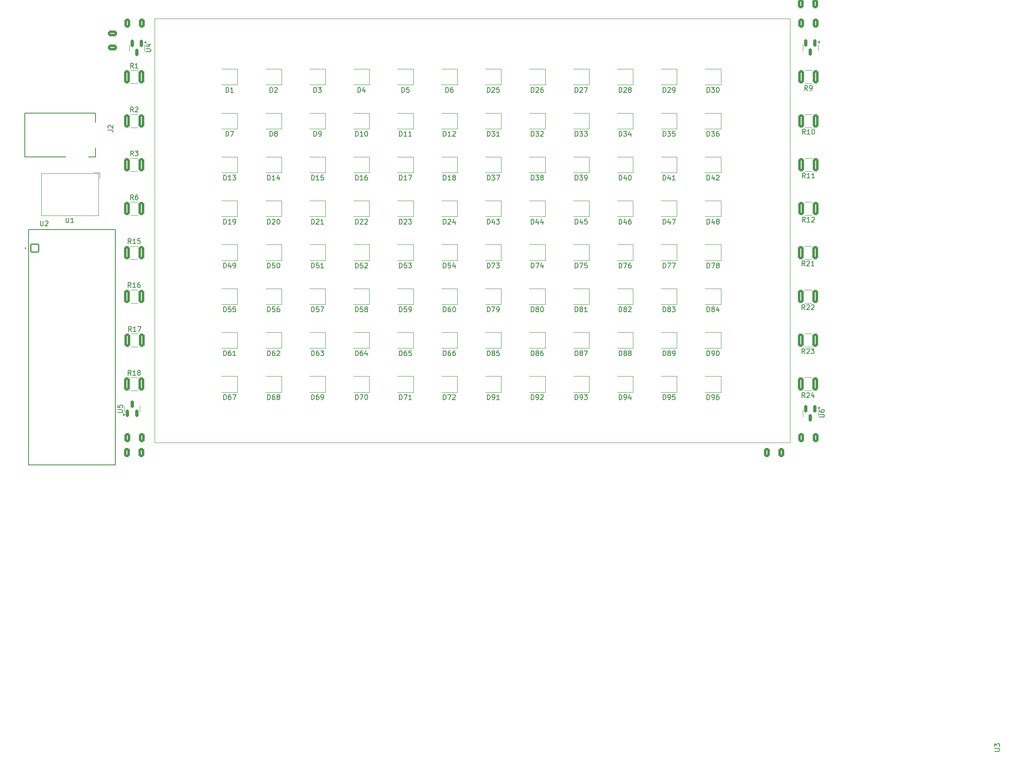
<source format=gbr>
%TF.GenerationSoftware,KiCad,Pcbnew,9.0.2*%
%TF.CreationDate,2025-06-25T20:21:35-07:00*%
%TF.ProjectId,led-plate-96-well,6c65642d-706c-4617-9465-2d39362d7765,rev?*%
%TF.SameCoordinates,Original*%
%TF.FileFunction,Legend,Top*%
%TF.FilePolarity,Positive*%
%FSLAX46Y46*%
G04 Gerber Fmt 4.6, Leading zero omitted, Abs format (unit mm)*
G04 Created by KiCad (PCBNEW 9.0.2) date 2025-06-25 20:21:35*
%MOMM*%
%LPD*%
G01*
G04 APERTURE LIST*
G04 Aperture macros list*
%AMRoundRect*
0 Rectangle with rounded corners*
0 $1 Rounding radius*
0 $2 $3 $4 $5 $6 $7 $8 $9 X,Y pos of 4 corners*
0 Add a 4 corners polygon primitive as box body*
4,1,4,$2,$3,$4,$5,$6,$7,$8,$9,$2,$3,0*
0 Add four circle primitives for the rounded corners*
1,1,$1+$1,$2,$3*
1,1,$1+$1,$4,$5*
1,1,$1+$1,$6,$7*
1,1,$1+$1,$8,$9*
0 Add four rect primitives between the rounded corners*
20,1,$1+$1,$2,$3,$4,$5,0*
20,1,$1+$1,$4,$5,$6,$7,0*
20,1,$1+$1,$6,$7,$8,$9,0*
20,1,$1+$1,$8,$9,$2,$3,0*%
G04 Aperture macros list end*
%ADD10C,0.100000*%
%ADD11C,0.150000*%
%ADD12C,0.120000*%
%ADD13C,0.127000*%
%ADD14C,0.200000*%
%ADD15R,1.600000X2.400000*%
%ADD16R,0.600000X2.400000*%
%ADD17R,0.600000X0.500000*%
%ADD18RoundRect,0.250000X-0.312500X-1.075000X0.312500X-1.075000X0.312500X1.075000X-0.312500X1.075000X0*%
%ADD19RoundRect,0.250000X0.312500X1.075000X-0.312500X1.075000X-0.312500X-1.075000X0.312500X-1.075000X0*%
%ADD20RoundRect,0.265778X-0.647222X0.332222X-0.647222X-0.332222X0.647222X-0.332222X0.647222X0.332222X0*%
%ADD21RoundRect,0.150000X-0.150000X0.587500X-0.150000X-0.587500X0.150000X-0.587500X0.150000X0.587500X0*%
%ADD22O,2.484000X4.764000*%
%ADD23O,4.254000X2.229000*%
%ADD24O,2.229000X4.254000*%
%ADD25RoundRect,0.265778X0.332222X0.647222X-0.332222X0.647222X-0.332222X-0.647222X0.332222X-0.647222X0*%
%ADD26RoundRect,0.265778X-0.332222X-0.647222X0.332222X-0.647222X0.332222X0.647222X-0.332222X0.647222X0*%
%ADD27R,1.500000X2.300000*%
%ADD28O,1.500000X2.300000*%
%ADD29RoundRect,0.150000X0.150000X-0.587500X0.150000X0.587500X-0.150000X0.587500X-0.150000X-0.587500X0*%
%ADD30C,1.200000*%
%ADD31RoundRect,0.102000X-0.787400X-0.787400X0.787400X-0.787400X0.787400X0.787400X-0.787400X0.787400X0*%
%ADD32C,1.778800*%
G04 APERTURE END LIST*
D10*
X110221527Y-30211988D02*
X240381786Y-30211988D01*
X240381786Y-117172709D01*
X110221527Y-117172709D01*
X110221527Y-30211988D01*
D11*
X169355714Y-54364819D02*
X169355714Y-53364819D01*
X169355714Y-53364819D02*
X169593809Y-53364819D01*
X169593809Y-53364819D02*
X169736666Y-53412438D01*
X169736666Y-53412438D02*
X169831904Y-53507676D01*
X169831904Y-53507676D02*
X169879523Y-53602914D01*
X169879523Y-53602914D02*
X169927142Y-53793390D01*
X169927142Y-53793390D02*
X169927142Y-53936247D01*
X169927142Y-53936247D02*
X169879523Y-54126723D01*
X169879523Y-54126723D02*
X169831904Y-54221961D01*
X169831904Y-54221961D02*
X169736666Y-54317200D01*
X169736666Y-54317200D02*
X169593809Y-54364819D01*
X169593809Y-54364819D02*
X169355714Y-54364819D01*
X170879523Y-54364819D02*
X170308095Y-54364819D01*
X170593809Y-54364819D02*
X170593809Y-53364819D01*
X170593809Y-53364819D02*
X170498571Y-53507676D01*
X170498571Y-53507676D02*
X170403333Y-53602914D01*
X170403333Y-53602914D02*
X170308095Y-53650533D01*
X171260476Y-53460057D02*
X171308095Y-53412438D01*
X171308095Y-53412438D02*
X171403333Y-53364819D01*
X171403333Y-53364819D02*
X171641428Y-53364819D01*
X171641428Y-53364819D02*
X171736666Y-53412438D01*
X171736666Y-53412438D02*
X171784285Y-53460057D01*
X171784285Y-53460057D02*
X171831904Y-53555295D01*
X171831904Y-53555295D02*
X171831904Y-53650533D01*
X171831904Y-53650533D02*
X171784285Y-53793390D01*
X171784285Y-53793390D02*
X171212857Y-54364819D01*
X171212857Y-54364819D02*
X171831904Y-54364819D01*
X214355714Y-81364819D02*
X214355714Y-80364819D01*
X214355714Y-80364819D02*
X214593809Y-80364819D01*
X214593809Y-80364819D02*
X214736666Y-80412438D01*
X214736666Y-80412438D02*
X214831904Y-80507676D01*
X214831904Y-80507676D02*
X214879523Y-80602914D01*
X214879523Y-80602914D02*
X214927142Y-80793390D01*
X214927142Y-80793390D02*
X214927142Y-80936247D01*
X214927142Y-80936247D02*
X214879523Y-81126723D01*
X214879523Y-81126723D02*
X214831904Y-81221961D01*
X214831904Y-81221961D02*
X214736666Y-81317200D01*
X214736666Y-81317200D02*
X214593809Y-81364819D01*
X214593809Y-81364819D02*
X214355714Y-81364819D01*
X215260476Y-80364819D02*
X215927142Y-80364819D01*
X215927142Y-80364819D02*
X215498571Y-81364819D01*
X216212857Y-80364819D02*
X216879523Y-80364819D01*
X216879523Y-80364819D02*
X216450952Y-81364819D01*
X223355714Y-81364819D02*
X223355714Y-80364819D01*
X223355714Y-80364819D02*
X223593809Y-80364819D01*
X223593809Y-80364819D02*
X223736666Y-80412438D01*
X223736666Y-80412438D02*
X223831904Y-80507676D01*
X223831904Y-80507676D02*
X223879523Y-80602914D01*
X223879523Y-80602914D02*
X223927142Y-80793390D01*
X223927142Y-80793390D02*
X223927142Y-80936247D01*
X223927142Y-80936247D02*
X223879523Y-81126723D01*
X223879523Y-81126723D02*
X223831904Y-81221961D01*
X223831904Y-81221961D02*
X223736666Y-81317200D01*
X223736666Y-81317200D02*
X223593809Y-81364819D01*
X223593809Y-81364819D02*
X223355714Y-81364819D01*
X224260476Y-80364819D02*
X224927142Y-80364819D01*
X224927142Y-80364819D02*
X224498571Y-81364819D01*
X225450952Y-80793390D02*
X225355714Y-80745771D01*
X225355714Y-80745771D02*
X225308095Y-80698152D01*
X225308095Y-80698152D02*
X225260476Y-80602914D01*
X225260476Y-80602914D02*
X225260476Y-80555295D01*
X225260476Y-80555295D02*
X225308095Y-80460057D01*
X225308095Y-80460057D02*
X225355714Y-80412438D01*
X225355714Y-80412438D02*
X225450952Y-80364819D01*
X225450952Y-80364819D02*
X225641428Y-80364819D01*
X225641428Y-80364819D02*
X225736666Y-80412438D01*
X225736666Y-80412438D02*
X225784285Y-80460057D01*
X225784285Y-80460057D02*
X225831904Y-80555295D01*
X225831904Y-80555295D02*
X225831904Y-80602914D01*
X225831904Y-80602914D02*
X225784285Y-80698152D01*
X225784285Y-80698152D02*
X225736666Y-80745771D01*
X225736666Y-80745771D02*
X225641428Y-80793390D01*
X225641428Y-80793390D02*
X225450952Y-80793390D01*
X225450952Y-80793390D02*
X225355714Y-80841009D01*
X225355714Y-80841009D02*
X225308095Y-80888628D01*
X225308095Y-80888628D02*
X225260476Y-80983866D01*
X225260476Y-80983866D02*
X225260476Y-81174342D01*
X225260476Y-81174342D02*
X225308095Y-81269580D01*
X225308095Y-81269580D02*
X225355714Y-81317200D01*
X225355714Y-81317200D02*
X225450952Y-81364819D01*
X225450952Y-81364819D02*
X225641428Y-81364819D01*
X225641428Y-81364819D02*
X225736666Y-81317200D01*
X225736666Y-81317200D02*
X225784285Y-81269580D01*
X225784285Y-81269580D02*
X225831904Y-81174342D01*
X225831904Y-81174342D02*
X225831904Y-80983866D01*
X225831904Y-80983866D02*
X225784285Y-80888628D01*
X225784285Y-80888628D02*
X225736666Y-80841009D01*
X225736666Y-80841009D02*
X225641428Y-80793390D01*
X169355714Y-108364819D02*
X169355714Y-107364819D01*
X169355714Y-107364819D02*
X169593809Y-107364819D01*
X169593809Y-107364819D02*
X169736666Y-107412438D01*
X169736666Y-107412438D02*
X169831904Y-107507676D01*
X169831904Y-107507676D02*
X169879523Y-107602914D01*
X169879523Y-107602914D02*
X169927142Y-107793390D01*
X169927142Y-107793390D02*
X169927142Y-107936247D01*
X169927142Y-107936247D02*
X169879523Y-108126723D01*
X169879523Y-108126723D02*
X169831904Y-108221961D01*
X169831904Y-108221961D02*
X169736666Y-108317200D01*
X169736666Y-108317200D02*
X169593809Y-108364819D01*
X169593809Y-108364819D02*
X169355714Y-108364819D01*
X170260476Y-107364819D02*
X170927142Y-107364819D01*
X170927142Y-107364819D02*
X170498571Y-108364819D01*
X171260476Y-107460057D02*
X171308095Y-107412438D01*
X171308095Y-107412438D02*
X171403333Y-107364819D01*
X171403333Y-107364819D02*
X171641428Y-107364819D01*
X171641428Y-107364819D02*
X171736666Y-107412438D01*
X171736666Y-107412438D02*
X171784285Y-107460057D01*
X171784285Y-107460057D02*
X171831904Y-107555295D01*
X171831904Y-107555295D02*
X171831904Y-107650533D01*
X171831904Y-107650533D02*
X171784285Y-107793390D01*
X171784285Y-107793390D02*
X171212857Y-108364819D01*
X171212857Y-108364819D02*
X171831904Y-108364819D01*
X142355714Y-63364819D02*
X142355714Y-62364819D01*
X142355714Y-62364819D02*
X142593809Y-62364819D01*
X142593809Y-62364819D02*
X142736666Y-62412438D01*
X142736666Y-62412438D02*
X142831904Y-62507676D01*
X142831904Y-62507676D02*
X142879523Y-62602914D01*
X142879523Y-62602914D02*
X142927142Y-62793390D01*
X142927142Y-62793390D02*
X142927142Y-62936247D01*
X142927142Y-62936247D02*
X142879523Y-63126723D01*
X142879523Y-63126723D02*
X142831904Y-63221961D01*
X142831904Y-63221961D02*
X142736666Y-63317200D01*
X142736666Y-63317200D02*
X142593809Y-63364819D01*
X142593809Y-63364819D02*
X142355714Y-63364819D01*
X143879523Y-63364819D02*
X143308095Y-63364819D01*
X143593809Y-63364819D02*
X143593809Y-62364819D01*
X143593809Y-62364819D02*
X143498571Y-62507676D01*
X143498571Y-62507676D02*
X143403333Y-62602914D01*
X143403333Y-62602914D02*
X143308095Y-62650533D01*
X144784285Y-62364819D02*
X144308095Y-62364819D01*
X144308095Y-62364819D02*
X144260476Y-62841009D01*
X144260476Y-62841009D02*
X144308095Y-62793390D01*
X144308095Y-62793390D02*
X144403333Y-62745771D01*
X144403333Y-62745771D02*
X144641428Y-62745771D01*
X144641428Y-62745771D02*
X144736666Y-62793390D01*
X144736666Y-62793390D02*
X144784285Y-62841009D01*
X144784285Y-62841009D02*
X144831904Y-62936247D01*
X144831904Y-62936247D02*
X144831904Y-63174342D01*
X144831904Y-63174342D02*
X144784285Y-63269580D01*
X144784285Y-63269580D02*
X144736666Y-63317200D01*
X144736666Y-63317200D02*
X144641428Y-63364819D01*
X144641428Y-63364819D02*
X144403333Y-63364819D01*
X144403333Y-63364819D02*
X144308095Y-63317200D01*
X144308095Y-63317200D02*
X144260476Y-63269580D01*
X133355714Y-99364819D02*
X133355714Y-98364819D01*
X133355714Y-98364819D02*
X133593809Y-98364819D01*
X133593809Y-98364819D02*
X133736666Y-98412438D01*
X133736666Y-98412438D02*
X133831904Y-98507676D01*
X133831904Y-98507676D02*
X133879523Y-98602914D01*
X133879523Y-98602914D02*
X133927142Y-98793390D01*
X133927142Y-98793390D02*
X133927142Y-98936247D01*
X133927142Y-98936247D02*
X133879523Y-99126723D01*
X133879523Y-99126723D02*
X133831904Y-99221961D01*
X133831904Y-99221961D02*
X133736666Y-99317200D01*
X133736666Y-99317200D02*
X133593809Y-99364819D01*
X133593809Y-99364819D02*
X133355714Y-99364819D01*
X134784285Y-98364819D02*
X134593809Y-98364819D01*
X134593809Y-98364819D02*
X134498571Y-98412438D01*
X134498571Y-98412438D02*
X134450952Y-98460057D01*
X134450952Y-98460057D02*
X134355714Y-98602914D01*
X134355714Y-98602914D02*
X134308095Y-98793390D01*
X134308095Y-98793390D02*
X134308095Y-99174342D01*
X134308095Y-99174342D02*
X134355714Y-99269580D01*
X134355714Y-99269580D02*
X134403333Y-99317200D01*
X134403333Y-99317200D02*
X134498571Y-99364819D01*
X134498571Y-99364819D02*
X134689047Y-99364819D01*
X134689047Y-99364819D02*
X134784285Y-99317200D01*
X134784285Y-99317200D02*
X134831904Y-99269580D01*
X134831904Y-99269580D02*
X134879523Y-99174342D01*
X134879523Y-99174342D02*
X134879523Y-98936247D01*
X134879523Y-98936247D02*
X134831904Y-98841009D01*
X134831904Y-98841009D02*
X134784285Y-98793390D01*
X134784285Y-98793390D02*
X134689047Y-98745771D01*
X134689047Y-98745771D02*
X134498571Y-98745771D01*
X134498571Y-98745771D02*
X134403333Y-98793390D01*
X134403333Y-98793390D02*
X134355714Y-98841009D01*
X134355714Y-98841009D02*
X134308095Y-98936247D01*
X135260476Y-98460057D02*
X135308095Y-98412438D01*
X135308095Y-98412438D02*
X135403333Y-98364819D01*
X135403333Y-98364819D02*
X135641428Y-98364819D01*
X135641428Y-98364819D02*
X135736666Y-98412438D01*
X135736666Y-98412438D02*
X135784285Y-98460057D01*
X135784285Y-98460057D02*
X135831904Y-98555295D01*
X135831904Y-98555295D02*
X135831904Y-98650533D01*
X135831904Y-98650533D02*
X135784285Y-98793390D01*
X135784285Y-98793390D02*
X135212857Y-99364819D01*
X135212857Y-99364819D02*
X135831904Y-99364819D01*
X124831905Y-54364819D02*
X124831905Y-53364819D01*
X124831905Y-53364819D02*
X125070000Y-53364819D01*
X125070000Y-53364819D02*
X125212857Y-53412438D01*
X125212857Y-53412438D02*
X125308095Y-53507676D01*
X125308095Y-53507676D02*
X125355714Y-53602914D01*
X125355714Y-53602914D02*
X125403333Y-53793390D01*
X125403333Y-53793390D02*
X125403333Y-53936247D01*
X125403333Y-53936247D02*
X125355714Y-54126723D01*
X125355714Y-54126723D02*
X125308095Y-54221961D01*
X125308095Y-54221961D02*
X125212857Y-54317200D01*
X125212857Y-54317200D02*
X125070000Y-54364819D01*
X125070000Y-54364819D02*
X124831905Y-54364819D01*
X125736667Y-53364819D02*
X126403333Y-53364819D01*
X126403333Y-53364819D02*
X125974762Y-54364819D01*
X223355714Y-54364819D02*
X223355714Y-53364819D01*
X223355714Y-53364819D02*
X223593809Y-53364819D01*
X223593809Y-53364819D02*
X223736666Y-53412438D01*
X223736666Y-53412438D02*
X223831904Y-53507676D01*
X223831904Y-53507676D02*
X223879523Y-53602914D01*
X223879523Y-53602914D02*
X223927142Y-53793390D01*
X223927142Y-53793390D02*
X223927142Y-53936247D01*
X223927142Y-53936247D02*
X223879523Y-54126723D01*
X223879523Y-54126723D02*
X223831904Y-54221961D01*
X223831904Y-54221961D02*
X223736666Y-54317200D01*
X223736666Y-54317200D02*
X223593809Y-54364819D01*
X223593809Y-54364819D02*
X223355714Y-54364819D01*
X224260476Y-53364819D02*
X224879523Y-53364819D01*
X224879523Y-53364819D02*
X224546190Y-53745771D01*
X224546190Y-53745771D02*
X224689047Y-53745771D01*
X224689047Y-53745771D02*
X224784285Y-53793390D01*
X224784285Y-53793390D02*
X224831904Y-53841009D01*
X224831904Y-53841009D02*
X224879523Y-53936247D01*
X224879523Y-53936247D02*
X224879523Y-54174342D01*
X224879523Y-54174342D02*
X224831904Y-54269580D01*
X224831904Y-54269580D02*
X224784285Y-54317200D01*
X224784285Y-54317200D02*
X224689047Y-54364819D01*
X224689047Y-54364819D02*
X224403333Y-54364819D01*
X224403333Y-54364819D02*
X224308095Y-54317200D01*
X224308095Y-54317200D02*
X224260476Y-54269580D01*
X225736666Y-53364819D02*
X225546190Y-53364819D01*
X225546190Y-53364819D02*
X225450952Y-53412438D01*
X225450952Y-53412438D02*
X225403333Y-53460057D01*
X225403333Y-53460057D02*
X225308095Y-53602914D01*
X225308095Y-53602914D02*
X225260476Y-53793390D01*
X225260476Y-53793390D02*
X225260476Y-54174342D01*
X225260476Y-54174342D02*
X225308095Y-54269580D01*
X225308095Y-54269580D02*
X225355714Y-54317200D01*
X225355714Y-54317200D02*
X225450952Y-54364819D01*
X225450952Y-54364819D02*
X225641428Y-54364819D01*
X225641428Y-54364819D02*
X225736666Y-54317200D01*
X225736666Y-54317200D02*
X225784285Y-54269580D01*
X225784285Y-54269580D02*
X225831904Y-54174342D01*
X225831904Y-54174342D02*
X225831904Y-53936247D01*
X225831904Y-53936247D02*
X225784285Y-53841009D01*
X225784285Y-53841009D02*
X225736666Y-53793390D01*
X225736666Y-53793390D02*
X225641428Y-53745771D01*
X225641428Y-53745771D02*
X225450952Y-53745771D01*
X225450952Y-53745771D02*
X225355714Y-53793390D01*
X225355714Y-53793390D02*
X225308095Y-53841009D01*
X225308095Y-53841009D02*
X225260476Y-53936247D01*
X160831905Y-45364819D02*
X160831905Y-44364819D01*
X160831905Y-44364819D02*
X161070000Y-44364819D01*
X161070000Y-44364819D02*
X161212857Y-44412438D01*
X161212857Y-44412438D02*
X161308095Y-44507676D01*
X161308095Y-44507676D02*
X161355714Y-44602914D01*
X161355714Y-44602914D02*
X161403333Y-44793390D01*
X161403333Y-44793390D02*
X161403333Y-44936247D01*
X161403333Y-44936247D02*
X161355714Y-45126723D01*
X161355714Y-45126723D02*
X161308095Y-45221961D01*
X161308095Y-45221961D02*
X161212857Y-45317200D01*
X161212857Y-45317200D02*
X161070000Y-45364819D01*
X161070000Y-45364819D02*
X160831905Y-45364819D01*
X162308095Y-44364819D02*
X161831905Y-44364819D01*
X161831905Y-44364819D02*
X161784286Y-44841009D01*
X161784286Y-44841009D02*
X161831905Y-44793390D01*
X161831905Y-44793390D02*
X161927143Y-44745771D01*
X161927143Y-44745771D02*
X162165238Y-44745771D01*
X162165238Y-44745771D02*
X162260476Y-44793390D01*
X162260476Y-44793390D02*
X162308095Y-44841009D01*
X162308095Y-44841009D02*
X162355714Y-44936247D01*
X162355714Y-44936247D02*
X162355714Y-45174342D01*
X162355714Y-45174342D02*
X162308095Y-45269580D01*
X162308095Y-45269580D02*
X162260476Y-45317200D01*
X162260476Y-45317200D02*
X162165238Y-45364819D01*
X162165238Y-45364819D02*
X161927143Y-45364819D01*
X161927143Y-45364819D02*
X161831905Y-45317200D01*
X161831905Y-45317200D02*
X161784286Y-45269580D01*
X187355714Y-99364819D02*
X187355714Y-98364819D01*
X187355714Y-98364819D02*
X187593809Y-98364819D01*
X187593809Y-98364819D02*
X187736666Y-98412438D01*
X187736666Y-98412438D02*
X187831904Y-98507676D01*
X187831904Y-98507676D02*
X187879523Y-98602914D01*
X187879523Y-98602914D02*
X187927142Y-98793390D01*
X187927142Y-98793390D02*
X187927142Y-98936247D01*
X187927142Y-98936247D02*
X187879523Y-99126723D01*
X187879523Y-99126723D02*
X187831904Y-99221961D01*
X187831904Y-99221961D02*
X187736666Y-99317200D01*
X187736666Y-99317200D02*
X187593809Y-99364819D01*
X187593809Y-99364819D02*
X187355714Y-99364819D01*
X188498571Y-98793390D02*
X188403333Y-98745771D01*
X188403333Y-98745771D02*
X188355714Y-98698152D01*
X188355714Y-98698152D02*
X188308095Y-98602914D01*
X188308095Y-98602914D02*
X188308095Y-98555295D01*
X188308095Y-98555295D02*
X188355714Y-98460057D01*
X188355714Y-98460057D02*
X188403333Y-98412438D01*
X188403333Y-98412438D02*
X188498571Y-98364819D01*
X188498571Y-98364819D02*
X188689047Y-98364819D01*
X188689047Y-98364819D02*
X188784285Y-98412438D01*
X188784285Y-98412438D02*
X188831904Y-98460057D01*
X188831904Y-98460057D02*
X188879523Y-98555295D01*
X188879523Y-98555295D02*
X188879523Y-98602914D01*
X188879523Y-98602914D02*
X188831904Y-98698152D01*
X188831904Y-98698152D02*
X188784285Y-98745771D01*
X188784285Y-98745771D02*
X188689047Y-98793390D01*
X188689047Y-98793390D02*
X188498571Y-98793390D01*
X188498571Y-98793390D02*
X188403333Y-98841009D01*
X188403333Y-98841009D02*
X188355714Y-98888628D01*
X188355714Y-98888628D02*
X188308095Y-98983866D01*
X188308095Y-98983866D02*
X188308095Y-99174342D01*
X188308095Y-99174342D02*
X188355714Y-99269580D01*
X188355714Y-99269580D02*
X188403333Y-99317200D01*
X188403333Y-99317200D02*
X188498571Y-99364819D01*
X188498571Y-99364819D02*
X188689047Y-99364819D01*
X188689047Y-99364819D02*
X188784285Y-99317200D01*
X188784285Y-99317200D02*
X188831904Y-99269580D01*
X188831904Y-99269580D02*
X188879523Y-99174342D01*
X188879523Y-99174342D02*
X188879523Y-98983866D01*
X188879523Y-98983866D02*
X188831904Y-98888628D01*
X188831904Y-98888628D02*
X188784285Y-98841009D01*
X188784285Y-98841009D02*
X188689047Y-98793390D01*
X189736666Y-98364819D02*
X189546190Y-98364819D01*
X189546190Y-98364819D02*
X189450952Y-98412438D01*
X189450952Y-98412438D02*
X189403333Y-98460057D01*
X189403333Y-98460057D02*
X189308095Y-98602914D01*
X189308095Y-98602914D02*
X189260476Y-98793390D01*
X189260476Y-98793390D02*
X189260476Y-99174342D01*
X189260476Y-99174342D02*
X189308095Y-99269580D01*
X189308095Y-99269580D02*
X189355714Y-99317200D01*
X189355714Y-99317200D02*
X189450952Y-99364819D01*
X189450952Y-99364819D02*
X189641428Y-99364819D01*
X189641428Y-99364819D02*
X189736666Y-99317200D01*
X189736666Y-99317200D02*
X189784285Y-99269580D01*
X189784285Y-99269580D02*
X189831904Y-99174342D01*
X189831904Y-99174342D02*
X189831904Y-98936247D01*
X189831904Y-98936247D02*
X189784285Y-98841009D01*
X189784285Y-98841009D02*
X189736666Y-98793390D01*
X189736666Y-98793390D02*
X189641428Y-98745771D01*
X189641428Y-98745771D02*
X189450952Y-98745771D01*
X189450952Y-98745771D02*
X189355714Y-98793390D01*
X189355714Y-98793390D02*
X189308095Y-98841009D01*
X189308095Y-98841009D02*
X189260476Y-98936247D01*
X133355714Y-90364819D02*
X133355714Y-89364819D01*
X133355714Y-89364819D02*
X133593809Y-89364819D01*
X133593809Y-89364819D02*
X133736666Y-89412438D01*
X133736666Y-89412438D02*
X133831904Y-89507676D01*
X133831904Y-89507676D02*
X133879523Y-89602914D01*
X133879523Y-89602914D02*
X133927142Y-89793390D01*
X133927142Y-89793390D02*
X133927142Y-89936247D01*
X133927142Y-89936247D02*
X133879523Y-90126723D01*
X133879523Y-90126723D02*
X133831904Y-90221961D01*
X133831904Y-90221961D02*
X133736666Y-90317200D01*
X133736666Y-90317200D02*
X133593809Y-90364819D01*
X133593809Y-90364819D02*
X133355714Y-90364819D01*
X134831904Y-89364819D02*
X134355714Y-89364819D01*
X134355714Y-89364819D02*
X134308095Y-89841009D01*
X134308095Y-89841009D02*
X134355714Y-89793390D01*
X134355714Y-89793390D02*
X134450952Y-89745771D01*
X134450952Y-89745771D02*
X134689047Y-89745771D01*
X134689047Y-89745771D02*
X134784285Y-89793390D01*
X134784285Y-89793390D02*
X134831904Y-89841009D01*
X134831904Y-89841009D02*
X134879523Y-89936247D01*
X134879523Y-89936247D02*
X134879523Y-90174342D01*
X134879523Y-90174342D02*
X134831904Y-90269580D01*
X134831904Y-90269580D02*
X134784285Y-90317200D01*
X134784285Y-90317200D02*
X134689047Y-90364819D01*
X134689047Y-90364819D02*
X134450952Y-90364819D01*
X134450952Y-90364819D02*
X134355714Y-90317200D01*
X134355714Y-90317200D02*
X134308095Y-90269580D01*
X135736666Y-89364819D02*
X135546190Y-89364819D01*
X135546190Y-89364819D02*
X135450952Y-89412438D01*
X135450952Y-89412438D02*
X135403333Y-89460057D01*
X135403333Y-89460057D02*
X135308095Y-89602914D01*
X135308095Y-89602914D02*
X135260476Y-89793390D01*
X135260476Y-89793390D02*
X135260476Y-90174342D01*
X135260476Y-90174342D02*
X135308095Y-90269580D01*
X135308095Y-90269580D02*
X135355714Y-90317200D01*
X135355714Y-90317200D02*
X135450952Y-90364819D01*
X135450952Y-90364819D02*
X135641428Y-90364819D01*
X135641428Y-90364819D02*
X135736666Y-90317200D01*
X135736666Y-90317200D02*
X135784285Y-90269580D01*
X135784285Y-90269580D02*
X135831904Y-90174342D01*
X135831904Y-90174342D02*
X135831904Y-89936247D01*
X135831904Y-89936247D02*
X135784285Y-89841009D01*
X135784285Y-89841009D02*
X135736666Y-89793390D01*
X135736666Y-89793390D02*
X135641428Y-89745771D01*
X135641428Y-89745771D02*
X135450952Y-89745771D01*
X135450952Y-89745771D02*
X135355714Y-89793390D01*
X135355714Y-89793390D02*
X135308095Y-89841009D01*
X135308095Y-89841009D02*
X135260476Y-89936247D01*
X169355714Y-81364819D02*
X169355714Y-80364819D01*
X169355714Y-80364819D02*
X169593809Y-80364819D01*
X169593809Y-80364819D02*
X169736666Y-80412438D01*
X169736666Y-80412438D02*
X169831904Y-80507676D01*
X169831904Y-80507676D02*
X169879523Y-80602914D01*
X169879523Y-80602914D02*
X169927142Y-80793390D01*
X169927142Y-80793390D02*
X169927142Y-80936247D01*
X169927142Y-80936247D02*
X169879523Y-81126723D01*
X169879523Y-81126723D02*
X169831904Y-81221961D01*
X169831904Y-81221961D02*
X169736666Y-81317200D01*
X169736666Y-81317200D02*
X169593809Y-81364819D01*
X169593809Y-81364819D02*
X169355714Y-81364819D01*
X170831904Y-80364819D02*
X170355714Y-80364819D01*
X170355714Y-80364819D02*
X170308095Y-80841009D01*
X170308095Y-80841009D02*
X170355714Y-80793390D01*
X170355714Y-80793390D02*
X170450952Y-80745771D01*
X170450952Y-80745771D02*
X170689047Y-80745771D01*
X170689047Y-80745771D02*
X170784285Y-80793390D01*
X170784285Y-80793390D02*
X170831904Y-80841009D01*
X170831904Y-80841009D02*
X170879523Y-80936247D01*
X170879523Y-80936247D02*
X170879523Y-81174342D01*
X170879523Y-81174342D02*
X170831904Y-81269580D01*
X170831904Y-81269580D02*
X170784285Y-81317200D01*
X170784285Y-81317200D02*
X170689047Y-81364819D01*
X170689047Y-81364819D02*
X170450952Y-81364819D01*
X170450952Y-81364819D02*
X170355714Y-81317200D01*
X170355714Y-81317200D02*
X170308095Y-81269580D01*
X171736666Y-80698152D02*
X171736666Y-81364819D01*
X171498571Y-80317200D02*
X171260476Y-81031485D01*
X171260476Y-81031485D02*
X171879523Y-81031485D01*
X151831905Y-45364819D02*
X151831905Y-44364819D01*
X151831905Y-44364819D02*
X152070000Y-44364819D01*
X152070000Y-44364819D02*
X152212857Y-44412438D01*
X152212857Y-44412438D02*
X152308095Y-44507676D01*
X152308095Y-44507676D02*
X152355714Y-44602914D01*
X152355714Y-44602914D02*
X152403333Y-44793390D01*
X152403333Y-44793390D02*
X152403333Y-44936247D01*
X152403333Y-44936247D02*
X152355714Y-45126723D01*
X152355714Y-45126723D02*
X152308095Y-45221961D01*
X152308095Y-45221961D02*
X152212857Y-45317200D01*
X152212857Y-45317200D02*
X152070000Y-45364819D01*
X152070000Y-45364819D02*
X151831905Y-45364819D01*
X153260476Y-44698152D02*
X153260476Y-45364819D01*
X153022381Y-44317200D02*
X152784286Y-45031485D01*
X152784286Y-45031485D02*
X153403333Y-45031485D01*
X105865833Y-49384819D02*
X105532500Y-48908628D01*
X105294405Y-49384819D02*
X105294405Y-48384819D01*
X105294405Y-48384819D02*
X105675357Y-48384819D01*
X105675357Y-48384819D02*
X105770595Y-48432438D01*
X105770595Y-48432438D02*
X105818214Y-48480057D01*
X105818214Y-48480057D02*
X105865833Y-48575295D01*
X105865833Y-48575295D02*
X105865833Y-48718152D01*
X105865833Y-48718152D02*
X105818214Y-48813390D01*
X105818214Y-48813390D02*
X105770595Y-48861009D01*
X105770595Y-48861009D02*
X105675357Y-48908628D01*
X105675357Y-48908628D02*
X105294405Y-48908628D01*
X106246786Y-48480057D02*
X106294405Y-48432438D01*
X106294405Y-48432438D02*
X106389643Y-48384819D01*
X106389643Y-48384819D02*
X106627738Y-48384819D01*
X106627738Y-48384819D02*
X106722976Y-48432438D01*
X106722976Y-48432438D02*
X106770595Y-48480057D01*
X106770595Y-48480057D02*
X106818214Y-48575295D01*
X106818214Y-48575295D02*
X106818214Y-48670533D01*
X106818214Y-48670533D02*
X106770595Y-48813390D01*
X106770595Y-48813390D02*
X106199167Y-49384819D01*
X106199167Y-49384819D02*
X106818214Y-49384819D01*
X124355714Y-99364819D02*
X124355714Y-98364819D01*
X124355714Y-98364819D02*
X124593809Y-98364819D01*
X124593809Y-98364819D02*
X124736666Y-98412438D01*
X124736666Y-98412438D02*
X124831904Y-98507676D01*
X124831904Y-98507676D02*
X124879523Y-98602914D01*
X124879523Y-98602914D02*
X124927142Y-98793390D01*
X124927142Y-98793390D02*
X124927142Y-98936247D01*
X124927142Y-98936247D02*
X124879523Y-99126723D01*
X124879523Y-99126723D02*
X124831904Y-99221961D01*
X124831904Y-99221961D02*
X124736666Y-99317200D01*
X124736666Y-99317200D02*
X124593809Y-99364819D01*
X124593809Y-99364819D02*
X124355714Y-99364819D01*
X125784285Y-98364819D02*
X125593809Y-98364819D01*
X125593809Y-98364819D02*
X125498571Y-98412438D01*
X125498571Y-98412438D02*
X125450952Y-98460057D01*
X125450952Y-98460057D02*
X125355714Y-98602914D01*
X125355714Y-98602914D02*
X125308095Y-98793390D01*
X125308095Y-98793390D02*
X125308095Y-99174342D01*
X125308095Y-99174342D02*
X125355714Y-99269580D01*
X125355714Y-99269580D02*
X125403333Y-99317200D01*
X125403333Y-99317200D02*
X125498571Y-99364819D01*
X125498571Y-99364819D02*
X125689047Y-99364819D01*
X125689047Y-99364819D02*
X125784285Y-99317200D01*
X125784285Y-99317200D02*
X125831904Y-99269580D01*
X125831904Y-99269580D02*
X125879523Y-99174342D01*
X125879523Y-99174342D02*
X125879523Y-98936247D01*
X125879523Y-98936247D02*
X125831904Y-98841009D01*
X125831904Y-98841009D02*
X125784285Y-98793390D01*
X125784285Y-98793390D02*
X125689047Y-98745771D01*
X125689047Y-98745771D02*
X125498571Y-98745771D01*
X125498571Y-98745771D02*
X125403333Y-98793390D01*
X125403333Y-98793390D02*
X125355714Y-98841009D01*
X125355714Y-98841009D02*
X125308095Y-98936247D01*
X126831904Y-99364819D02*
X126260476Y-99364819D01*
X126546190Y-99364819D02*
X126546190Y-98364819D01*
X126546190Y-98364819D02*
X126450952Y-98507676D01*
X126450952Y-98507676D02*
X126355714Y-98602914D01*
X126355714Y-98602914D02*
X126260476Y-98650533D01*
X124355714Y-72364819D02*
X124355714Y-71364819D01*
X124355714Y-71364819D02*
X124593809Y-71364819D01*
X124593809Y-71364819D02*
X124736666Y-71412438D01*
X124736666Y-71412438D02*
X124831904Y-71507676D01*
X124831904Y-71507676D02*
X124879523Y-71602914D01*
X124879523Y-71602914D02*
X124927142Y-71793390D01*
X124927142Y-71793390D02*
X124927142Y-71936247D01*
X124927142Y-71936247D02*
X124879523Y-72126723D01*
X124879523Y-72126723D02*
X124831904Y-72221961D01*
X124831904Y-72221961D02*
X124736666Y-72317200D01*
X124736666Y-72317200D02*
X124593809Y-72364819D01*
X124593809Y-72364819D02*
X124355714Y-72364819D01*
X125879523Y-72364819D02*
X125308095Y-72364819D01*
X125593809Y-72364819D02*
X125593809Y-71364819D01*
X125593809Y-71364819D02*
X125498571Y-71507676D01*
X125498571Y-71507676D02*
X125403333Y-71602914D01*
X125403333Y-71602914D02*
X125308095Y-71650533D01*
X126355714Y-72364819D02*
X126546190Y-72364819D01*
X126546190Y-72364819D02*
X126641428Y-72317200D01*
X126641428Y-72317200D02*
X126689047Y-72269580D01*
X126689047Y-72269580D02*
X126784285Y-72126723D01*
X126784285Y-72126723D02*
X126831904Y-71936247D01*
X126831904Y-71936247D02*
X126831904Y-71555295D01*
X126831904Y-71555295D02*
X126784285Y-71460057D01*
X126784285Y-71460057D02*
X126736666Y-71412438D01*
X126736666Y-71412438D02*
X126641428Y-71364819D01*
X126641428Y-71364819D02*
X126450952Y-71364819D01*
X126450952Y-71364819D02*
X126355714Y-71412438D01*
X126355714Y-71412438D02*
X126308095Y-71460057D01*
X126308095Y-71460057D02*
X126260476Y-71555295D01*
X126260476Y-71555295D02*
X126260476Y-71793390D01*
X126260476Y-71793390D02*
X126308095Y-71888628D01*
X126308095Y-71888628D02*
X126355714Y-71936247D01*
X126355714Y-71936247D02*
X126450952Y-71983866D01*
X126450952Y-71983866D02*
X126641428Y-71983866D01*
X126641428Y-71983866D02*
X126736666Y-71936247D01*
X126736666Y-71936247D02*
X126784285Y-71888628D01*
X126784285Y-71888628D02*
X126831904Y-71793390D01*
X151355714Y-108364819D02*
X151355714Y-107364819D01*
X151355714Y-107364819D02*
X151593809Y-107364819D01*
X151593809Y-107364819D02*
X151736666Y-107412438D01*
X151736666Y-107412438D02*
X151831904Y-107507676D01*
X151831904Y-107507676D02*
X151879523Y-107602914D01*
X151879523Y-107602914D02*
X151927142Y-107793390D01*
X151927142Y-107793390D02*
X151927142Y-107936247D01*
X151927142Y-107936247D02*
X151879523Y-108126723D01*
X151879523Y-108126723D02*
X151831904Y-108221961D01*
X151831904Y-108221961D02*
X151736666Y-108317200D01*
X151736666Y-108317200D02*
X151593809Y-108364819D01*
X151593809Y-108364819D02*
X151355714Y-108364819D01*
X152260476Y-107364819D02*
X152927142Y-107364819D01*
X152927142Y-107364819D02*
X152498571Y-108364819D01*
X153498571Y-107364819D02*
X153593809Y-107364819D01*
X153593809Y-107364819D02*
X153689047Y-107412438D01*
X153689047Y-107412438D02*
X153736666Y-107460057D01*
X153736666Y-107460057D02*
X153784285Y-107555295D01*
X153784285Y-107555295D02*
X153831904Y-107745771D01*
X153831904Y-107745771D02*
X153831904Y-107983866D01*
X153831904Y-107983866D02*
X153784285Y-108174342D01*
X153784285Y-108174342D02*
X153736666Y-108269580D01*
X153736666Y-108269580D02*
X153689047Y-108317200D01*
X153689047Y-108317200D02*
X153593809Y-108364819D01*
X153593809Y-108364819D02*
X153498571Y-108364819D01*
X153498571Y-108364819D02*
X153403333Y-108317200D01*
X153403333Y-108317200D02*
X153355714Y-108269580D01*
X153355714Y-108269580D02*
X153308095Y-108174342D01*
X153308095Y-108174342D02*
X153260476Y-107983866D01*
X153260476Y-107983866D02*
X153260476Y-107745771D01*
X153260476Y-107745771D02*
X153308095Y-107555295D01*
X153308095Y-107555295D02*
X153355714Y-107460057D01*
X153355714Y-107460057D02*
X153403333Y-107412438D01*
X153403333Y-107412438D02*
X153498571Y-107364819D01*
X243389642Y-98944819D02*
X243056309Y-98468628D01*
X242818214Y-98944819D02*
X242818214Y-97944819D01*
X242818214Y-97944819D02*
X243199166Y-97944819D01*
X243199166Y-97944819D02*
X243294404Y-97992438D01*
X243294404Y-97992438D02*
X243342023Y-98040057D01*
X243342023Y-98040057D02*
X243389642Y-98135295D01*
X243389642Y-98135295D02*
X243389642Y-98278152D01*
X243389642Y-98278152D02*
X243342023Y-98373390D01*
X243342023Y-98373390D02*
X243294404Y-98421009D01*
X243294404Y-98421009D02*
X243199166Y-98468628D01*
X243199166Y-98468628D02*
X242818214Y-98468628D01*
X243770595Y-98040057D02*
X243818214Y-97992438D01*
X243818214Y-97992438D02*
X243913452Y-97944819D01*
X243913452Y-97944819D02*
X244151547Y-97944819D01*
X244151547Y-97944819D02*
X244246785Y-97992438D01*
X244246785Y-97992438D02*
X244294404Y-98040057D01*
X244294404Y-98040057D02*
X244342023Y-98135295D01*
X244342023Y-98135295D02*
X244342023Y-98230533D01*
X244342023Y-98230533D02*
X244294404Y-98373390D01*
X244294404Y-98373390D02*
X243722976Y-98944819D01*
X243722976Y-98944819D02*
X244342023Y-98944819D01*
X244675357Y-97944819D02*
X245294404Y-97944819D01*
X245294404Y-97944819D02*
X244961071Y-98325771D01*
X244961071Y-98325771D02*
X245103928Y-98325771D01*
X245103928Y-98325771D02*
X245199166Y-98373390D01*
X245199166Y-98373390D02*
X245246785Y-98421009D01*
X245246785Y-98421009D02*
X245294404Y-98516247D01*
X245294404Y-98516247D02*
X245294404Y-98754342D01*
X245294404Y-98754342D02*
X245246785Y-98849580D01*
X245246785Y-98849580D02*
X245199166Y-98897200D01*
X245199166Y-98897200D02*
X245103928Y-98944819D01*
X245103928Y-98944819D02*
X244818214Y-98944819D01*
X244818214Y-98944819D02*
X244722976Y-98897200D01*
X244722976Y-98897200D02*
X244675357Y-98849580D01*
X160355714Y-81364819D02*
X160355714Y-80364819D01*
X160355714Y-80364819D02*
X160593809Y-80364819D01*
X160593809Y-80364819D02*
X160736666Y-80412438D01*
X160736666Y-80412438D02*
X160831904Y-80507676D01*
X160831904Y-80507676D02*
X160879523Y-80602914D01*
X160879523Y-80602914D02*
X160927142Y-80793390D01*
X160927142Y-80793390D02*
X160927142Y-80936247D01*
X160927142Y-80936247D02*
X160879523Y-81126723D01*
X160879523Y-81126723D02*
X160831904Y-81221961D01*
X160831904Y-81221961D02*
X160736666Y-81317200D01*
X160736666Y-81317200D02*
X160593809Y-81364819D01*
X160593809Y-81364819D02*
X160355714Y-81364819D01*
X161831904Y-80364819D02*
X161355714Y-80364819D01*
X161355714Y-80364819D02*
X161308095Y-80841009D01*
X161308095Y-80841009D02*
X161355714Y-80793390D01*
X161355714Y-80793390D02*
X161450952Y-80745771D01*
X161450952Y-80745771D02*
X161689047Y-80745771D01*
X161689047Y-80745771D02*
X161784285Y-80793390D01*
X161784285Y-80793390D02*
X161831904Y-80841009D01*
X161831904Y-80841009D02*
X161879523Y-80936247D01*
X161879523Y-80936247D02*
X161879523Y-81174342D01*
X161879523Y-81174342D02*
X161831904Y-81269580D01*
X161831904Y-81269580D02*
X161784285Y-81317200D01*
X161784285Y-81317200D02*
X161689047Y-81364819D01*
X161689047Y-81364819D02*
X161450952Y-81364819D01*
X161450952Y-81364819D02*
X161355714Y-81317200D01*
X161355714Y-81317200D02*
X161308095Y-81269580D01*
X162212857Y-80364819D02*
X162831904Y-80364819D01*
X162831904Y-80364819D02*
X162498571Y-80745771D01*
X162498571Y-80745771D02*
X162641428Y-80745771D01*
X162641428Y-80745771D02*
X162736666Y-80793390D01*
X162736666Y-80793390D02*
X162784285Y-80841009D01*
X162784285Y-80841009D02*
X162831904Y-80936247D01*
X162831904Y-80936247D02*
X162831904Y-81174342D01*
X162831904Y-81174342D02*
X162784285Y-81269580D01*
X162784285Y-81269580D02*
X162736666Y-81317200D01*
X162736666Y-81317200D02*
X162641428Y-81364819D01*
X162641428Y-81364819D02*
X162355714Y-81364819D01*
X162355714Y-81364819D02*
X162260476Y-81317200D01*
X162260476Y-81317200D02*
X162212857Y-81269580D01*
X243389642Y-89944819D02*
X243056309Y-89468628D01*
X242818214Y-89944819D02*
X242818214Y-88944819D01*
X242818214Y-88944819D02*
X243199166Y-88944819D01*
X243199166Y-88944819D02*
X243294404Y-88992438D01*
X243294404Y-88992438D02*
X243342023Y-89040057D01*
X243342023Y-89040057D02*
X243389642Y-89135295D01*
X243389642Y-89135295D02*
X243389642Y-89278152D01*
X243389642Y-89278152D02*
X243342023Y-89373390D01*
X243342023Y-89373390D02*
X243294404Y-89421009D01*
X243294404Y-89421009D02*
X243199166Y-89468628D01*
X243199166Y-89468628D02*
X242818214Y-89468628D01*
X243770595Y-89040057D02*
X243818214Y-88992438D01*
X243818214Y-88992438D02*
X243913452Y-88944819D01*
X243913452Y-88944819D02*
X244151547Y-88944819D01*
X244151547Y-88944819D02*
X244246785Y-88992438D01*
X244246785Y-88992438D02*
X244294404Y-89040057D01*
X244294404Y-89040057D02*
X244342023Y-89135295D01*
X244342023Y-89135295D02*
X244342023Y-89230533D01*
X244342023Y-89230533D02*
X244294404Y-89373390D01*
X244294404Y-89373390D02*
X243722976Y-89944819D01*
X243722976Y-89944819D02*
X244342023Y-89944819D01*
X244722976Y-89040057D02*
X244770595Y-88992438D01*
X244770595Y-88992438D02*
X244865833Y-88944819D01*
X244865833Y-88944819D02*
X245103928Y-88944819D01*
X245103928Y-88944819D02*
X245199166Y-88992438D01*
X245199166Y-88992438D02*
X245246785Y-89040057D01*
X245246785Y-89040057D02*
X245294404Y-89135295D01*
X245294404Y-89135295D02*
X245294404Y-89230533D01*
X245294404Y-89230533D02*
X245246785Y-89373390D01*
X245246785Y-89373390D02*
X244675357Y-89944819D01*
X244675357Y-89944819D02*
X245294404Y-89944819D01*
X151355714Y-54364819D02*
X151355714Y-53364819D01*
X151355714Y-53364819D02*
X151593809Y-53364819D01*
X151593809Y-53364819D02*
X151736666Y-53412438D01*
X151736666Y-53412438D02*
X151831904Y-53507676D01*
X151831904Y-53507676D02*
X151879523Y-53602914D01*
X151879523Y-53602914D02*
X151927142Y-53793390D01*
X151927142Y-53793390D02*
X151927142Y-53936247D01*
X151927142Y-53936247D02*
X151879523Y-54126723D01*
X151879523Y-54126723D02*
X151831904Y-54221961D01*
X151831904Y-54221961D02*
X151736666Y-54317200D01*
X151736666Y-54317200D02*
X151593809Y-54364819D01*
X151593809Y-54364819D02*
X151355714Y-54364819D01*
X152879523Y-54364819D02*
X152308095Y-54364819D01*
X152593809Y-54364819D02*
X152593809Y-53364819D01*
X152593809Y-53364819D02*
X152498571Y-53507676D01*
X152498571Y-53507676D02*
X152403333Y-53602914D01*
X152403333Y-53602914D02*
X152308095Y-53650533D01*
X153498571Y-53364819D02*
X153593809Y-53364819D01*
X153593809Y-53364819D02*
X153689047Y-53412438D01*
X153689047Y-53412438D02*
X153736666Y-53460057D01*
X153736666Y-53460057D02*
X153784285Y-53555295D01*
X153784285Y-53555295D02*
X153831904Y-53745771D01*
X153831904Y-53745771D02*
X153831904Y-53983866D01*
X153831904Y-53983866D02*
X153784285Y-54174342D01*
X153784285Y-54174342D02*
X153736666Y-54269580D01*
X153736666Y-54269580D02*
X153689047Y-54317200D01*
X153689047Y-54317200D02*
X153593809Y-54364819D01*
X153593809Y-54364819D02*
X153498571Y-54364819D01*
X153498571Y-54364819D02*
X153403333Y-54317200D01*
X153403333Y-54317200D02*
X153355714Y-54269580D01*
X153355714Y-54269580D02*
X153308095Y-54174342D01*
X153308095Y-54174342D02*
X153260476Y-53983866D01*
X153260476Y-53983866D02*
X153260476Y-53745771D01*
X153260476Y-53745771D02*
X153308095Y-53555295D01*
X153308095Y-53555295D02*
X153355714Y-53460057D01*
X153355714Y-53460057D02*
X153403333Y-53412438D01*
X153403333Y-53412438D02*
X153498571Y-53364819D01*
X196355714Y-99364819D02*
X196355714Y-98364819D01*
X196355714Y-98364819D02*
X196593809Y-98364819D01*
X196593809Y-98364819D02*
X196736666Y-98412438D01*
X196736666Y-98412438D02*
X196831904Y-98507676D01*
X196831904Y-98507676D02*
X196879523Y-98602914D01*
X196879523Y-98602914D02*
X196927142Y-98793390D01*
X196927142Y-98793390D02*
X196927142Y-98936247D01*
X196927142Y-98936247D02*
X196879523Y-99126723D01*
X196879523Y-99126723D02*
X196831904Y-99221961D01*
X196831904Y-99221961D02*
X196736666Y-99317200D01*
X196736666Y-99317200D02*
X196593809Y-99364819D01*
X196593809Y-99364819D02*
X196355714Y-99364819D01*
X197498571Y-98793390D02*
X197403333Y-98745771D01*
X197403333Y-98745771D02*
X197355714Y-98698152D01*
X197355714Y-98698152D02*
X197308095Y-98602914D01*
X197308095Y-98602914D02*
X197308095Y-98555295D01*
X197308095Y-98555295D02*
X197355714Y-98460057D01*
X197355714Y-98460057D02*
X197403333Y-98412438D01*
X197403333Y-98412438D02*
X197498571Y-98364819D01*
X197498571Y-98364819D02*
X197689047Y-98364819D01*
X197689047Y-98364819D02*
X197784285Y-98412438D01*
X197784285Y-98412438D02*
X197831904Y-98460057D01*
X197831904Y-98460057D02*
X197879523Y-98555295D01*
X197879523Y-98555295D02*
X197879523Y-98602914D01*
X197879523Y-98602914D02*
X197831904Y-98698152D01*
X197831904Y-98698152D02*
X197784285Y-98745771D01*
X197784285Y-98745771D02*
X197689047Y-98793390D01*
X197689047Y-98793390D02*
X197498571Y-98793390D01*
X197498571Y-98793390D02*
X197403333Y-98841009D01*
X197403333Y-98841009D02*
X197355714Y-98888628D01*
X197355714Y-98888628D02*
X197308095Y-98983866D01*
X197308095Y-98983866D02*
X197308095Y-99174342D01*
X197308095Y-99174342D02*
X197355714Y-99269580D01*
X197355714Y-99269580D02*
X197403333Y-99317200D01*
X197403333Y-99317200D02*
X197498571Y-99364819D01*
X197498571Y-99364819D02*
X197689047Y-99364819D01*
X197689047Y-99364819D02*
X197784285Y-99317200D01*
X197784285Y-99317200D02*
X197831904Y-99269580D01*
X197831904Y-99269580D02*
X197879523Y-99174342D01*
X197879523Y-99174342D02*
X197879523Y-98983866D01*
X197879523Y-98983866D02*
X197831904Y-98888628D01*
X197831904Y-98888628D02*
X197784285Y-98841009D01*
X197784285Y-98841009D02*
X197689047Y-98793390D01*
X198212857Y-98364819D02*
X198879523Y-98364819D01*
X198879523Y-98364819D02*
X198450952Y-99364819D01*
X243464642Y-53944819D02*
X243131309Y-53468628D01*
X242893214Y-53944819D02*
X242893214Y-52944819D01*
X242893214Y-52944819D02*
X243274166Y-52944819D01*
X243274166Y-52944819D02*
X243369404Y-52992438D01*
X243369404Y-52992438D02*
X243417023Y-53040057D01*
X243417023Y-53040057D02*
X243464642Y-53135295D01*
X243464642Y-53135295D02*
X243464642Y-53278152D01*
X243464642Y-53278152D02*
X243417023Y-53373390D01*
X243417023Y-53373390D02*
X243369404Y-53421009D01*
X243369404Y-53421009D02*
X243274166Y-53468628D01*
X243274166Y-53468628D02*
X242893214Y-53468628D01*
X244417023Y-53944819D02*
X243845595Y-53944819D01*
X244131309Y-53944819D02*
X244131309Y-52944819D01*
X244131309Y-52944819D02*
X244036071Y-53087676D01*
X244036071Y-53087676D02*
X243940833Y-53182914D01*
X243940833Y-53182914D02*
X243845595Y-53230533D01*
X245036071Y-52944819D02*
X245131309Y-52944819D01*
X245131309Y-52944819D02*
X245226547Y-52992438D01*
X245226547Y-52992438D02*
X245274166Y-53040057D01*
X245274166Y-53040057D02*
X245321785Y-53135295D01*
X245321785Y-53135295D02*
X245369404Y-53325771D01*
X245369404Y-53325771D02*
X245369404Y-53563866D01*
X245369404Y-53563866D02*
X245321785Y-53754342D01*
X245321785Y-53754342D02*
X245274166Y-53849580D01*
X245274166Y-53849580D02*
X245226547Y-53897200D01*
X245226547Y-53897200D02*
X245131309Y-53944819D01*
X245131309Y-53944819D02*
X245036071Y-53944819D01*
X245036071Y-53944819D02*
X244940833Y-53897200D01*
X244940833Y-53897200D02*
X244893214Y-53849580D01*
X244893214Y-53849580D02*
X244845595Y-53754342D01*
X244845595Y-53754342D02*
X244797976Y-53563866D01*
X244797976Y-53563866D02*
X244797976Y-53325771D01*
X244797976Y-53325771D02*
X244845595Y-53135295D01*
X244845595Y-53135295D02*
X244893214Y-53040057D01*
X244893214Y-53040057D02*
X244940833Y-52992438D01*
X244940833Y-52992438D02*
X245036071Y-52944819D01*
X205355714Y-90364819D02*
X205355714Y-89364819D01*
X205355714Y-89364819D02*
X205593809Y-89364819D01*
X205593809Y-89364819D02*
X205736666Y-89412438D01*
X205736666Y-89412438D02*
X205831904Y-89507676D01*
X205831904Y-89507676D02*
X205879523Y-89602914D01*
X205879523Y-89602914D02*
X205927142Y-89793390D01*
X205927142Y-89793390D02*
X205927142Y-89936247D01*
X205927142Y-89936247D02*
X205879523Y-90126723D01*
X205879523Y-90126723D02*
X205831904Y-90221961D01*
X205831904Y-90221961D02*
X205736666Y-90317200D01*
X205736666Y-90317200D02*
X205593809Y-90364819D01*
X205593809Y-90364819D02*
X205355714Y-90364819D01*
X206498571Y-89793390D02*
X206403333Y-89745771D01*
X206403333Y-89745771D02*
X206355714Y-89698152D01*
X206355714Y-89698152D02*
X206308095Y-89602914D01*
X206308095Y-89602914D02*
X206308095Y-89555295D01*
X206308095Y-89555295D02*
X206355714Y-89460057D01*
X206355714Y-89460057D02*
X206403333Y-89412438D01*
X206403333Y-89412438D02*
X206498571Y-89364819D01*
X206498571Y-89364819D02*
X206689047Y-89364819D01*
X206689047Y-89364819D02*
X206784285Y-89412438D01*
X206784285Y-89412438D02*
X206831904Y-89460057D01*
X206831904Y-89460057D02*
X206879523Y-89555295D01*
X206879523Y-89555295D02*
X206879523Y-89602914D01*
X206879523Y-89602914D02*
X206831904Y-89698152D01*
X206831904Y-89698152D02*
X206784285Y-89745771D01*
X206784285Y-89745771D02*
X206689047Y-89793390D01*
X206689047Y-89793390D02*
X206498571Y-89793390D01*
X206498571Y-89793390D02*
X206403333Y-89841009D01*
X206403333Y-89841009D02*
X206355714Y-89888628D01*
X206355714Y-89888628D02*
X206308095Y-89983866D01*
X206308095Y-89983866D02*
X206308095Y-90174342D01*
X206308095Y-90174342D02*
X206355714Y-90269580D01*
X206355714Y-90269580D02*
X206403333Y-90317200D01*
X206403333Y-90317200D02*
X206498571Y-90364819D01*
X206498571Y-90364819D02*
X206689047Y-90364819D01*
X206689047Y-90364819D02*
X206784285Y-90317200D01*
X206784285Y-90317200D02*
X206831904Y-90269580D01*
X206831904Y-90269580D02*
X206879523Y-90174342D01*
X206879523Y-90174342D02*
X206879523Y-89983866D01*
X206879523Y-89983866D02*
X206831904Y-89888628D01*
X206831904Y-89888628D02*
X206784285Y-89841009D01*
X206784285Y-89841009D02*
X206689047Y-89793390D01*
X207260476Y-89460057D02*
X207308095Y-89412438D01*
X207308095Y-89412438D02*
X207403333Y-89364819D01*
X207403333Y-89364819D02*
X207641428Y-89364819D01*
X207641428Y-89364819D02*
X207736666Y-89412438D01*
X207736666Y-89412438D02*
X207784285Y-89460057D01*
X207784285Y-89460057D02*
X207831904Y-89555295D01*
X207831904Y-89555295D02*
X207831904Y-89650533D01*
X207831904Y-89650533D02*
X207784285Y-89793390D01*
X207784285Y-89793390D02*
X207212857Y-90364819D01*
X207212857Y-90364819D02*
X207831904Y-90364819D01*
X169355714Y-90364819D02*
X169355714Y-89364819D01*
X169355714Y-89364819D02*
X169593809Y-89364819D01*
X169593809Y-89364819D02*
X169736666Y-89412438D01*
X169736666Y-89412438D02*
X169831904Y-89507676D01*
X169831904Y-89507676D02*
X169879523Y-89602914D01*
X169879523Y-89602914D02*
X169927142Y-89793390D01*
X169927142Y-89793390D02*
X169927142Y-89936247D01*
X169927142Y-89936247D02*
X169879523Y-90126723D01*
X169879523Y-90126723D02*
X169831904Y-90221961D01*
X169831904Y-90221961D02*
X169736666Y-90317200D01*
X169736666Y-90317200D02*
X169593809Y-90364819D01*
X169593809Y-90364819D02*
X169355714Y-90364819D01*
X170784285Y-89364819D02*
X170593809Y-89364819D01*
X170593809Y-89364819D02*
X170498571Y-89412438D01*
X170498571Y-89412438D02*
X170450952Y-89460057D01*
X170450952Y-89460057D02*
X170355714Y-89602914D01*
X170355714Y-89602914D02*
X170308095Y-89793390D01*
X170308095Y-89793390D02*
X170308095Y-90174342D01*
X170308095Y-90174342D02*
X170355714Y-90269580D01*
X170355714Y-90269580D02*
X170403333Y-90317200D01*
X170403333Y-90317200D02*
X170498571Y-90364819D01*
X170498571Y-90364819D02*
X170689047Y-90364819D01*
X170689047Y-90364819D02*
X170784285Y-90317200D01*
X170784285Y-90317200D02*
X170831904Y-90269580D01*
X170831904Y-90269580D02*
X170879523Y-90174342D01*
X170879523Y-90174342D02*
X170879523Y-89936247D01*
X170879523Y-89936247D02*
X170831904Y-89841009D01*
X170831904Y-89841009D02*
X170784285Y-89793390D01*
X170784285Y-89793390D02*
X170689047Y-89745771D01*
X170689047Y-89745771D02*
X170498571Y-89745771D01*
X170498571Y-89745771D02*
X170403333Y-89793390D01*
X170403333Y-89793390D02*
X170355714Y-89841009D01*
X170355714Y-89841009D02*
X170308095Y-89936247D01*
X171498571Y-89364819D02*
X171593809Y-89364819D01*
X171593809Y-89364819D02*
X171689047Y-89412438D01*
X171689047Y-89412438D02*
X171736666Y-89460057D01*
X171736666Y-89460057D02*
X171784285Y-89555295D01*
X171784285Y-89555295D02*
X171831904Y-89745771D01*
X171831904Y-89745771D02*
X171831904Y-89983866D01*
X171831904Y-89983866D02*
X171784285Y-90174342D01*
X171784285Y-90174342D02*
X171736666Y-90269580D01*
X171736666Y-90269580D02*
X171689047Y-90317200D01*
X171689047Y-90317200D02*
X171593809Y-90364819D01*
X171593809Y-90364819D02*
X171498571Y-90364819D01*
X171498571Y-90364819D02*
X171403333Y-90317200D01*
X171403333Y-90317200D02*
X171355714Y-90269580D01*
X171355714Y-90269580D02*
X171308095Y-90174342D01*
X171308095Y-90174342D02*
X171260476Y-89983866D01*
X171260476Y-89983866D02*
X171260476Y-89745771D01*
X171260476Y-89745771D02*
X171308095Y-89555295D01*
X171308095Y-89555295D02*
X171355714Y-89460057D01*
X171355714Y-89460057D02*
X171403333Y-89412438D01*
X171403333Y-89412438D02*
X171498571Y-89364819D01*
X214355714Y-54364819D02*
X214355714Y-53364819D01*
X214355714Y-53364819D02*
X214593809Y-53364819D01*
X214593809Y-53364819D02*
X214736666Y-53412438D01*
X214736666Y-53412438D02*
X214831904Y-53507676D01*
X214831904Y-53507676D02*
X214879523Y-53602914D01*
X214879523Y-53602914D02*
X214927142Y-53793390D01*
X214927142Y-53793390D02*
X214927142Y-53936247D01*
X214927142Y-53936247D02*
X214879523Y-54126723D01*
X214879523Y-54126723D02*
X214831904Y-54221961D01*
X214831904Y-54221961D02*
X214736666Y-54317200D01*
X214736666Y-54317200D02*
X214593809Y-54364819D01*
X214593809Y-54364819D02*
X214355714Y-54364819D01*
X215260476Y-53364819D02*
X215879523Y-53364819D01*
X215879523Y-53364819D02*
X215546190Y-53745771D01*
X215546190Y-53745771D02*
X215689047Y-53745771D01*
X215689047Y-53745771D02*
X215784285Y-53793390D01*
X215784285Y-53793390D02*
X215831904Y-53841009D01*
X215831904Y-53841009D02*
X215879523Y-53936247D01*
X215879523Y-53936247D02*
X215879523Y-54174342D01*
X215879523Y-54174342D02*
X215831904Y-54269580D01*
X215831904Y-54269580D02*
X215784285Y-54317200D01*
X215784285Y-54317200D02*
X215689047Y-54364819D01*
X215689047Y-54364819D02*
X215403333Y-54364819D01*
X215403333Y-54364819D02*
X215308095Y-54317200D01*
X215308095Y-54317200D02*
X215260476Y-54269580D01*
X216784285Y-53364819D02*
X216308095Y-53364819D01*
X216308095Y-53364819D02*
X216260476Y-53841009D01*
X216260476Y-53841009D02*
X216308095Y-53793390D01*
X216308095Y-53793390D02*
X216403333Y-53745771D01*
X216403333Y-53745771D02*
X216641428Y-53745771D01*
X216641428Y-53745771D02*
X216736666Y-53793390D01*
X216736666Y-53793390D02*
X216784285Y-53841009D01*
X216784285Y-53841009D02*
X216831904Y-53936247D01*
X216831904Y-53936247D02*
X216831904Y-54174342D01*
X216831904Y-54174342D02*
X216784285Y-54269580D01*
X216784285Y-54269580D02*
X216736666Y-54317200D01*
X216736666Y-54317200D02*
X216641428Y-54364819D01*
X216641428Y-54364819D02*
X216403333Y-54364819D01*
X216403333Y-54364819D02*
X216308095Y-54317200D01*
X216308095Y-54317200D02*
X216260476Y-54269580D01*
X223355714Y-108364819D02*
X223355714Y-107364819D01*
X223355714Y-107364819D02*
X223593809Y-107364819D01*
X223593809Y-107364819D02*
X223736666Y-107412438D01*
X223736666Y-107412438D02*
X223831904Y-107507676D01*
X223831904Y-107507676D02*
X223879523Y-107602914D01*
X223879523Y-107602914D02*
X223927142Y-107793390D01*
X223927142Y-107793390D02*
X223927142Y-107936247D01*
X223927142Y-107936247D02*
X223879523Y-108126723D01*
X223879523Y-108126723D02*
X223831904Y-108221961D01*
X223831904Y-108221961D02*
X223736666Y-108317200D01*
X223736666Y-108317200D02*
X223593809Y-108364819D01*
X223593809Y-108364819D02*
X223355714Y-108364819D01*
X224403333Y-108364819D02*
X224593809Y-108364819D01*
X224593809Y-108364819D02*
X224689047Y-108317200D01*
X224689047Y-108317200D02*
X224736666Y-108269580D01*
X224736666Y-108269580D02*
X224831904Y-108126723D01*
X224831904Y-108126723D02*
X224879523Y-107936247D01*
X224879523Y-107936247D02*
X224879523Y-107555295D01*
X224879523Y-107555295D02*
X224831904Y-107460057D01*
X224831904Y-107460057D02*
X224784285Y-107412438D01*
X224784285Y-107412438D02*
X224689047Y-107364819D01*
X224689047Y-107364819D02*
X224498571Y-107364819D01*
X224498571Y-107364819D02*
X224403333Y-107412438D01*
X224403333Y-107412438D02*
X224355714Y-107460057D01*
X224355714Y-107460057D02*
X224308095Y-107555295D01*
X224308095Y-107555295D02*
X224308095Y-107793390D01*
X224308095Y-107793390D02*
X224355714Y-107888628D01*
X224355714Y-107888628D02*
X224403333Y-107936247D01*
X224403333Y-107936247D02*
X224498571Y-107983866D01*
X224498571Y-107983866D02*
X224689047Y-107983866D01*
X224689047Y-107983866D02*
X224784285Y-107936247D01*
X224784285Y-107936247D02*
X224831904Y-107888628D01*
X224831904Y-107888628D02*
X224879523Y-107793390D01*
X225736666Y-107364819D02*
X225546190Y-107364819D01*
X225546190Y-107364819D02*
X225450952Y-107412438D01*
X225450952Y-107412438D02*
X225403333Y-107460057D01*
X225403333Y-107460057D02*
X225308095Y-107602914D01*
X225308095Y-107602914D02*
X225260476Y-107793390D01*
X225260476Y-107793390D02*
X225260476Y-108174342D01*
X225260476Y-108174342D02*
X225308095Y-108269580D01*
X225308095Y-108269580D02*
X225355714Y-108317200D01*
X225355714Y-108317200D02*
X225450952Y-108364819D01*
X225450952Y-108364819D02*
X225641428Y-108364819D01*
X225641428Y-108364819D02*
X225736666Y-108317200D01*
X225736666Y-108317200D02*
X225784285Y-108269580D01*
X225784285Y-108269580D02*
X225831904Y-108174342D01*
X225831904Y-108174342D02*
X225831904Y-107936247D01*
X225831904Y-107936247D02*
X225784285Y-107841009D01*
X225784285Y-107841009D02*
X225736666Y-107793390D01*
X225736666Y-107793390D02*
X225641428Y-107745771D01*
X225641428Y-107745771D02*
X225450952Y-107745771D01*
X225450952Y-107745771D02*
X225355714Y-107793390D01*
X225355714Y-107793390D02*
X225308095Y-107841009D01*
X225308095Y-107841009D02*
X225260476Y-107936247D01*
X187355714Y-54364819D02*
X187355714Y-53364819D01*
X187355714Y-53364819D02*
X187593809Y-53364819D01*
X187593809Y-53364819D02*
X187736666Y-53412438D01*
X187736666Y-53412438D02*
X187831904Y-53507676D01*
X187831904Y-53507676D02*
X187879523Y-53602914D01*
X187879523Y-53602914D02*
X187927142Y-53793390D01*
X187927142Y-53793390D02*
X187927142Y-53936247D01*
X187927142Y-53936247D02*
X187879523Y-54126723D01*
X187879523Y-54126723D02*
X187831904Y-54221961D01*
X187831904Y-54221961D02*
X187736666Y-54317200D01*
X187736666Y-54317200D02*
X187593809Y-54364819D01*
X187593809Y-54364819D02*
X187355714Y-54364819D01*
X188260476Y-53364819D02*
X188879523Y-53364819D01*
X188879523Y-53364819D02*
X188546190Y-53745771D01*
X188546190Y-53745771D02*
X188689047Y-53745771D01*
X188689047Y-53745771D02*
X188784285Y-53793390D01*
X188784285Y-53793390D02*
X188831904Y-53841009D01*
X188831904Y-53841009D02*
X188879523Y-53936247D01*
X188879523Y-53936247D02*
X188879523Y-54174342D01*
X188879523Y-54174342D02*
X188831904Y-54269580D01*
X188831904Y-54269580D02*
X188784285Y-54317200D01*
X188784285Y-54317200D02*
X188689047Y-54364819D01*
X188689047Y-54364819D02*
X188403333Y-54364819D01*
X188403333Y-54364819D02*
X188308095Y-54317200D01*
X188308095Y-54317200D02*
X188260476Y-54269580D01*
X189260476Y-53460057D02*
X189308095Y-53412438D01*
X189308095Y-53412438D02*
X189403333Y-53364819D01*
X189403333Y-53364819D02*
X189641428Y-53364819D01*
X189641428Y-53364819D02*
X189736666Y-53412438D01*
X189736666Y-53412438D02*
X189784285Y-53460057D01*
X189784285Y-53460057D02*
X189831904Y-53555295D01*
X189831904Y-53555295D02*
X189831904Y-53650533D01*
X189831904Y-53650533D02*
X189784285Y-53793390D01*
X189784285Y-53793390D02*
X189212857Y-54364819D01*
X189212857Y-54364819D02*
X189831904Y-54364819D01*
X169355714Y-72364819D02*
X169355714Y-71364819D01*
X169355714Y-71364819D02*
X169593809Y-71364819D01*
X169593809Y-71364819D02*
X169736666Y-71412438D01*
X169736666Y-71412438D02*
X169831904Y-71507676D01*
X169831904Y-71507676D02*
X169879523Y-71602914D01*
X169879523Y-71602914D02*
X169927142Y-71793390D01*
X169927142Y-71793390D02*
X169927142Y-71936247D01*
X169927142Y-71936247D02*
X169879523Y-72126723D01*
X169879523Y-72126723D02*
X169831904Y-72221961D01*
X169831904Y-72221961D02*
X169736666Y-72317200D01*
X169736666Y-72317200D02*
X169593809Y-72364819D01*
X169593809Y-72364819D02*
X169355714Y-72364819D01*
X170308095Y-71460057D02*
X170355714Y-71412438D01*
X170355714Y-71412438D02*
X170450952Y-71364819D01*
X170450952Y-71364819D02*
X170689047Y-71364819D01*
X170689047Y-71364819D02*
X170784285Y-71412438D01*
X170784285Y-71412438D02*
X170831904Y-71460057D01*
X170831904Y-71460057D02*
X170879523Y-71555295D01*
X170879523Y-71555295D02*
X170879523Y-71650533D01*
X170879523Y-71650533D02*
X170831904Y-71793390D01*
X170831904Y-71793390D02*
X170260476Y-72364819D01*
X170260476Y-72364819D02*
X170879523Y-72364819D01*
X171736666Y-71698152D02*
X171736666Y-72364819D01*
X171498571Y-71317200D02*
X171260476Y-72031485D01*
X171260476Y-72031485D02*
X171879523Y-72031485D01*
X214355714Y-99364819D02*
X214355714Y-98364819D01*
X214355714Y-98364819D02*
X214593809Y-98364819D01*
X214593809Y-98364819D02*
X214736666Y-98412438D01*
X214736666Y-98412438D02*
X214831904Y-98507676D01*
X214831904Y-98507676D02*
X214879523Y-98602914D01*
X214879523Y-98602914D02*
X214927142Y-98793390D01*
X214927142Y-98793390D02*
X214927142Y-98936247D01*
X214927142Y-98936247D02*
X214879523Y-99126723D01*
X214879523Y-99126723D02*
X214831904Y-99221961D01*
X214831904Y-99221961D02*
X214736666Y-99317200D01*
X214736666Y-99317200D02*
X214593809Y-99364819D01*
X214593809Y-99364819D02*
X214355714Y-99364819D01*
X215498571Y-98793390D02*
X215403333Y-98745771D01*
X215403333Y-98745771D02*
X215355714Y-98698152D01*
X215355714Y-98698152D02*
X215308095Y-98602914D01*
X215308095Y-98602914D02*
X215308095Y-98555295D01*
X215308095Y-98555295D02*
X215355714Y-98460057D01*
X215355714Y-98460057D02*
X215403333Y-98412438D01*
X215403333Y-98412438D02*
X215498571Y-98364819D01*
X215498571Y-98364819D02*
X215689047Y-98364819D01*
X215689047Y-98364819D02*
X215784285Y-98412438D01*
X215784285Y-98412438D02*
X215831904Y-98460057D01*
X215831904Y-98460057D02*
X215879523Y-98555295D01*
X215879523Y-98555295D02*
X215879523Y-98602914D01*
X215879523Y-98602914D02*
X215831904Y-98698152D01*
X215831904Y-98698152D02*
X215784285Y-98745771D01*
X215784285Y-98745771D02*
X215689047Y-98793390D01*
X215689047Y-98793390D02*
X215498571Y-98793390D01*
X215498571Y-98793390D02*
X215403333Y-98841009D01*
X215403333Y-98841009D02*
X215355714Y-98888628D01*
X215355714Y-98888628D02*
X215308095Y-98983866D01*
X215308095Y-98983866D02*
X215308095Y-99174342D01*
X215308095Y-99174342D02*
X215355714Y-99269580D01*
X215355714Y-99269580D02*
X215403333Y-99317200D01*
X215403333Y-99317200D02*
X215498571Y-99364819D01*
X215498571Y-99364819D02*
X215689047Y-99364819D01*
X215689047Y-99364819D02*
X215784285Y-99317200D01*
X215784285Y-99317200D02*
X215831904Y-99269580D01*
X215831904Y-99269580D02*
X215879523Y-99174342D01*
X215879523Y-99174342D02*
X215879523Y-98983866D01*
X215879523Y-98983866D02*
X215831904Y-98888628D01*
X215831904Y-98888628D02*
X215784285Y-98841009D01*
X215784285Y-98841009D02*
X215689047Y-98793390D01*
X216355714Y-99364819D02*
X216546190Y-99364819D01*
X216546190Y-99364819D02*
X216641428Y-99317200D01*
X216641428Y-99317200D02*
X216689047Y-99269580D01*
X216689047Y-99269580D02*
X216784285Y-99126723D01*
X216784285Y-99126723D02*
X216831904Y-98936247D01*
X216831904Y-98936247D02*
X216831904Y-98555295D01*
X216831904Y-98555295D02*
X216784285Y-98460057D01*
X216784285Y-98460057D02*
X216736666Y-98412438D01*
X216736666Y-98412438D02*
X216641428Y-98364819D01*
X216641428Y-98364819D02*
X216450952Y-98364819D01*
X216450952Y-98364819D02*
X216355714Y-98412438D01*
X216355714Y-98412438D02*
X216308095Y-98460057D01*
X216308095Y-98460057D02*
X216260476Y-98555295D01*
X216260476Y-98555295D02*
X216260476Y-98793390D01*
X216260476Y-98793390D02*
X216308095Y-98888628D01*
X216308095Y-98888628D02*
X216355714Y-98936247D01*
X216355714Y-98936247D02*
X216450952Y-98983866D01*
X216450952Y-98983866D02*
X216641428Y-98983866D01*
X216641428Y-98983866D02*
X216736666Y-98936247D01*
X216736666Y-98936247D02*
X216784285Y-98888628D01*
X216784285Y-98888628D02*
X216831904Y-98793390D01*
X151355714Y-72364819D02*
X151355714Y-71364819D01*
X151355714Y-71364819D02*
X151593809Y-71364819D01*
X151593809Y-71364819D02*
X151736666Y-71412438D01*
X151736666Y-71412438D02*
X151831904Y-71507676D01*
X151831904Y-71507676D02*
X151879523Y-71602914D01*
X151879523Y-71602914D02*
X151927142Y-71793390D01*
X151927142Y-71793390D02*
X151927142Y-71936247D01*
X151927142Y-71936247D02*
X151879523Y-72126723D01*
X151879523Y-72126723D02*
X151831904Y-72221961D01*
X151831904Y-72221961D02*
X151736666Y-72317200D01*
X151736666Y-72317200D02*
X151593809Y-72364819D01*
X151593809Y-72364819D02*
X151355714Y-72364819D01*
X152308095Y-71460057D02*
X152355714Y-71412438D01*
X152355714Y-71412438D02*
X152450952Y-71364819D01*
X152450952Y-71364819D02*
X152689047Y-71364819D01*
X152689047Y-71364819D02*
X152784285Y-71412438D01*
X152784285Y-71412438D02*
X152831904Y-71460057D01*
X152831904Y-71460057D02*
X152879523Y-71555295D01*
X152879523Y-71555295D02*
X152879523Y-71650533D01*
X152879523Y-71650533D02*
X152831904Y-71793390D01*
X152831904Y-71793390D02*
X152260476Y-72364819D01*
X152260476Y-72364819D02*
X152879523Y-72364819D01*
X153260476Y-71460057D02*
X153308095Y-71412438D01*
X153308095Y-71412438D02*
X153403333Y-71364819D01*
X153403333Y-71364819D02*
X153641428Y-71364819D01*
X153641428Y-71364819D02*
X153736666Y-71412438D01*
X153736666Y-71412438D02*
X153784285Y-71460057D01*
X153784285Y-71460057D02*
X153831904Y-71555295D01*
X153831904Y-71555295D02*
X153831904Y-71650533D01*
X153831904Y-71650533D02*
X153784285Y-71793390D01*
X153784285Y-71793390D02*
X153212857Y-72364819D01*
X153212857Y-72364819D02*
X153831904Y-72364819D01*
X187355714Y-81364819D02*
X187355714Y-80364819D01*
X187355714Y-80364819D02*
X187593809Y-80364819D01*
X187593809Y-80364819D02*
X187736666Y-80412438D01*
X187736666Y-80412438D02*
X187831904Y-80507676D01*
X187831904Y-80507676D02*
X187879523Y-80602914D01*
X187879523Y-80602914D02*
X187927142Y-80793390D01*
X187927142Y-80793390D02*
X187927142Y-80936247D01*
X187927142Y-80936247D02*
X187879523Y-81126723D01*
X187879523Y-81126723D02*
X187831904Y-81221961D01*
X187831904Y-81221961D02*
X187736666Y-81317200D01*
X187736666Y-81317200D02*
X187593809Y-81364819D01*
X187593809Y-81364819D02*
X187355714Y-81364819D01*
X188260476Y-80364819D02*
X188927142Y-80364819D01*
X188927142Y-80364819D02*
X188498571Y-81364819D01*
X189736666Y-80698152D02*
X189736666Y-81364819D01*
X189498571Y-80317200D02*
X189260476Y-81031485D01*
X189260476Y-81031485D02*
X189879523Y-81031485D01*
X243464642Y-71944819D02*
X243131309Y-71468628D01*
X242893214Y-71944819D02*
X242893214Y-70944819D01*
X242893214Y-70944819D02*
X243274166Y-70944819D01*
X243274166Y-70944819D02*
X243369404Y-70992438D01*
X243369404Y-70992438D02*
X243417023Y-71040057D01*
X243417023Y-71040057D02*
X243464642Y-71135295D01*
X243464642Y-71135295D02*
X243464642Y-71278152D01*
X243464642Y-71278152D02*
X243417023Y-71373390D01*
X243417023Y-71373390D02*
X243369404Y-71421009D01*
X243369404Y-71421009D02*
X243274166Y-71468628D01*
X243274166Y-71468628D02*
X242893214Y-71468628D01*
X244417023Y-71944819D02*
X243845595Y-71944819D01*
X244131309Y-71944819D02*
X244131309Y-70944819D01*
X244131309Y-70944819D02*
X244036071Y-71087676D01*
X244036071Y-71087676D02*
X243940833Y-71182914D01*
X243940833Y-71182914D02*
X243845595Y-71230533D01*
X244797976Y-71040057D02*
X244845595Y-70992438D01*
X244845595Y-70992438D02*
X244940833Y-70944819D01*
X244940833Y-70944819D02*
X245178928Y-70944819D01*
X245178928Y-70944819D02*
X245274166Y-70992438D01*
X245274166Y-70992438D02*
X245321785Y-71040057D01*
X245321785Y-71040057D02*
X245369404Y-71135295D01*
X245369404Y-71135295D02*
X245369404Y-71230533D01*
X245369404Y-71230533D02*
X245321785Y-71373390D01*
X245321785Y-71373390D02*
X244750357Y-71944819D01*
X244750357Y-71944819D02*
X245369404Y-71944819D01*
X187355714Y-90364819D02*
X187355714Y-89364819D01*
X187355714Y-89364819D02*
X187593809Y-89364819D01*
X187593809Y-89364819D02*
X187736666Y-89412438D01*
X187736666Y-89412438D02*
X187831904Y-89507676D01*
X187831904Y-89507676D02*
X187879523Y-89602914D01*
X187879523Y-89602914D02*
X187927142Y-89793390D01*
X187927142Y-89793390D02*
X187927142Y-89936247D01*
X187927142Y-89936247D02*
X187879523Y-90126723D01*
X187879523Y-90126723D02*
X187831904Y-90221961D01*
X187831904Y-90221961D02*
X187736666Y-90317200D01*
X187736666Y-90317200D02*
X187593809Y-90364819D01*
X187593809Y-90364819D02*
X187355714Y-90364819D01*
X188498571Y-89793390D02*
X188403333Y-89745771D01*
X188403333Y-89745771D02*
X188355714Y-89698152D01*
X188355714Y-89698152D02*
X188308095Y-89602914D01*
X188308095Y-89602914D02*
X188308095Y-89555295D01*
X188308095Y-89555295D02*
X188355714Y-89460057D01*
X188355714Y-89460057D02*
X188403333Y-89412438D01*
X188403333Y-89412438D02*
X188498571Y-89364819D01*
X188498571Y-89364819D02*
X188689047Y-89364819D01*
X188689047Y-89364819D02*
X188784285Y-89412438D01*
X188784285Y-89412438D02*
X188831904Y-89460057D01*
X188831904Y-89460057D02*
X188879523Y-89555295D01*
X188879523Y-89555295D02*
X188879523Y-89602914D01*
X188879523Y-89602914D02*
X188831904Y-89698152D01*
X188831904Y-89698152D02*
X188784285Y-89745771D01*
X188784285Y-89745771D02*
X188689047Y-89793390D01*
X188689047Y-89793390D02*
X188498571Y-89793390D01*
X188498571Y-89793390D02*
X188403333Y-89841009D01*
X188403333Y-89841009D02*
X188355714Y-89888628D01*
X188355714Y-89888628D02*
X188308095Y-89983866D01*
X188308095Y-89983866D02*
X188308095Y-90174342D01*
X188308095Y-90174342D02*
X188355714Y-90269580D01*
X188355714Y-90269580D02*
X188403333Y-90317200D01*
X188403333Y-90317200D02*
X188498571Y-90364819D01*
X188498571Y-90364819D02*
X188689047Y-90364819D01*
X188689047Y-90364819D02*
X188784285Y-90317200D01*
X188784285Y-90317200D02*
X188831904Y-90269580D01*
X188831904Y-90269580D02*
X188879523Y-90174342D01*
X188879523Y-90174342D02*
X188879523Y-89983866D01*
X188879523Y-89983866D02*
X188831904Y-89888628D01*
X188831904Y-89888628D02*
X188784285Y-89841009D01*
X188784285Y-89841009D02*
X188689047Y-89793390D01*
X189498571Y-89364819D02*
X189593809Y-89364819D01*
X189593809Y-89364819D02*
X189689047Y-89412438D01*
X189689047Y-89412438D02*
X189736666Y-89460057D01*
X189736666Y-89460057D02*
X189784285Y-89555295D01*
X189784285Y-89555295D02*
X189831904Y-89745771D01*
X189831904Y-89745771D02*
X189831904Y-89983866D01*
X189831904Y-89983866D02*
X189784285Y-90174342D01*
X189784285Y-90174342D02*
X189736666Y-90269580D01*
X189736666Y-90269580D02*
X189689047Y-90317200D01*
X189689047Y-90317200D02*
X189593809Y-90364819D01*
X189593809Y-90364819D02*
X189498571Y-90364819D01*
X189498571Y-90364819D02*
X189403333Y-90317200D01*
X189403333Y-90317200D02*
X189355714Y-90269580D01*
X189355714Y-90269580D02*
X189308095Y-90174342D01*
X189308095Y-90174342D02*
X189260476Y-89983866D01*
X189260476Y-89983866D02*
X189260476Y-89745771D01*
X189260476Y-89745771D02*
X189308095Y-89555295D01*
X189308095Y-89555295D02*
X189355714Y-89460057D01*
X189355714Y-89460057D02*
X189403333Y-89412438D01*
X189403333Y-89412438D02*
X189498571Y-89364819D01*
X196355714Y-72364819D02*
X196355714Y-71364819D01*
X196355714Y-71364819D02*
X196593809Y-71364819D01*
X196593809Y-71364819D02*
X196736666Y-71412438D01*
X196736666Y-71412438D02*
X196831904Y-71507676D01*
X196831904Y-71507676D02*
X196879523Y-71602914D01*
X196879523Y-71602914D02*
X196927142Y-71793390D01*
X196927142Y-71793390D02*
X196927142Y-71936247D01*
X196927142Y-71936247D02*
X196879523Y-72126723D01*
X196879523Y-72126723D02*
X196831904Y-72221961D01*
X196831904Y-72221961D02*
X196736666Y-72317200D01*
X196736666Y-72317200D02*
X196593809Y-72364819D01*
X196593809Y-72364819D02*
X196355714Y-72364819D01*
X197784285Y-71698152D02*
X197784285Y-72364819D01*
X197546190Y-71317200D02*
X197308095Y-72031485D01*
X197308095Y-72031485D02*
X197927142Y-72031485D01*
X198784285Y-71364819D02*
X198308095Y-71364819D01*
X198308095Y-71364819D02*
X198260476Y-71841009D01*
X198260476Y-71841009D02*
X198308095Y-71793390D01*
X198308095Y-71793390D02*
X198403333Y-71745771D01*
X198403333Y-71745771D02*
X198641428Y-71745771D01*
X198641428Y-71745771D02*
X198736666Y-71793390D01*
X198736666Y-71793390D02*
X198784285Y-71841009D01*
X198784285Y-71841009D02*
X198831904Y-71936247D01*
X198831904Y-71936247D02*
X198831904Y-72174342D01*
X198831904Y-72174342D02*
X198784285Y-72269580D01*
X198784285Y-72269580D02*
X198736666Y-72317200D01*
X198736666Y-72317200D02*
X198641428Y-72364819D01*
X198641428Y-72364819D02*
X198403333Y-72364819D01*
X198403333Y-72364819D02*
X198308095Y-72317200D01*
X198308095Y-72317200D02*
X198260476Y-72269580D01*
X178355714Y-72364819D02*
X178355714Y-71364819D01*
X178355714Y-71364819D02*
X178593809Y-71364819D01*
X178593809Y-71364819D02*
X178736666Y-71412438D01*
X178736666Y-71412438D02*
X178831904Y-71507676D01*
X178831904Y-71507676D02*
X178879523Y-71602914D01*
X178879523Y-71602914D02*
X178927142Y-71793390D01*
X178927142Y-71793390D02*
X178927142Y-71936247D01*
X178927142Y-71936247D02*
X178879523Y-72126723D01*
X178879523Y-72126723D02*
X178831904Y-72221961D01*
X178831904Y-72221961D02*
X178736666Y-72317200D01*
X178736666Y-72317200D02*
X178593809Y-72364819D01*
X178593809Y-72364819D02*
X178355714Y-72364819D01*
X179784285Y-71698152D02*
X179784285Y-72364819D01*
X179546190Y-71317200D02*
X179308095Y-72031485D01*
X179308095Y-72031485D02*
X179927142Y-72031485D01*
X180212857Y-71364819D02*
X180831904Y-71364819D01*
X180831904Y-71364819D02*
X180498571Y-71745771D01*
X180498571Y-71745771D02*
X180641428Y-71745771D01*
X180641428Y-71745771D02*
X180736666Y-71793390D01*
X180736666Y-71793390D02*
X180784285Y-71841009D01*
X180784285Y-71841009D02*
X180831904Y-71936247D01*
X180831904Y-71936247D02*
X180831904Y-72174342D01*
X180831904Y-72174342D02*
X180784285Y-72269580D01*
X180784285Y-72269580D02*
X180736666Y-72317200D01*
X180736666Y-72317200D02*
X180641428Y-72364819D01*
X180641428Y-72364819D02*
X180355714Y-72364819D01*
X180355714Y-72364819D02*
X180260476Y-72317200D01*
X180260476Y-72317200D02*
X180212857Y-72269580D01*
X160355714Y-90364819D02*
X160355714Y-89364819D01*
X160355714Y-89364819D02*
X160593809Y-89364819D01*
X160593809Y-89364819D02*
X160736666Y-89412438D01*
X160736666Y-89412438D02*
X160831904Y-89507676D01*
X160831904Y-89507676D02*
X160879523Y-89602914D01*
X160879523Y-89602914D02*
X160927142Y-89793390D01*
X160927142Y-89793390D02*
X160927142Y-89936247D01*
X160927142Y-89936247D02*
X160879523Y-90126723D01*
X160879523Y-90126723D02*
X160831904Y-90221961D01*
X160831904Y-90221961D02*
X160736666Y-90317200D01*
X160736666Y-90317200D02*
X160593809Y-90364819D01*
X160593809Y-90364819D02*
X160355714Y-90364819D01*
X161831904Y-89364819D02*
X161355714Y-89364819D01*
X161355714Y-89364819D02*
X161308095Y-89841009D01*
X161308095Y-89841009D02*
X161355714Y-89793390D01*
X161355714Y-89793390D02*
X161450952Y-89745771D01*
X161450952Y-89745771D02*
X161689047Y-89745771D01*
X161689047Y-89745771D02*
X161784285Y-89793390D01*
X161784285Y-89793390D02*
X161831904Y-89841009D01*
X161831904Y-89841009D02*
X161879523Y-89936247D01*
X161879523Y-89936247D02*
X161879523Y-90174342D01*
X161879523Y-90174342D02*
X161831904Y-90269580D01*
X161831904Y-90269580D02*
X161784285Y-90317200D01*
X161784285Y-90317200D02*
X161689047Y-90364819D01*
X161689047Y-90364819D02*
X161450952Y-90364819D01*
X161450952Y-90364819D02*
X161355714Y-90317200D01*
X161355714Y-90317200D02*
X161308095Y-90269580D01*
X162355714Y-90364819D02*
X162546190Y-90364819D01*
X162546190Y-90364819D02*
X162641428Y-90317200D01*
X162641428Y-90317200D02*
X162689047Y-90269580D01*
X162689047Y-90269580D02*
X162784285Y-90126723D01*
X162784285Y-90126723D02*
X162831904Y-89936247D01*
X162831904Y-89936247D02*
X162831904Y-89555295D01*
X162831904Y-89555295D02*
X162784285Y-89460057D01*
X162784285Y-89460057D02*
X162736666Y-89412438D01*
X162736666Y-89412438D02*
X162641428Y-89364819D01*
X162641428Y-89364819D02*
X162450952Y-89364819D01*
X162450952Y-89364819D02*
X162355714Y-89412438D01*
X162355714Y-89412438D02*
X162308095Y-89460057D01*
X162308095Y-89460057D02*
X162260476Y-89555295D01*
X162260476Y-89555295D02*
X162260476Y-89793390D01*
X162260476Y-89793390D02*
X162308095Y-89888628D01*
X162308095Y-89888628D02*
X162355714Y-89936247D01*
X162355714Y-89936247D02*
X162450952Y-89983866D01*
X162450952Y-89983866D02*
X162641428Y-89983866D01*
X162641428Y-89983866D02*
X162736666Y-89936247D01*
X162736666Y-89936247D02*
X162784285Y-89888628D01*
X162784285Y-89888628D02*
X162831904Y-89793390D01*
X282254819Y-180499404D02*
X283064342Y-180499404D01*
X283064342Y-180499404D02*
X283159580Y-180451785D01*
X283159580Y-180451785D02*
X283207200Y-180404166D01*
X283207200Y-180404166D02*
X283254819Y-180308928D01*
X283254819Y-180308928D02*
X283254819Y-180118452D01*
X283254819Y-180118452D02*
X283207200Y-180023214D01*
X283207200Y-180023214D02*
X283159580Y-179975595D01*
X283159580Y-179975595D02*
X283064342Y-179927976D01*
X283064342Y-179927976D02*
X282254819Y-179927976D01*
X282254819Y-179547023D02*
X282254819Y-178927976D01*
X282254819Y-178927976D02*
X282635771Y-179261309D01*
X282635771Y-179261309D02*
X282635771Y-179118452D01*
X282635771Y-179118452D02*
X282683390Y-179023214D01*
X282683390Y-179023214D02*
X282731009Y-178975595D01*
X282731009Y-178975595D02*
X282826247Y-178927976D01*
X282826247Y-178927976D02*
X283064342Y-178927976D01*
X283064342Y-178927976D02*
X283159580Y-178975595D01*
X283159580Y-178975595D02*
X283207200Y-179023214D01*
X283207200Y-179023214D02*
X283254819Y-179118452D01*
X283254819Y-179118452D02*
X283254819Y-179404166D01*
X283254819Y-179404166D02*
X283207200Y-179499404D01*
X283207200Y-179499404D02*
X283159580Y-179547023D01*
X105389642Y-76384819D02*
X105056309Y-75908628D01*
X104818214Y-76384819D02*
X104818214Y-75384819D01*
X104818214Y-75384819D02*
X105199166Y-75384819D01*
X105199166Y-75384819D02*
X105294404Y-75432438D01*
X105294404Y-75432438D02*
X105342023Y-75480057D01*
X105342023Y-75480057D02*
X105389642Y-75575295D01*
X105389642Y-75575295D02*
X105389642Y-75718152D01*
X105389642Y-75718152D02*
X105342023Y-75813390D01*
X105342023Y-75813390D02*
X105294404Y-75861009D01*
X105294404Y-75861009D02*
X105199166Y-75908628D01*
X105199166Y-75908628D02*
X104818214Y-75908628D01*
X106342023Y-76384819D02*
X105770595Y-76384819D01*
X106056309Y-76384819D02*
X106056309Y-75384819D01*
X106056309Y-75384819D02*
X105961071Y-75527676D01*
X105961071Y-75527676D02*
X105865833Y-75622914D01*
X105865833Y-75622914D02*
X105770595Y-75670533D01*
X107246785Y-75384819D02*
X106770595Y-75384819D01*
X106770595Y-75384819D02*
X106722976Y-75861009D01*
X106722976Y-75861009D02*
X106770595Y-75813390D01*
X106770595Y-75813390D02*
X106865833Y-75765771D01*
X106865833Y-75765771D02*
X107103928Y-75765771D01*
X107103928Y-75765771D02*
X107199166Y-75813390D01*
X107199166Y-75813390D02*
X107246785Y-75861009D01*
X107246785Y-75861009D02*
X107294404Y-75956247D01*
X107294404Y-75956247D02*
X107294404Y-76194342D01*
X107294404Y-76194342D02*
X107246785Y-76289580D01*
X107246785Y-76289580D02*
X107199166Y-76337200D01*
X107199166Y-76337200D02*
X107103928Y-76384819D01*
X107103928Y-76384819D02*
X106865833Y-76384819D01*
X106865833Y-76384819D02*
X106770595Y-76337200D01*
X106770595Y-76337200D02*
X106722976Y-76289580D01*
X100689819Y-53122033D02*
X101404104Y-53122033D01*
X101404104Y-53122033D02*
X101546961Y-53169652D01*
X101546961Y-53169652D02*
X101642200Y-53264890D01*
X101642200Y-53264890D02*
X101689819Y-53407747D01*
X101689819Y-53407747D02*
X101689819Y-53502985D01*
X100785057Y-52693461D02*
X100737438Y-52645842D01*
X100737438Y-52645842D02*
X100689819Y-52550604D01*
X100689819Y-52550604D02*
X100689819Y-52312509D01*
X100689819Y-52312509D02*
X100737438Y-52217271D01*
X100737438Y-52217271D02*
X100785057Y-52169652D01*
X100785057Y-52169652D02*
X100880295Y-52122033D01*
X100880295Y-52122033D02*
X100975533Y-52122033D01*
X100975533Y-52122033D02*
X101118390Y-52169652D01*
X101118390Y-52169652D02*
X101689819Y-52741080D01*
X101689819Y-52741080D02*
X101689819Y-52122033D01*
X187355714Y-45364819D02*
X187355714Y-44364819D01*
X187355714Y-44364819D02*
X187593809Y-44364819D01*
X187593809Y-44364819D02*
X187736666Y-44412438D01*
X187736666Y-44412438D02*
X187831904Y-44507676D01*
X187831904Y-44507676D02*
X187879523Y-44602914D01*
X187879523Y-44602914D02*
X187927142Y-44793390D01*
X187927142Y-44793390D02*
X187927142Y-44936247D01*
X187927142Y-44936247D02*
X187879523Y-45126723D01*
X187879523Y-45126723D02*
X187831904Y-45221961D01*
X187831904Y-45221961D02*
X187736666Y-45317200D01*
X187736666Y-45317200D02*
X187593809Y-45364819D01*
X187593809Y-45364819D02*
X187355714Y-45364819D01*
X188308095Y-44460057D02*
X188355714Y-44412438D01*
X188355714Y-44412438D02*
X188450952Y-44364819D01*
X188450952Y-44364819D02*
X188689047Y-44364819D01*
X188689047Y-44364819D02*
X188784285Y-44412438D01*
X188784285Y-44412438D02*
X188831904Y-44460057D01*
X188831904Y-44460057D02*
X188879523Y-44555295D01*
X188879523Y-44555295D02*
X188879523Y-44650533D01*
X188879523Y-44650533D02*
X188831904Y-44793390D01*
X188831904Y-44793390D02*
X188260476Y-45364819D01*
X188260476Y-45364819D02*
X188879523Y-45364819D01*
X189736666Y-44364819D02*
X189546190Y-44364819D01*
X189546190Y-44364819D02*
X189450952Y-44412438D01*
X189450952Y-44412438D02*
X189403333Y-44460057D01*
X189403333Y-44460057D02*
X189308095Y-44602914D01*
X189308095Y-44602914D02*
X189260476Y-44793390D01*
X189260476Y-44793390D02*
X189260476Y-45174342D01*
X189260476Y-45174342D02*
X189308095Y-45269580D01*
X189308095Y-45269580D02*
X189355714Y-45317200D01*
X189355714Y-45317200D02*
X189450952Y-45364819D01*
X189450952Y-45364819D02*
X189641428Y-45364819D01*
X189641428Y-45364819D02*
X189736666Y-45317200D01*
X189736666Y-45317200D02*
X189784285Y-45269580D01*
X189784285Y-45269580D02*
X189831904Y-45174342D01*
X189831904Y-45174342D02*
X189831904Y-44936247D01*
X189831904Y-44936247D02*
X189784285Y-44841009D01*
X189784285Y-44841009D02*
X189736666Y-44793390D01*
X189736666Y-44793390D02*
X189641428Y-44745771D01*
X189641428Y-44745771D02*
X189450952Y-44745771D01*
X189450952Y-44745771D02*
X189355714Y-44793390D01*
X189355714Y-44793390D02*
X189308095Y-44841009D01*
X189308095Y-44841009D02*
X189260476Y-44936247D01*
X214355714Y-63364819D02*
X214355714Y-62364819D01*
X214355714Y-62364819D02*
X214593809Y-62364819D01*
X214593809Y-62364819D02*
X214736666Y-62412438D01*
X214736666Y-62412438D02*
X214831904Y-62507676D01*
X214831904Y-62507676D02*
X214879523Y-62602914D01*
X214879523Y-62602914D02*
X214927142Y-62793390D01*
X214927142Y-62793390D02*
X214927142Y-62936247D01*
X214927142Y-62936247D02*
X214879523Y-63126723D01*
X214879523Y-63126723D02*
X214831904Y-63221961D01*
X214831904Y-63221961D02*
X214736666Y-63317200D01*
X214736666Y-63317200D02*
X214593809Y-63364819D01*
X214593809Y-63364819D02*
X214355714Y-63364819D01*
X215784285Y-62698152D02*
X215784285Y-63364819D01*
X215546190Y-62317200D02*
X215308095Y-63031485D01*
X215308095Y-63031485D02*
X215927142Y-63031485D01*
X216831904Y-63364819D02*
X216260476Y-63364819D01*
X216546190Y-63364819D02*
X216546190Y-62364819D01*
X216546190Y-62364819D02*
X216450952Y-62507676D01*
X216450952Y-62507676D02*
X216355714Y-62602914D01*
X216355714Y-62602914D02*
X216260476Y-62650533D01*
X205355714Y-45364819D02*
X205355714Y-44364819D01*
X205355714Y-44364819D02*
X205593809Y-44364819D01*
X205593809Y-44364819D02*
X205736666Y-44412438D01*
X205736666Y-44412438D02*
X205831904Y-44507676D01*
X205831904Y-44507676D02*
X205879523Y-44602914D01*
X205879523Y-44602914D02*
X205927142Y-44793390D01*
X205927142Y-44793390D02*
X205927142Y-44936247D01*
X205927142Y-44936247D02*
X205879523Y-45126723D01*
X205879523Y-45126723D02*
X205831904Y-45221961D01*
X205831904Y-45221961D02*
X205736666Y-45317200D01*
X205736666Y-45317200D02*
X205593809Y-45364819D01*
X205593809Y-45364819D02*
X205355714Y-45364819D01*
X206308095Y-44460057D02*
X206355714Y-44412438D01*
X206355714Y-44412438D02*
X206450952Y-44364819D01*
X206450952Y-44364819D02*
X206689047Y-44364819D01*
X206689047Y-44364819D02*
X206784285Y-44412438D01*
X206784285Y-44412438D02*
X206831904Y-44460057D01*
X206831904Y-44460057D02*
X206879523Y-44555295D01*
X206879523Y-44555295D02*
X206879523Y-44650533D01*
X206879523Y-44650533D02*
X206831904Y-44793390D01*
X206831904Y-44793390D02*
X206260476Y-45364819D01*
X206260476Y-45364819D02*
X206879523Y-45364819D01*
X207450952Y-44793390D02*
X207355714Y-44745771D01*
X207355714Y-44745771D02*
X207308095Y-44698152D01*
X207308095Y-44698152D02*
X207260476Y-44602914D01*
X207260476Y-44602914D02*
X207260476Y-44555295D01*
X207260476Y-44555295D02*
X207308095Y-44460057D01*
X207308095Y-44460057D02*
X207355714Y-44412438D01*
X207355714Y-44412438D02*
X207450952Y-44364819D01*
X207450952Y-44364819D02*
X207641428Y-44364819D01*
X207641428Y-44364819D02*
X207736666Y-44412438D01*
X207736666Y-44412438D02*
X207784285Y-44460057D01*
X207784285Y-44460057D02*
X207831904Y-44555295D01*
X207831904Y-44555295D02*
X207831904Y-44602914D01*
X207831904Y-44602914D02*
X207784285Y-44698152D01*
X207784285Y-44698152D02*
X207736666Y-44745771D01*
X207736666Y-44745771D02*
X207641428Y-44793390D01*
X207641428Y-44793390D02*
X207450952Y-44793390D01*
X207450952Y-44793390D02*
X207355714Y-44841009D01*
X207355714Y-44841009D02*
X207308095Y-44888628D01*
X207308095Y-44888628D02*
X207260476Y-44983866D01*
X207260476Y-44983866D02*
X207260476Y-45174342D01*
X207260476Y-45174342D02*
X207308095Y-45269580D01*
X207308095Y-45269580D02*
X207355714Y-45317200D01*
X207355714Y-45317200D02*
X207450952Y-45364819D01*
X207450952Y-45364819D02*
X207641428Y-45364819D01*
X207641428Y-45364819D02*
X207736666Y-45317200D01*
X207736666Y-45317200D02*
X207784285Y-45269580D01*
X207784285Y-45269580D02*
X207831904Y-45174342D01*
X207831904Y-45174342D02*
X207831904Y-44983866D01*
X207831904Y-44983866D02*
X207784285Y-44888628D01*
X207784285Y-44888628D02*
X207736666Y-44841009D01*
X207736666Y-44841009D02*
X207641428Y-44793390D01*
X223355714Y-63364819D02*
X223355714Y-62364819D01*
X223355714Y-62364819D02*
X223593809Y-62364819D01*
X223593809Y-62364819D02*
X223736666Y-62412438D01*
X223736666Y-62412438D02*
X223831904Y-62507676D01*
X223831904Y-62507676D02*
X223879523Y-62602914D01*
X223879523Y-62602914D02*
X223927142Y-62793390D01*
X223927142Y-62793390D02*
X223927142Y-62936247D01*
X223927142Y-62936247D02*
X223879523Y-63126723D01*
X223879523Y-63126723D02*
X223831904Y-63221961D01*
X223831904Y-63221961D02*
X223736666Y-63317200D01*
X223736666Y-63317200D02*
X223593809Y-63364819D01*
X223593809Y-63364819D02*
X223355714Y-63364819D01*
X224784285Y-62698152D02*
X224784285Y-63364819D01*
X224546190Y-62317200D02*
X224308095Y-63031485D01*
X224308095Y-63031485D02*
X224927142Y-63031485D01*
X225260476Y-62460057D02*
X225308095Y-62412438D01*
X225308095Y-62412438D02*
X225403333Y-62364819D01*
X225403333Y-62364819D02*
X225641428Y-62364819D01*
X225641428Y-62364819D02*
X225736666Y-62412438D01*
X225736666Y-62412438D02*
X225784285Y-62460057D01*
X225784285Y-62460057D02*
X225831904Y-62555295D01*
X225831904Y-62555295D02*
X225831904Y-62650533D01*
X225831904Y-62650533D02*
X225784285Y-62793390D01*
X225784285Y-62793390D02*
X225212857Y-63364819D01*
X225212857Y-63364819D02*
X225831904Y-63364819D01*
X124355714Y-63364819D02*
X124355714Y-62364819D01*
X124355714Y-62364819D02*
X124593809Y-62364819D01*
X124593809Y-62364819D02*
X124736666Y-62412438D01*
X124736666Y-62412438D02*
X124831904Y-62507676D01*
X124831904Y-62507676D02*
X124879523Y-62602914D01*
X124879523Y-62602914D02*
X124927142Y-62793390D01*
X124927142Y-62793390D02*
X124927142Y-62936247D01*
X124927142Y-62936247D02*
X124879523Y-63126723D01*
X124879523Y-63126723D02*
X124831904Y-63221961D01*
X124831904Y-63221961D02*
X124736666Y-63317200D01*
X124736666Y-63317200D02*
X124593809Y-63364819D01*
X124593809Y-63364819D02*
X124355714Y-63364819D01*
X125879523Y-63364819D02*
X125308095Y-63364819D01*
X125593809Y-63364819D02*
X125593809Y-62364819D01*
X125593809Y-62364819D02*
X125498571Y-62507676D01*
X125498571Y-62507676D02*
X125403333Y-62602914D01*
X125403333Y-62602914D02*
X125308095Y-62650533D01*
X126212857Y-62364819D02*
X126831904Y-62364819D01*
X126831904Y-62364819D02*
X126498571Y-62745771D01*
X126498571Y-62745771D02*
X126641428Y-62745771D01*
X126641428Y-62745771D02*
X126736666Y-62793390D01*
X126736666Y-62793390D02*
X126784285Y-62841009D01*
X126784285Y-62841009D02*
X126831904Y-62936247D01*
X126831904Y-62936247D02*
X126831904Y-63174342D01*
X126831904Y-63174342D02*
X126784285Y-63269580D01*
X126784285Y-63269580D02*
X126736666Y-63317200D01*
X126736666Y-63317200D02*
X126641428Y-63364819D01*
X126641428Y-63364819D02*
X126355714Y-63364819D01*
X126355714Y-63364819D02*
X126260476Y-63317200D01*
X126260476Y-63317200D02*
X126212857Y-63269580D01*
X223355714Y-90364819D02*
X223355714Y-89364819D01*
X223355714Y-89364819D02*
X223593809Y-89364819D01*
X223593809Y-89364819D02*
X223736666Y-89412438D01*
X223736666Y-89412438D02*
X223831904Y-89507676D01*
X223831904Y-89507676D02*
X223879523Y-89602914D01*
X223879523Y-89602914D02*
X223927142Y-89793390D01*
X223927142Y-89793390D02*
X223927142Y-89936247D01*
X223927142Y-89936247D02*
X223879523Y-90126723D01*
X223879523Y-90126723D02*
X223831904Y-90221961D01*
X223831904Y-90221961D02*
X223736666Y-90317200D01*
X223736666Y-90317200D02*
X223593809Y-90364819D01*
X223593809Y-90364819D02*
X223355714Y-90364819D01*
X224498571Y-89793390D02*
X224403333Y-89745771D01*
X224403333Y-89745771D02*
X224355714Y-89698152D01*
X224355714Y-89698152D02*
X224308095Y-89602914D01*
X224308095Y-89602914D02*
X224308095Y-89555295D01*
X224308095Y-89555295D02*
X224355714Y-89460057D01*
X224355714Y-89460057D02*
X224403333Y-89412438D01*
X224403333Y-89412438D02*
X224498571Y-89364819D01*
X224498571Y-89364819D02*
X224689047Y-89364819D01*
X224689047Y-89364819D02*
X224784285Y-89412438D01*
X224784285Y-89412438D02*
X224831904Y-89460057D01*
X224831904Y-89460057D02*
X224879523Y-89555295D01*
X224879523Y-89555295D02*
X224879523Y-89602914D01*
X224879523Y-89602914D02*
X224831904Y-89698152D01*
X224831904Y-89698152D02*
X224784285Y-89745771D01*
X224784285Y-89745771D02*
X224689047Y-89793390D01*
X224689047Y-89793390D02*
X224498571Y-89793390D01*
X224498571Y-89793390D02*
X224403333Y-89841009D01*
X224403333Y-89841009D02*
X224355714Y-89888628D01*
X224355714Y-89888628D02*
X224308095Y-89983866D01*
X224308095Y-89983866D02*
X224308095Y-90174342D01*
X224308095Y-90174342D02*
X224355714Y-90269580D01*
X224355714Y-90269580D02*
X224403333Y-90317200D01*
X224403333Y-90317200D02*
X224498571Y-90364819D01*
X224498571Y-90364819D02*
X224689047Y-90364819D01*
X224689047Y-90364819D02*
X224784285Y-90317200D01*
X224784285Y-90317200D02*
X224831904Y-90269580D01*
X224831904Y-90269580D02*
X224879523Y-90174342D01*
X224879523Y-90174342D02*
X224879523Y-89983866D01*
X224879523Y-89983866D02*
X224831904Y-89888628D01*
X224831904Y-89888628D02*
X224784285Y-89841009D01*
X224784285Y-89841009D02*
X224689047Y-89793390D01*
X225736666Y-89698152D02*
X225736666Y-90364819D01*
X225498571Y-89317200D02*
X225260476Y-90031485D01*
X225260476Y-90031485D02*
X225879523Y-90031485D01*
X205355714Y-72364819D02*
X205355714Y-71364819D01*
X205355714Y-71364819D02*
X205593809Y-71364819D01*
X205593809Y-71364819D02*
X205736666Y-71412438D01*
X205736666Y-71412438D02*
X205831904Y-71507676D01*
X205831904Y-71507676D02*
X205879523Y-71602914D01*
X205879523Y-71602914D02*
X205927142Y-71793390D01*
X205927142Y-71793390D02*
X205927142Y-71936247D01*
X205927142Y-71936247D02*
X205879523Y-72126723D01*
X205879523Y-72126723D02*
X205831904Y-72221961D01*
X205831904Y-72221961D02*
X205736666Y-72317200D01*
X205736666Y-72317200D02*
X205593809Y-72364819D01*
X205593809Y-72364819D02*
X205355714Y-72364819D01*
X206784285Y-71698152D02*
X206784285Y-72364819D01*
X206546190Y-71317200D02*
X206308095Y-72031485D01*
X206308095Y-72031485D02*
X206927142Y-72031485D01*
X207736666Y-71364819D02*
X207546190Y-71364819D01*
X207546190Y-71364819D02*
X207450952Y-71412438D01*
X207450952Y-71412438D02*
X207403333Y-71460057D01*
X207403333Y-71460057D02*
X207308095Y-71602914D01*
X207308095Y-71602914D02*
X207260476Y-71793390D01*
X207260476Y-71793390D02*
X207260476Y-72174342D01*
X207260476Y-72174342D02*
X207308095Y-72269580D01*
X207308095Y-72269580D02*
X207355714Y-72317200D01*
X207355714Y-72317200D02*
X207450952Y-72364819D01*
X207450952Y-72364819D02*
X207641428Y-72364819D01*
X207641428Y-72364819D02*
X207736666Y-72317200D01*
X207736666Y-72317200D02*
X207784285Y-72269580D01*
X207784285Y-72269580D02*
X207831904Y-72174342D01*
X207831904Y-72174342D02*
X207831904Y-71936247D01*
X207831904Y-71936247D02*
X207784285Y-71841009D01*
X207784285Y-71841009D02*
X207736666Y-71793390D01*
X207736666Y-71793390D02*
X207641428Y-71745771D01*
X207641428Y-71745771D02*
X207450952Y-71745771D01*
X207450952Y-71745771D02*
X207355714Y-71793390D01*
X207355714Y-71793390D02*
X207308095Y-71841009D01*
X207308095Y-71841009D02*
X207260476Y-71936247D01*
X160355714Y-63364819D02*
X160355714Y-62364819D01*
X160355714Y-62364819D02*
X160593809Y-62364819D01*
X160593809Y-62364819D02*
X160736666Y-62412438D01*
X160736666Y-62412438D02*
X160831904Y-62507676D01*
X160831904Y-62507676D02*
X160879523Y-62602914D01*
X160879523Y-62602914D02*
X160927142Y-62793390D01*
X160927142Y-62793390D02*
X160927142Y-62936247D01*
X160927142Y-62936247D02*
X160879523Y-63126723D01*
X160879523Y-63126723D02*
X160831904Y-63221961D01*
X160831904Y-63221961D02*
X160736666Y-63317200D01*
X160736666Y-63317200D02*
X160593809Y-63364819D01*
X160593809Y-63364819D02*
X160355714Y-63364819D01*
X161879523Y-63364819D02*
X161308095Y-63364819D01*
X161593809Y-63364819D02*
X161593809Y-62364819D01*
X161593809Y-62364819D02*
X161498571Y-62507676D01*
X161498571Y-62507676D02*
X161403333Y-62602914D01*
X161403333Y-62602914D02*
X161308095Y-62650533D01*
X162212857Y-62364819D02*
X162879523Y-62364819D01*
X162879523Y-62364819D02*
X162450952Y-63364819D01*
X178355714Y-90364819D02*
X178355714Y-89364819D01*
X178355714Y-89364819D02*
X178593809Y-89364819D01*
X178593809Y-89364819D02*
X178736666Y-89412438D01*
X178736666Y-89412438D02*
X178831904Y-89507676D01*
X178831904Y-89507676D02*
X178879523Y-89602914D01*
X178879523Y-89602914D02*
X178927142Y-89793390D01*
X178927142Y-89793390D02*
X178927142Y-89936247D01*
X178927142Y-89936247D02*
X178879523Y-90126723D01*
X178879523Y-90126723D02*
X178831904Y-90221961D01*
X178831904Y-90221961D02*
X178736666Y-90317200D01*
X178736666Y-90317200D02*
X178593809Y-90364819D01*
X178593809Y-90364819D02*
X178355714Y-90364819D01*
X179260476Y-89364819D02*
X179927142Y-89364819D01*
X179927142Y-89364819D02*
X179498571Y-90364819D01*
X180355714Y-90364819D02*
X180546190Y-90364819D01*
X180546190Y-90364819D02*
X180641428Y-90317200D01*
X180641428Y-90317200D02*
X180689047Y-90269580D01*
X180689047Y-90269580D02*
X180784285Y-90126723D01*
X180784285Y-90126723D02*
X180831904Y-89936247D01*
X180831904Y-89936247D02*
X180831904Y-89555295D01*
X180831904Y-89555295D02*
X180784285Y-89460057D01*
X180784285Y-89460057D02*
X180736666Y-89412438D01*
X180736666Y-89412438D02*
X180641428Y-89364819D01*
X180641428Y-89364819D02*
X180450952Y-89364819D01*
X180450952Y-89364819D02*
X180355714Y-89412438D01*
X180355714Y-89412438D02*
X180308095Y-89460057D01*
X180308095Y-89460057D02*
X180260476Y-89555295D01*
X180260476Y-89555295D02*
X180260476Y-89793390D01*
X180260476Y-89793390D02*
X180308095Y-89888628D01*
X180308095Y-89888628D02*
X180355714Y-89936247D01*
X180355714Y-89936247D02*
X180450952Y-89983866D01*
X180450952Y-89983866D02*
X180641428Y-89983866D01*
X180641428Y-89983866D02*
X180736666Y-89936247D01*
X180736666Y-89936247D02*
X180784285Y-89888628D01*
X180784285Y-89888628D02*
X180831904Y-89793390D01*
X187355714Y-108364819D02*
X187355714Y-107364819D01*
X187355714Y-107364819D02*
X187593809Y-107364819D01*
X187593809Y-107364819D02*
X187736666Y-107412438D01*
X187736666Y-107412438D02*
X187831904Y-107507676D01*
X187831904Y-107507676D02*
X187879523Y-107602914D01*
X187879523Y-107602914D02*
X187927142Y-107793390D01*
X187927142Y-107793390D02*
X187927142Y-107936247D01*
X187927142Y-107936247D02*
X187879523Y-108126723D01*
X187879523Y-108126723D02*
X187831904Y-108221961D01*
X187831904Y-108221961D02*
X187736666Y-108317200D01*
X187736666Y-108317200D02*
X187593809Y-108364819D01*
X187593809Y-108364819D02*
X187355714Y-108364819D01*
X188403333Y-108364819D02*
X188593809Y-108364819D01*
X188593809Y-108364819D02*
X188689047Y-108317200D01*
X188689047Y-108317200D02*
X188736666Y-108269580D01*
X188736666Y-108269580D02*
X188831904Y-108126723D01*
X188831904Y-108126723D02*
X188879523Y-107936247D01*
X188879523Y-107936247D02*
X188879523Y-107555295D01*
X188879523Y-107555295D02*
X188831904Y-107460057D01*
X188831904Y-107460057D02*
X188784285Y-107412438D01*
X188784285Y-107412438D02*
X188689047Y-107364819D01*
X188689047Y-107364819D02*
X188498571Y-107364819D01*
X188498571Y-107364819D02*
X188403333Y-107412438D01*
X188403333Y-107412438D02*
X188355714Y-107460057D01*
X188355714Y-107460057D02*
X188308095Y-107555295D01*
X188308095Y-107555295D02*
X188308095Y-107793390D01*
X188308095Y-107793390D02*
X188355714Y-107888628D01*
X188355714Y-107888628D02*
X188403333Y-107936247D01*
X188403333Y-107936247D02*
X188498571Y-107983866D01*
X188498571Y-107983866D02*
X188689047Y-107983866D01*
X188689047Y-107983866D02*
X188784285Y-107936247D01*
X188784285Y-107936247D02*
X188831904Y-107888628D01*
X188831904Y-107888628D02*
X188879523Y-107793390D01*
X189260476Y-107460057D02*
X189308095Y-107412438D01*
X189308095Y-107412438D02*
X189403333Y-107364819D01*
X189403333Y-107364819D02*
X189641428Y-107364819D01*
X189641428Y-107364819D02*
X189736666Y-107412438D01*
X189736666Y-107412438D02*
X189784285Y-107460057D01*
X189784285Y-107460057D02*
X189831904Y-107555295D01*
X189831904Y-107555295D02*
X189831904Y-107650533D01*
X189831904Y-107650533D02*
X189784285Y-107793390D01*
X189784285Y-107793390D02*
X189212857Y-108364819D01*
X189212857Y-108364819D02*
X189831904Y-108364819D01*
X133355714Y-108364819D02*
X133355714Y-107364819D01*
X133355714Y-107364819D02*
X133593809Y-107364819D01*
X133593809Y-107364819D02*
X133736666Y-107412438D01*
X133736666Y-107412438D02*
X133831904Y-107507676D01*
X133831904Y-107507676D02*
X133879523Y-107602914D01*
X133879523Y-107602914D02*
X133927142Y-107793390D01*
X133927142Y-107793390D02*
X133927142Y-107936247D01*
X133927142Y-107936247D02*
X133879523Y-108126723D01*
X133879523Y-108126723D02*
X133831904Y-108221961D01*
X133831904Y-108221961D02*
X133736666Y-108317200D01*
X133736666Y-108317200D02*
X133593809Y-108364819D01*
X133593809Y-108364819D02*
X133355714Y-108364819D01*
X134784285Y-107364819D02*
X134593809Y-107364819D01*
X134593809Y-107364819D02*
X134498571Y-107412438D01*
X134498571Y-107412438D02*
X134450952Y-107460057D01*
X134450952Y-107460057D02*
X134355714Y-107602914D01*
X134355714Y-107602914D02*
X134308095Y-107793390D01*
X134308095Y-107793390D02*
X134308095Y-108174342D01*
X134308095Y-108174342D02*
X134355714Y-108269580D01*
X134355714Y-108269580D02*
X134403333Y-108317200D01*
X134403333Y-108317200D02*
X134498571Y-108364819D01*
X134498571Y-108364819D02*
X134689047Y-108364819D01*
X134689047Y-108364819D02*
X134784285Y-108317200D01*
X134784285Y-108317200D02*
X134831904Y-108269580D01*
X134831904Y-108269580D02*
X134879523Y-108174342D01*
X134879523Y-108174342D02*
X134879523Y-107936247D01*
X134879523Y-107936247D02*
X134831904Y-107841009D01*
X134831904Y-107841009D02*
X134784285Y-107793390D01*
X134784285Y-107793390D02*
X134689047Y-107745771D01*
X134689047Y-107745771D02*
X134498571Y-107745771D01*
X134498571Y-107745771D02*
X134403333Y-107793390D01*
X134403333Y-107793390D02*
X134355714Y-107841009D01*
X134355714Y-107841009D02*
X134308095Y-107936247D01*
X135450952Y-107793390D02*
X135355714Y-107745771D01*
X135355714Y-107745771D02*
X135308095Y-107698152D01*
X135308095Y-107698152D02*
X135260476Y-107602914D01*
X135260476Y-107602914D02*
X135260476Y-107555295D01*
X135260476Y-107555295D02*
X135308095Y-107460057D01*
X135308095Y-107460057D02*
X135355714Y-107412438D01*
X135355714Y-107412438D02*
X135450952Y-107364819D01*
X135450952Y-107364819D02*
X135641428Y-107364819D01*
X135641428Y-107364819D02*
X135736666Y-107412438D01*
X135736666Y-107412438D02*
X135784285Y-107460057D01*
X135784285Y-107460057D02*
X135831904Y-107555295D01*
X135831904Y-107555295D02*
X135831904Y-107602914D01*
X135831904Y-107602914D02*
X135784285Y-107698152D01*
X135784285Y-107698152D02*
X135736666Y-107745771D01*
X135736666Y-107745771D02*
X135641428Y-107793390D01*
X135641428Y-107793390D02*
X135450952Y-107793390D01*
X135450952Y-107793390D02*
X135355714Y-107841009D01*
X135355714Y-107841009D02*
X135308095Y-107888628D01*
X135308095Y-107888628D02*
X135260476Y-107983866D01*
X135260476Y-107983866D02*
X135260476Y-108174342D01*
X135260476Y-108174342D02*
X135308095Y-108269580D01*
X135308095Y-108269580D02*
X135355714Y-108317200D01*
X135355714Y-108317200D02*
X135450952Y-108364819D01*
X135450952Y-108364819D02*
X135641428Y-108364819D01*
X135641428Y-108364819D02*
X135736666Y-108317200D01*
X135736666Y-108317200D02*
X135784285Y-108269580D01*
X135784285Y-108269580D02*
X135831904Y-108174342D01*
X135831904Y-108174342D02*
X135831904Y-107983866D01*
X135831904Y-107983866D02*
X135784285Y-107888628D01*
X135784285Y-107888628D02*
X135736666Y-107841009D01*
X135736666Y-107841009D02*
X135641428Y-107793390D01*
X205355714Y-99364819D02*
X205355714Y-98364819D01*
X205355714Y-98364819D02*
X205593809Y-98364819D01*
X205593809Y-98364819D02*
X205736666Y-98412438D01*
X205736666Y-98412438D02*
X205831904Y-98507676D01*
X205831904Y-98507676D02*
X205879523Y-98602914D01*
X205879523Y-98602914D02*
X205927142Y-98793390D01*
X205927142Y-98793390D02*
X205927142Y-98936247D01*
X205927142Y-98936247D02*
X205879523Y-99126723D01*
X205879523Y-99126723D02*
X205831904Y-99221961D01*
X205831904Y-99221961D02*
X205736666Y-99317200D01*
X205736666Y-99317200D02*
X205593809Y-99364819D01*
X205593809Y-99364819D02*
X205355714Y-99364819D01*
X206498571Y-98793390D02*
X206403333Y-98745771D01*
X206403333Y-98745771D02*
X206355714Y-98698152D01*
X206355714Y-98698152D02*
X206308095Y-98602914D01*
X206308095Y-98602914D02*
X206308095Y-98555295D01*
X206308095Y-98555295D02*
X206355714Y-98460057D01*
X206355714Y-98460057D02*
X206403333Y-98412438D01*
X206403333Y-98412438D02*
X206498571Y-98364819D01*
X206498571Y-98364819D02*
X206689047Y-98364819D01*
X206689047Y-98364819D02*
X206784285Y-98412438D01*
X206784285Y-98412438D02*
X206831904Y-98460057D01*
X206831904Y-98460057D02*
X206879523Y-98555295D01*
X206879523Y-98555295D02*
X206879523Y-98602914D01*
X206879523Y-98602914D02*
X206831904Y-98698152D01*
X206831904Y-98698152D02*
X206784285Y-98745771D01*
X206784285Y-98745771D02*
X206689047Y-98793390D01*
X206689047Y-98793390D02*
X206498571Y-98793390D01*
X206498571Y-98793390D02*
X206403333Y-98841009D01*
X206403333Y-98841009D02*
X206355714Y-98888628D01*
X206355714Y-98888628D02*
X206308095Y-98983866D01*
X206308095Y-98983866D02*
X206308095Y-99174342D01*
X206308095Y-99174342D02*
X206355714Y-99269580D01*
X206355714Y-99269580D02*
X206403333Y-99317200D01*
X206403333Y-99317200D02*
X206498571Y-99364819D01*
X206498571Y-99364819D02*
X206689047Y-99364819D01*
X206689047Y-99364819D02*
X206784285Y-99317200D01*
X206784285Y-99317200D02*
X206831904Y-99269580D01*
X206831904Y-99269580D02*
X206879523Y-99174342D01*
X206879523Y-99174342D02*
X206879523Y-98983866D01*
X206879523Y-98983866D02*
X206831904Y-98888628D01*
X206831904Y-98888628D02*
X206784285Y-98841009D01*
X206784285Y-98841009D02*
X206689047Y-98793390D01*
X207450952Y-98793390D02*
X207355714Y-98745771D01*
X207355714Y-98745771D02*
X207308095Y-98698152D01*
X207308095Y-98698152D02*
X207260476Y-98602914D01*
X207260476Y-98602914D02*
X207260476Y-98555295D01*
X207260476Y-98555295D02*
X207308095Y-98460057D01*
X207308095Y-98460057D02*
X207355714Y-98412438D01*
X207355714Y-98412438D02*
X207450952Y-98364819D01*
X207450952Y-98364819D02*
X207641428Y-98364819D01*
X207641428Y-98364819D02*
X207736666Y-98412438D01*
X207736666Y-98412438D02*
X207784285Y-98460057D01*
X207784285Y-98460057D02*
X207831904Y-98555295D01*
X207831904Y-98555295D02*
X207831904Y-98602914D01*
X207831904Y-98602914D02*
X207784285Y-98698152D01*
X207784285Y-98698152D02*
X207736666Y-98745771D01*
X207736666Y-98745771D02*
X207641428Y-98793390D01*
X207641428Y-98793390D02*
X207450952Y-98793390D01*
X207450952Y-98793390D02*
X207355714Y-98841009D01*
X207355714Y-98841009D02*
X207308095Y-98888628D01*
X207308095Y-98888628D02*
X207260476Y-98983866D01*
X207260476Y-98983866D02*
X207260476Y-99174342D01*
X207260476Y-99174342D02*
X207308095Y-99269580D01*
X207308095Y-99269580D02*
X207355714Y-99317200D01*
X207355714Y-99317200D02*
X207450952Y-99364819D01*
X207450952Y-99364819D02*
X207641428Y-99364819D01*
X207641428Y-99364819D02*
X207736666Y-99317200D01*
X207736666Y-99317200D02*
X207784285Y-99269580D01*
X207784285Y-99269580D02*
X207831904Y-99174342D01*
X207831904Y-99174342D02*
X207831904Y-98983866D01*
X207831904Y-98983866D02*
X207784285Y-98888628D01*
X207784285Y-98888628D02*
X207736666Y-98841009D01*
X207736666Y-98841009D02*
X207641428Y-98793390D01*
X178355714Y-81364819D02*
X178355714Y-80364819D01*
X178355714Y-80364819D02*
X178593809Y-80364819D01*
X178593809Y-80364819D02*
X178736666Y-80412438D01*
X178736666Y-80412438D02*
X178831904Y-80507676D01*
X178831904Y-80507676D02*
X178879523Y-80602914D01*
X178879523Y-80602914D02*
X178927142Y-80793390D01*
X178927142Y-80793390D02*
X178927142Y-80936247D01*
X178927142Y-80936247D02*
X178879523Y-81126723D01*
X178879523Y-81126723D02*
X178831904Y-81221961D01*
X178831904Y-81221961D02*
X178736666Y-81317200D01*
X178736666Y-81317200D02*
X178593809Y-81364819D01*
X178593809Y-81364819D02*
X178355714Y-81364819D01*
X179260476Y-80364819D02*
X179927142Y-80364819D01*
X179927142Y-80364819D02*
X179498571Y-81364819D01*
X180212857Y-80364819D02*
X180831904Y-80364819D01*
X180831904Y-80364819D02*
X180498571Y-80745771D01*
X180498571Y-80745771D02*
X180641428Y-80745771D01*
X180641428Y-80745771D02*
X180736666Y-80793390D01*
X180736666Y-80793390D02*
X180784285Y-80841009D01*
X180784285Y-80841009D02*
X180831904Y-80936247D01*
X180831904Y-80936247D02*
X180831904Y-81174342D01*
X180831904Y-81174342D02*
X180784285Y-81269580D01*
X180784285Y-81269580D02*
X180736666Y-81317200D01*
X180736666Y-81317200D02*
X180641428Y-81364819D01*
X180641428Y-81364819D02*
X180355714Y-81364819D01*
X180355714Y-81364819D02*
X180260476Y-81317200D01*
X180260476Y-81317200D02*
X180212857Y-81269580D01*
X205355714Y-54364819D02*
X205355714Y-53364819D01*
X205355714Y-53364819D02*
X205593809Y-53364819D01*
X205593809Y-53364819D02*
X205736666Y-53412438D01*
X205736666Y-53412438D02*
X205831904Y-53507676D01*
X205831904Y-53507676D02*
X205879523Y-53602914D01*
X205879523Y-53602914D02*
X205927142Y-53793390D01*
X205927142Y-53793390D02*
X205927142Y-53936247D01*
X205927142Y-53936247D02*
X205879523Y-54126723D01*
X205879523Y-54126723D02*
X205831904Y-54221961D01*
X205831904Y-54221961D02*
X205736666Y-54317200D01*
X205736666Y-54317200D02*
X205593809Y-54364819D01*
X205593809Y-54364819D02*
X205355714Y-54364819D01*
X206260476Y-53364819D02*
X206879523Y-53364819D01*
X206879523Y-53364819D02*
X206546190Y-53745771D01*
X206546190Y-53745771D02*
X206689047Y-53745771D01*
X206689047Y-53745771D02*
X206784285Y-53793390D01*
X206784285Y-53793390D02*
X206831904Y-53841009D01*
X206831904Y-53841009D02*
X206879523Y-53936247D01*
X206879523Y-53936247D02*
X206879523Y-54174342D01*
X206879523Y-54174342D02*
X206831904Y-54269580D01*
X206831904Y-54269580D02*
X206784285Y-54317200D01*
X206784285Y-54317200D02*
X206689047Y-54364819D01*
X206689047Y-54364819D02*
X206403333Y-54364819D01*
X206403333Y-54364819D02*
X206308095Y-54317200D01*
X206308095Y-54317200D02*
X206260476Y-54269580D01*
X207736666Y-53698152D02*
X207736666Y-54364819D01*
X207498571Y-53317200D02*
X207260476Y-54031485D01*
X207260476Y-54031485D02*
X207879523Y-54031485D01*
X205355714Y-63364819D02*
X205355714Y-62364819D01*
X205355714Y-62364819D02*
X205593809Y-62364819D01*
X205593809Y-62364819D02*
X205736666Y-62412438D01*
X205736666Y-62412438D02*
X205831904Y-62507676D01*
X205831904Y-62507676D02*
X205879523Y-62602914D01*
X205879523Y-62602914D02*
X205927142Y-62793390D01*
X205927142Y-62793390D02*
X205927142Y-62936247D01*
X205927142Y-62936247D02*
X205879523Y-63126723D01*
X205879523Y-63126723D02*
X205831904Y-63221961D01*
X205831904Y-63221961D02*
X205736666Y-63317200D01*
X205736666Y-63317200D02*
X205593809Y-63364819D01*
X205593809Y-63364819D02*
X205355714Y-63364819D01*
X206784285Y-62698152D02*
X206784285Y-63364819D01*
X206546190Y-62317200D02*
X206308095Y-63031485D01*
X206308095Y-63031485D02*
X206927142Y-63031485D01*
X207498571Y-62364819D02*
X207593809Y-62364819D01*
X207593809Y-62364819D02*
X207689047Y-62412438D01*
X207689047Y-62412438D02*
X207736666Y-62460057D01*
X207736666Y-62460057D02*
X207784285Y-62555295D01*
X207784285Y-62555295D02*
X207831904Y-62745771D01*
X207831904Y-62745771D02*
X207831904Y-62983866D01*
X207831904Y-62983866D02*
X207784285Y-63174342D01*
X207784285Y-63174342D02*
X207736666Y-63269580D01*
X207736666Y-63269580D02*
X207689047Y-63317200D01*
X207689047Y-63317200D02*
X207593809Y-63364819D01*
X207593809Y-63364819D02*
X207498571Y-63364819D01*
X207498571Y-63364819D02*
X207403333Y-63317200D01*
X207403333Y-63317200D02*
X207355714Y-63269580D01*
X207355714Y-63269580D02*
X207308095Y-63174342D01*
X207308095Y-63174342D02*
X207260476Y-62983866D01*
X207260476Y-62983866D02*
X207260476Y-62745771D01*
X207260476Y-62745771D02*
X207308095Y-62555295D01*
X207308095Y-62555295D02*
X207355714Y-62460057D01*
X207355714Y-62460057D02*
X207403333Y-62412438D01*
X207403333Y-62412438D02*
X207498571Y-62364819D01*
X196355714Y-90364819D02*
X196355714Y-89364819D01*
X196355714Y-89364819D02*
X196593809Y-89364819D01*
X196593809Y-89364819D02*
X196736666Y-89412438D01*
X196736666Y-89412438D02*
X196831904Y-89507676D01*
X196831904Y-89507676D02*
X196879523Y-89602914D01*
X196879523Y-89602914D02*
X196927142Y-89793390D01*
X196927142Y-89793390D02*
X196927142Y-89936247D01*
X196927142Y-89936247D02*
X196879523Y-90126723D01*
X196879523Y-90126723D02*
X196831904Y-90221961D01*
X196831904Y-90221961D02*
X196736666Y-90317200D01*
X196736666Y-90317200D02*
X196593809Y-90364819D01*
X196593809Y-90364819D02*
X196355714Y-90364819D01*
X197498571Y-89793390D02*
X197403333Y-89745771D01*
X197403333Y-89745771D02*
X197355714Y-89698152D01*
X197355714Y-89698152D02*
X197308095Y-89602914D01*
X197308095Y-89602914D02*
X197308095Y-89555295D01*
X197308095Y-89555295D02*
X197355714Y-89460057D01*
X197355714Y-89460057D02*
X197403333Y-89412438D01*
X197403333Y-89412438D02*
X197498571Y-89364819D01*
X197498571Y-89364819D02*
X197689047Y-89364819D01*
X197689047Y-89364819D02*
X197784285Y-89412438D01*
X197784285Y-89412438D02*
X197831904Y-89460057D01*
X197831904Y-89460057D02*
X197879523Y-89555295D01*
X197879523Y-89555295D02*
X197879523Y-89602914D01*
X197879523Y-89602914D02*
X197831904Y-89698152D01*
X197831904Y-89698152D02*
X197784285Y-89745771D01*
X197784285Y-89745771D02*
X197689047Y-89793390D01*
X197689047Y-89793390D02*
X197498571Y-89793390D01*
X197498571Y-89793390D02*
X197403333Y-89841009D01*
X197403333Y-89841009D02*
X197355714Y-89888628D01*
X197355714Y-89888628D02*
X197308095Y-89983866D01*
X197308095Y-89983866D02*
X197308095Y-90174342D01*
X197308095Y-90174342D02*
X197355714Y-90269580D01*
X197355714Y-90269580D02*
X197403333Y-90317200D01*
X197403333Y-90317200D02*
X197498571Y-90364819D01*
X197498571Y-90364819D02*
X197689047Y-90364819D01*
X197689047Y-90364819D02*
X197784285Y-90317200D01*
X197784285Y-90317200D02*
X197831904Y-90269580D01*
X197831904Y-90269580D02*
X197879523Y-90174342D01*
X197879523Y-90174342D02*
X197879523Y-89983866D01*
X197879523Y-89983866D02*
X197831904Y-89888628D01*
X197831904Y-89888628D02*
X197784285Y-89841009D01*
X197784285Y-89841009D02*
X197689047Y-89793390D01*
X198831904Y-90364819D02*
X198260476Y-90364819D01*
X198546190Y-90364819D02*
X198546190Y-89364819D01*
X198546190Y-89364819D02*
X198450952Y-89507676D01*
X198450952Y-89507676D02*
X198355714Y-89602914D01*
X198355714Y-89602914D02*
X198260476Y-89650533D01*
X178355714Y-45364819D02*
X178355714Y-44364819D01*
X178355714Y-44364819D02*
X178593809Y-44364819D01*
X178593809Y-44364819D02*
X178736666Y-44412438D01*
X178736666Y-44412438D02*
X178831904Y-44507676D01*
X178831904Y-44507676D02*
X178879523Y-44602914D01*
X178879523Y-44602914D02*
X178927142Y-44793390D01*
X178927142Y-44793390D02*
X178927142Y-44936247D01*
X178927142Y-44936247D02*
X178879523Y-45126723D01*
X178879523Y-45126723D02*
X178831904Y-45221961D01*
X178831904Y-45221961D02*
X178736666Y-45317200D01*
X178736666Y-45317200D02*
X178593809Y-45364819D01*
X178593809Y-45364819D02*
X178355714Y-45364819D01*
X179308095Y-44460057D02*
X179355714Y-44412438D01*
X179355714Y-44412438D02*
X179450952Y-44364819D01*
X179450952Y-44364819D02*
X179689047Y-44364819D01*
X179689047Y-44364819D02*
X179784285Y-44412438D01*
X179784285Y-44412438D02*
X179831904Y-44460057D01*
X179831904Y-44460057D02*
X179879523Y-44555295D01*
X179879523Y-44555295D02*
X179879523Y-44650533D01*
X179879523Y-44650533D02*
X179831904Y-44793390D01*
X179831904Y-44793390D02*
X179260476Y-45364819D01*
X179260476Y-45364819D02*
X179879523Y-45364819D01*
X180784285Y-44364819D02*
X180308095Y-44364819D01*
X180308095Y-44364819D02*
X180260476Y-44841009D01*
X180260476Y-44841009D02*
X180308095Y-44793390D01*
X180308095Y-44793390D02*
X180403333Y-44745771D01*
X180403333Y-44745771D02*
X180641428Y-44745771D01*
X180641428Y-44745771D02*
X180736666Y-44793390D01*
X180736666Y-44793390D02*
X180784285Y-44841009D01*
X180784285Y-44841009D02*
X180831904Y-44936247D01*
X180831904Y-44936247D02*
X180831904Y-45174342D01*
X180831904Y-45174342D02*
X180784285Y-45269580D01*
X180784285Y-45269580D02*
X180736666Y-45317200D01*
X180736666Y-45317200D02*
X180641428Y-45364819D01*
X180641428Y-45364819D02*
X180403333Y-45364819D01*
X180403333Y-45364819D02*
X180308095Y-45317200D01*
X180308095Y-45317200D02*
X180260476Y-45269580D01*
X142355714Y-108364819D02*
X142355714Y-107364819D01*
X142355714Y-107364819D02*
X142593809Y-107364819D01*
X142593809Y-107364819D02*
X142736666Y-107412438D01*
X142736666Y-107412438D02*
X142831904Y-107507676D01*
X142831904Y-107507676D02*
X142879523Y-107602914D01*
X142879523Y-107602914D02*
X142927142Y-107793390D01*
X142927142Y-107793390D02*
X142927142Y-107936247D01*
X142927142Y-107936247D02*
X142879523Y-108126723D01*
X142879523Y-108126723D02*
X142831904Y-108221961D01*
X142831904Y-108221961D02*
X142736666Y-108317200D01*
X142736666Y-108317200D02*
X142593809Y-108364819D01*
X142593809Y-108364819D02*
X142355714Y-108364819D01*
X143784285Y-107364819D02*
X143593809Y-107364819D01*
X143593809Y-107364819D02*
X143498571Y-107412438D01*
X143498571Y-107412438D02*
X143450952Y-107460057D01*
X143450952Y-107460057D02*
X143355714Y-107602914D01*
X143355714Y-107602914D02*
X143308095Y-107793390D01*
X143308095Y-107793390D02*
X143308095Y-108174342D01*
X143308095Y-108174342D02*
X143355714Y-108269580D01*
X143355714Y-108269580D02*
X143403333Y-108317200D01*
X143403333Y-108317200D02*
X143498571Y-108364819D01*
X143498571Y-108364819D02*
X143689047Y-108364819D01*
X143689047Y-108364819D02*
X143784285Y-108317200D01*
X143784285Y-108317200D02*
X143831904Y-108269580D01*
X143831904Y-108269580D02*
X143879523Y-108174342D01*
X143879523Y-108174342D02*
X143879523Y-107936247D01*
X143879523Y-107936247D02*
X143831904Y-107841009D01*
X143831904Y-107841009D02*
X143784285Y-107793390D01*
X143784285Y-107793390D02*
X143689047Y-107745771D01*
X143689047Y-107745771D02*
X143498571Y-107745771D01*
X143498571Y-107745771D02*
X143403333Y-107793390D01*
X143403333Y-107793390D02*
X143355714Y-107841009D01*
X143355714Y-107841009D02*
X143308095Y-107936247D01*
X144355714Y-108364819D02*
X144546190Y-108364819D01*
X144546190Y-108364819D02*
X144641428Y-108317200D01*
X144641428Y-108317200D02*
X144689047Y-108269580D01*
X144689047Y-108269580D02*
X144784285Y-108126723D01*
X144784285Y-108126723D02*
X144831904Y-107936247D01*
X144831904Y-107936247D02*
X144831904Y-107555295D01*
X144831904Y-107555295D02*
X144784285Y-107460057D01*
X144784285Y-107460057D02*
X144736666Y-107412438D01*
X144736666Y-107412438D02*
X144641428Y-107364819D01*
X144641428Y-107364819D02*
X144450952Y-107364819D01*
X144450952Y-107364819D02*
X144355714Y-107412438D01*
X144355714Y-107412438D02*
X144308095Y-107460057D01*
X144308095Y-107460057D02*
X144260476Y-107555295D01*
X144260476Y-107555295D02*
X144260476Y-107793390D01*
X144260476Y-107793390D02*
X144308095Y-107888628D01*
X144308095Y-107888628D02*
X144355714Y-107936247D01*
X144355714Y-107936247D02*
X144450952Y-107983866D01*
X144450952Y-107983866D02*
X144641428Y-107983866D01*
X144641428Y-107983866D02*
X144736666Y-107936247D01*
X144736666Y-107936247D02*
X144784285Y-107888628D01*
X144784285Y-107888628D02*
X144831904Y-107793390D01*
X105865833Y-67384819D02*
X105532500Y-66908628D01*
X105294405Y-67384819D02*
X105294405Y-66384819D01*
X105294405Y-66384819D02*
X105675357Y-66384819D01*
X105675357Y-66384819D02*
X105770595Y-66432438D01*
X105770595Y-66432438D02*
X105818214Y-66480057D01*
X105818214Y-66480057D02*
X105865833Y-66575295D01*
X105865833Y-66575295D02*
X105865833Y-66718152D01*
X105865833Y-66718152D02*
X105818214Y-66813390D01*
X105818214Y-66813390D02*
X105770595Y-66861009D01*
X105770595Y-66861009D02*
X105675357Y-66908628D01*
X105675357Y-66908628D02*
X105294405Y-66908628D01*
X106722976Y-66384819D02*
X106532500Y-66384819D01*
X106532500Y-66384819D02*
X106437262Y-66432438D01*
X106437262Y-66432438D02*
X106389643Y-66480057D01*
X106389643Y-66480057D02*
X106294405Y-66622914D01*
X106294405Y-66622914D02*
X106246786Y-66813390D01*
X106246786Y-66813390D02*
X106246786Y-67194342D01*
X106246786Y-67194342D02*
X106294405Y-67289580D01*
X106294405Y-67289580D02*
X106342024Y-67337200D01*
X106342024Y-67337200D02*
X106437262Y-67384819D01*
X106437262Y-67384819D02*
X106627738Y-67384819D01*
X106627738Y-67384819D02*
X106722976Y-67337200D01*
X106722976Y-67337200D02*
X106770595Y-67289580D01*
X106770595Y-67289580D02*
X106818214Y-67194342D01*
X106818214Y-67194342D02*
X106818214Y-66956247D01*
X106818214Y-66956247D02*
X106770595Y-66861009D01*
X106770595Y-66861009D02*
X106722976Y-66813390D01*
X106722976Y-66813390D02*
X106627738Y-66765771D01*
X106627738Y-66765771D02*
X106437262Y-66765771D01*
X106437262Y-66765771D02*
X106342024Y-66813390D01*
X106342024Y-66813390D02*
X106294405Y-66861009D01*
X106294405Y-66861009D02*
X106246786Y-66956247D01*
X105865833Y-40384819D02*
X105532500Y-39908628D01*
X105294405Y-40384819D02*
X105294405Y-39384819D01*
X105294405Y-39384819D02*
X105675357Y-39384819D01*
X105675357Y-39384819D02*
X105770595Y-39432438D01*
X105770595Y-39432438D02*
X105818214Y-39480057D01*
X105818214Y-39480057D02*
X105865833Y-39575295D01*
X105865833Y-39575295D02*
X105865833Y-39718152D01*
X105865833Y-39718152D02*
X105818214Y-39813390D01*
X105818214Y-39813390D02*
X105770595Y-39861009D01*
X105770595Y-39861009D02*
X105675357Y-39908628D01*
X105675357Y-39908628D02*
X105294405Y-39908628D01*
X106818214Y-40384819D02*
X106246786Y-40384819D01*
X106532500Y-40384819D02*
X106532500Y-39384819D01*
X106532500Y-39384819D02*
X106437262Y-39527676D01*
X106437262Y-39527676D02*
X106342024Y-39622914D01*
X106342024Y-39622914D02*
X106246786Y-39670533D01*
X223355714Y-99364819D02*
X223355714Y-98364819D01*
X223355714Y-98364819D02*
X223593809Y-98364819D01*
X223593809Y-98364819D02*
X223736666Y-98412438D01*
X223736666Y-98412438D02*
X223831904Y-98507676D01*
X223831904Y-98507676D02*
X223879523Y-98602914D01*
X223879523Y-98602914D02*
X223927142Y-98793390D01*
X223927142Y-98793390D02*
X223927142Y-98936247D01*
X223927142Y-98936247D02*
X223879523Y-99126723D01*
X223879523Y-99126723D02*
X223831904Y-99221961D01*
X223831904Y-99221961D02*
X223736666Y-99317200D01*
X223736666Y-99317200D02*
X223593809Y-99364819D01*
X223593809Y-99364819D02*
X223355714Y-99364819D01*
X224403333Y-99364819D02*
X224593809Y-99364819D01*
X224593809Y-99364819D02*
X224689047Y-99317200D01*
X224689047Y-99317200D02*
X224736666Y-99269580D01*
X224736666Y-99269580D02*
X224831904Y-99126723D01*
X224831904Y-99126723D02*
X224879523Y-98936247D01*
X224879523Y-98936247D02*
X224879523Y-98555295D01*
X224879523Y-98555295D02*
X224831904Y-98460057D01*
X224831904Y-98460057D02*
X224784285Y-98412438D01*
X224784285Y-98412438D02*
X224689047Y-98364819D01*
X224689047Y-98364819D02*
X224498571Y-98364819D01*
X224498571Y-98364819D02*
X224403333Y-98412438D01*
X224403333Y-98412438D02*
X224355714Y-98460057D01*
X224355714Y-98460057D02*
X224308095Y-98555295D01*
X224308095Y-98555295D02*
X224308095Y-98793390D01*
X224308095Y-98793390D02*
X224355714Y-98888628D01*
X224355714Y-98888628D02*
X224403333Y-98936247D01*
X224403333Y-98936247D02*
X224498571Y-98983866D01*
X224498571Y-98983866D02*
X224689047Y-98983866D01*
X224689047Y-98983866D02*
X224784285Y-98936247D01*
X224784285Y-98936247D02*
X224831904Y-98888628D01*
X224831904Y-98888628D02*
X224879523Y-98793390D01*
X225498571Y-98364819D02*
X225593809Y-98364819D01*
X225593809Y-98364819D02*
X225689047Y-98412438D01*
X225689047Y-98412438D02*
X225736666Y-98460057D01*
X225736666Y-98460057D02*
X225784285Y-98555295D01*
X225784285Y-98555295D02*
X225831904Y-98745771D01*
X225831904Y-98745771D02*
X225831904Y-98983866D01*
X225831904Y-98983866D02*
X225784285Y-99174342D01*
X225784285Y-99174342D02*
X225736666Y-99269580D01*
X225736666Y-99269580D02*
X225689047Y-99317200D01*
X225689047Y-99317200D02*
X225593809Y-99364819D01*
X225593809Y-99364819D02*
X225498571Y-99364819D01*
X225498571Y-99364819D02*
X225403333Y-99317200D01*
X225403333Y-99317200D02*
X225355714Y-99269580D01*
X225355714Y-99269580D02*
X225308095Y-99174342D01*
X225308095Y-99174342D02*
X225260476Y-98983866D01*
X225260476Y-98983866D02*
X225260476Y-98745771D01*
X225260476Y-98745771D02*
X225308095Y-98555295D01*
X225308095Y-98555295D02*
X225355714Y-98460057D01*
X225355714Y-98460057D02*
X225403333Y-98412438D01*
X225403333Y-98412438D02*
X225498571Y-98364819D01*
X133355714Y-81364819D02*
X133355714Y-80364819D01*
X133355714Y-80364819D02*
X133593809Y-80364819D01*
X133593809Y-80364819D02*
X133736666Y-80412438D01*
X133736666Y-80412438D02*
X133831904Y-80507676D01*
X133831904Y-80507676D02*
X133879523Y-80602914D01*
X133879523Y-80602914D02*
X133927142Y-80793390D01*
X133927142Y-80793390D02*
X133927142Y-80936247D01*
X133927142Y-80936247D02*
X133879523Y-81126723D01*
X133879523Y-81126723D02*
X133831904Y-81221961D01*
X133831904Y-81221961D02*
X133736666Y-81317200D01*
X133736666Y-81317200D02*
X133593809Y-81364819D01*
X133593809Y-81364819D02*
X133355714Y-81364819D01*
X134831904Y-80364819D02*
X134355714Y-80364819D01*
X134355714Y-80364819D02*
X134308095Y-80841009D01*
X134308095Y-80841009D02*
X134355714Y-80793390D01*
X134355714Y-80793390D02*
X134450952Y-80745771D01*
X134450952Y-80745771D02*
X134689047Y-80745771D01*
X134689047Y-80745771D02*
X134784285Y-80793390D01*
X134784285Y-80793390D02*
X134831904Y-80841009D01*
X134831904Y-80841009D02*
X134879523Y-80936247D01*
X134879523Y-80936247D02*
X134879523Y-81174342D01*
X134879523Y-81174342D02*
X134831904Y-81269580D01*
X134831904Y-81269580D02*
X134784285Y-81317200D01*
X134784285Y-81317200D02*
X134689047Y-81364819D01*
X134689047Y-81364819D02*
X134450952Y-81364819D01*
X134450952Y-81364819D02*
X134355714Y-81317200D01*
X134355714Y-81317200D02*
X134308095Y-81269580D01*
X135498571Y-80364819D02*
X135593809Y-80364819D01*
X135593809Y-80364819D02*
X135689047Y-80412438D01*
X135689047Y-80412438D02*
X135736666Y-80460057D01*
X135736666Y-80460057D02*
X135784285Y-80555295D01*
X135784285Y-80555295D02*
X135831904Y-80745771D01*
X135831904Y-80745771D02*
X135831904Y-80983866D01*
X135831904Y-80983866D02*
X135784285Y-81174342D01*
X135784285Y-81174342D02*
X135736666Y-81269580D01*
X135736666Y-81269580D02*
X135689047Y-81317200D01*
X135689047Y-81317200D02*
X135593809Y-81364819D01*
X135593809Y-81364819D02*
X135498571Y-81364819D01*
X135498571Y-81364819D02*
X135403333Y-81317200D01*
X135403333Y-81317200D02*
X135355714Y-81269580D01*
X135355714Y-81269580D02*
X135308095Y-81174342D01*
X135308095Y-81174342D02*
X135260476Y-80983866D01*
X135260476Y-80983866D02*
X135260476Y-80745771D01*
X135260476Y-80745771D02*
X135308095Y-80555295D01*
X135308095Y-80555295D02*
X135355714Y-80460057D01*
X135355714Y-80460057D02*
X135403333Y-80412438D01*
X135403333Y-80412438D02*
X135498571Y-80364819D01*
X124831905Y-45364819D02*
X124831905Y-44364819D01*
X124831905Y-44364819D02*
X125070000Y-44364819D01*
X125070000Y-44364819D02*
X125212857Y-44412438D01*
X125212857Y-44412438D02*
X125308095Y-44507676D01*
X125308095Y-44507676D02*
X125355714Y-44602914D01*
X125355714Y-44602914D02*
X125403333Y-44793390D01*
X125403333Y-44793390D02*
X125403333Y-44936247D01*
X125403333Y-44936247D02*
X125355714Y-45126723D01*
X125355714Y-45126723D02*
X125308095Y-45221961D01*
X125308095Y-45221961D02*
X125212857Y-45317200D01*
X125212857Y-45317200D02*
X125070000Y-45364819D01*
X125070000Y-45364819D02*
X124831905Y-45364819D01*
X126355714Y-45364819D02*
X125784286Y-45364819D01*
X126070000Y-45364819D02*
X126070000Y-44364819D01*
X126070000Y-44364819D02*
X125974762Y-44507676D01*
X125974762Y-44507676D02*
X125879524Y-44602914D01*
X125879524Y-44602914D02*
X125784286Y-44650533D01*
X178355714Y-54364819D02*
X178355714Y-53364819D01*
X178355714Y-53364819D02*
X178593809Y-53364819D01*
X178593809Y-53364819D02*
X178736666Y-53412438D01*
X178736666Y-53412438D02*
X178831904Y-53507676D01*
X178831904Y-53507676D02*
X178879523Y-53602914D01*
X178879523Y-53602914D02*
X178927142Y-53793390D01*
X178927142Y-53793390D02*
X178927142Y-53936247D01*
X178927142Y-53936247D02*
X178879523Y-54126723D01*
X178879523Y-54126723D02*
X178831904Y-54221961D01*
X178831904Y-54221961D02*
X178736666Y-54317200D01*
X178736666Y-54317200D02*
X178593809Y-54364819D01*
X178593809Y-54364819D02*
X178355714Y-54364819D01*
X179260476Y-53364819D02*
X179879523Y-53364819D01*
X179879523Y-53364819D02*
X179546190Y-53745771D01*
X179546190Y-53745771D02*
X179689047Y-53745771D01*
X179689047Y-53745771D02*
X179784285Y-53793390D01*
X179784285Y-53793390D02*
X179831904Y-53841009D01*
X179831904Y-53841009D02*
X179879523Y-53936247D01*
X179879523Y-53936247D02*
X179879523Y-54174342D01*
X179879523Y-54174342D02*
X179831904Y-54269580D01*
X179831904Y-54269580D02*
X179784285Y-54317200D01*
X179784285Y-54317200D02*
X179689047Y-54364819D01*
X179689047Y-54364819D02*
X179403333Y-54364819D01*
X179403333Y-54364819D02*
X179308095Y-54317200D01*
X179308095Y-54317200D02*
X179260476Y-54269580D01*
X180831904Y-54364819D02*
X180260476Y-54364819D01*
X180546190Y-54364819D02*
X180546190Y-53364819D01*
X180546190Y-53364819D02*
X180450952Y-53507676D01*
X180450952Y-53507676D02*
X180355714Y-53602914D01*
X180355714Y-53602914D02*
X180260476Y-53650533D01*
X160355714Y-108364819D02*
X160355714Y-107364819D01*
X160355714Y-107364819D02*
X160593809Y-107364819D01*
X160593809Y-107364819D02*
X160736666Y-107412438D01*
X160736666Y-107412438D02*
X160831904Y-107507676D01*
X160831904Y-107507676D02*
X160879523Y-107602914D01*
X160879523Y-107602914D02*
X160927142Y-107793390D01*
X160927142Y-107793390D02*
X160927142Y-107936247D01*
X160927142Y-107936247D02*
X160879523Y-108126723D01*
X160879523Y-108126723D02*
X160831904Y-108221961D01*
X160831904Y-108221961D02*
X160736666Y-108317200D01*
X160736666Y-108317200D02*
X160593809Y-108364819D01*
X160593809Y-108364819D02*
X160355714Y-108364819D01*
X161260476Y-107364819D02*
X161927142Y-107364819D01*
X161927142Y-107364819D02*
X161498571Y-108364819D01*
X162831904Y-108364819D02*
X162260476Y-108364819D01*
X162546190Y-108364819D02*
X162546190Y-107364819D01*
X162546190Y-107364819D02*
X162450952Y-107507676D01*
X162450952Y-107507676D02*
X162355714Y-107602914D01*
X162355714Y-107602914D02*
X162260476Y-107650533D01*
X142355714Y-99364819D02*
X142355714Y-98364819D01*
X142355714Y-98364819D02*
X142593809Y-98364819D01*
X142593809Y-98364819D02*
X142736666Y-98412438D01*
X142736666Y-98412438D02*
X142831904Y-98507676D01*
X142831904Y-98507676D02*
X142879523Y-98602914D01*
X142879523Y-98602914D02*
X142927142Y-98793390D01*
X142927142Y-98793390D02*
X142927142Y-98936247D01*
X142927142Y-98936247D02*
X142879523Y-99126723D01*
X142879523Y-99126723D02*
X142831904Y-99221961D01*
X142831904Y-99221961D02*
X142736666Y-99317200D01*
X142736666Y-99317200D02*
X142593809Y-99364819D01*
X142593809Y-99364819D02*
X142355714Y-99364819D01*
X143784285Y-98364819D02*
X143593809Y-98364819D01*
X143593809Y-98364819D02*
X143498571Y-98412438D01*
X143498571Y-98412438D02*
X143450952Y-98460057D01*
X143450952Y-98460057D02*
X143355714Y-98602914D01*
X143355714Y-98602914D02*
X143308095Y-98793390D01*
X143308095Y-98793390D02*
X143308095Y-99174342D01*
X143308095Y-99174342D02*
X143355714Y-99269580D01*
X143355714Y-99269580D02*
X143403333Y-99317200D01*
X143403333Y-99317200D02*
X143498571Y-99364819D01*
X143498571Y-99364819D02*
X143689047Y-99364819D01*
X143689047Y-99364819D02*
X143784285Y-99317200D01*
X143784285Y-99317200D02*
X143831904Y-99269580D01*
X143831904Y-99269580D02*
X143879523Y-99174342D01*
X143879523Y-99174342D02*
X143879523Y-98936247D01*
X143879523Y-98936247D02*
X143831904Y-98841009D01*
X143831904Y-98841009D02*
X143784285Y-98793390D01*
X143784285Y-98793390D02*
X143689047Y-98745771D01*
X143689047Y-98745771D02*
X143498571Y-98745771D01*
X143498571Y-98745771D02*
X143403333Y-98793390D01*
X143403333Y-98793390D02*
X143355714Y-98841009D01*
X143355714Y-98841009D02*
X143308095Y-98936247D01*
X144212857Y-98364819D02*
X144831904Y-98364819D01*
X144831904Y-98364819D02*
X144498571Y-98745771D01*
X144498571Y-98745771D02*
X144641428Y-98745771D01*
X144641428Y-98745771D02*
X144736666Y-98793390D01*
X144736666Y-98793390D02*
X144784285Y-98841009D01*
X144784285Y-98841009D02*
X144831904Y-98936247D01*
X144831904Y-98936247D02*
X144831904Y-99174342D01*
X144831904Y-99174342D02*
X144784285Y-99269580D01*
X144784285Y-99269580D02*
X144736666Y-99317200D01*
X144736666Y-99317200D02*
X144641428Y-99364819D01*
X144641428Y-99364819D02*
X144355714Y-99364819D01*
X144355714Y-99364819D02*
X144260476Y-99317200D01*
X144260476Y-99317200D02*
X144212857Y-99269580D01*
X205355714Y-108364819D02*
X205355714Y-107364819D01*
X205355714Y-107364819D02*
X205593809Y-107364819D01*
X205593809Y-107364819D02*
X205736666Y-107412438D01*
X205736666Y-107412438D02*
X205831904Y-107507676D01*
X205831904Y-107507676D02*
X205879523Y-107602914D01*
X205879523Y-107602914D02*
X205927142Y-107793390D01*
X205927142Y-107793390D02*
X205927142Y-107936247D01*
X205927142Y-107936247D02*
X205879523Y-108126723D01*
X205879523Y-108126723D02*
X205831904Y-108221961D01*
X205831904Y-108221961D02*
X205736666Y-108317200D01*
X205736666Y-108317200D02*
X205593809Y-108364819D01*
X205593809Y-108364819D02*
X205355714Y-108364819D01*
X206403333Y-108364819D02*
X206593809Y-108364819D01*
X206593809Y-108364819D02*
X206689047Y-108317200D01*
X206689047Y-108317200D02*
X206736666Y-108269580D01*
X206736666Y-108269580D02*
X206831904Y-108126723D01*
X206831904Y-108126723D02*
X206879523Y-107936247D01*
X206879523Y-107936247D02*
X206879523Y-107555295D01*
X206879523Y-107555295D02*
X206831904Y-107460057D01*
X206831904Y-107460057D02*
X206784285Y-107412438D01*
X206784285Y-107412438D02*
X206689047Y-107364819D01*
X206689047Y-107364819D02*
X206498571Y-107364819D01*
X206498571Y-107364819D02*
X206403333Y-107412438D01*
X206403333Y-107412438D02*
X206355714Y-107460057D01*
X206355714Y-107460057D02*
X206308095Y-107555295D01*
X206308095Y-107555295D02*
X206308095Y-107793390D01*
X206308095Y-107793390D02*
X206355714Y-107888628D01*
X206355714Y-107888628D02*
X206403333Y-107936247D01*
X206403333Y-107936247D02*
X206498571Y-107983866D01*
X206498571Y-107983866D02*
X206689047Y-107983866D01*
X206689047Y-107983866D02*
X206784285Y-107936247D01*
X206784285Y-107936247D02*
X206831904Y-107888628D01*
X206831904Y-107888628D02*
X206879523Y-107793390D01*
X207736666Y-107698152D02*
X207736666Y-108364819D01*
X207498571Y-107317200D02*
X207260476Y-108031485D01*
X207260476Y-108031485D02*
X207879523Y-108031485D01*
X92065595Y-71097319D02*
X92065595Y-71906842D01*
X92065595Y-71906842D02*
X92113214Y-72002080D01*
X92113214Y-72002080D02*
X92160833Y-72049700D01*
X92160833Y-72049700D02*
X92256071Y-72097319D01*
X92256071Y-72097319D02*
X92446547Y-72097319D01*
X92446547Y-72097319D02*
X92541785Y-72049700D01*
X92541785Y-72049700D02*
X92589404Y-72002080D01*
X92589404Y-72002080D02*
X92637023Y-71906842D01*
X92637023Y-71906842D02*
X92637023Y-71097319D01*
X93637023Y-72097319D02*
X93065595Y-72097319D01*
X93351309Y-72097319D02*
X93351309Y-71097319D01*
X93351309Y-71097319D02*
X93256071Y-71240176D01*
X93256071Y-71240176D02*
X93160833Y-71335414D01*
X93160833Y-71335414D02*
X93065595Y-71383033D01*
X124355714Y-108364819D02*
X124355714Y-107364819D01*
X124355714Y-107364819D02*
X124593809Y-107364819D01*
X124593809Y-107364819D02*
X124736666Y-107412438D01*
X124736666Y-107412438D02*
X124831904Y-107507676D01*
X124831904Y-107507676D02*
X124879523Y-107602914D01*
X124879523Y-107602914D02*
X124927142Y-107793390D01*
X124927142Y-107793390D02*
X124927142Y-107936247D01*
X124927142Y-107936247D02*
X124879523Y-108126723D01*
X124879523Y-108126723D02*
X124831904Y-108221961D01*
X124831904Y-108221961D02*
X124736666Y-108317200D01*
X124736666Y-108317200D02*
X124593809Y-108364819D01*
X124593809Y-108364819D02*
X124355714Y-108364819D01*
X125784285Y-107364819D02*
X125593809Y-107364819D01*
X125593809Y-107364819D02*
X125498571Y-107412438D01*
X125498571Y-107412438D02*
X125450952Y-107460057D01*
X125450952Y-107460057D02*
X125355714Y-107602914D01*
X125355714Y-107602914D02*
X125308095Y-107793390D01*
X125308095Y-107793390D02*
X125308095Y-108174342D01*
X125308095Y-108174342D02*
X125355714Y-108269580D01*
X125355714Y-108269580D02*
X125403333Y-108317200D01*
X125403333Y-108317200D02*
X125498571Y-108364819D01*
X125498571Y-108364819D02*
X125689047Y-108364819D01*
X125689047Y-108364819D02*
X125784285Y-108317200D01*
X125784285Y-108317200D02*
X125831904Y-108269580D01*
X125831904Y-108269580D02*
X125879523Y-108174342D01*
X125879523Y-108174342D02*
X125879523Y-107936247D01*
X125879523Y-107936247D02*
X125831904Y-107841009D01*
X125831904Y-107841009D02*
X125784285Y-107793390D01*
X125784285Y-107793390D02*
X125689047Y-107745771D01*
X125689047Y-107745771D02*
X125498571Y-107745771D01*
X125498571Y-107745771D02*
X125403333Y-107793390D01*
X125403333Y-107793390D02*
X125355714Y-107841009D01*
X125355714Y-107841009D02*
X125308095Y-107936247D01*
X126212857Y-107364819D02*
X126879523Y-107364819D01*
X126879523Y-107364819D02*
X126450952Y-108364819D01*
X243389642Y-80944819D02*
X243056309Y-80468628D01*
X242818214Y-80944819D02*
X242818214Y-79944819D01*
X242818214Y-79944819D02*
X243199166Y-79944819D01*
X243199166Y-79944819D02*
X243294404Y-79992438D01*
X243294404Y-79992438D02*
X243342023Y-80040057D01*
X243342023Y-80040057D02*
X243389642Y-80135295D01*
X243389642Y-80135295D02*
X243389642Y-80278152D01*
X243389642Y-80278152D02*
X243342023Y-80373390D01*
X243342023Y-80373390D02*
X243294404Y-80421009D01*
X243294404Y-80421009D02*
X243199166Y-80468628D01*
X243199166Y-80468628D02*
X242818214Y-80468628D01*
X243770595Y-80040057D02*
X243818214Y-79992438D01*
X243818214Y-79992438D02*
X243913452Y-79944819D01*
X243913452Y-79944819D02*
X244151547Y-79944819D01*
X244151547Y-79944819D02*
X244246785Y-79992438D01*
X244246785Y-79992438D02*
X244294404Y-80040057D01*
X244294404Y-80040057D02*
X244342023Y-80135295D01*
X244342023Y-80135295D02*
X244342023Y-80230533D01*
X244342023Y-80230533D02*
X244294404Y-80373390D01*
X244294404Y-80373390D02*
X243722976Y-80944819D01*
X243722976Y-80944819D02*
X244342023Y-80944819D01*
X245294404Y-80944819D02*
X244722976Y-80944819D01*
X245008690Y-80944819D02*
X245008690Y-79944819D01*
X245008690Y-79944819D02*
X244913452Y-80087676D01*
X244913452Y-80087676D02*
X244818214Y-80182914D01*
X244818214Y-80182914D02*
X244722976Y-80230533D01*
X142355714Y-81364819D02*
X142355714Y-80364819D01*
X142355714Y-80364819D02*
X142593809Y-80364819D01*
X142593809Y-80364819D02*
X142736666Y-80412438D01*
X142736666Y-80412438D02*
X142831904Y-80507676D01*
X142831904Y-80507676D02*
X142879523Y-80602914D01*
X142879523Y-80602914D02*
X142927142Y-80793390D01*
X142927142Y-80793390D02*
X142927142Y-80936247D01*
X142927142Y-80936247D02*
X142879523Y-81126723D01*
X142879523Y-81126723D02*
X142831904Y-81221961D01*
X142831904Y-81221961D02*
X142736666Y-81317200D01*
X142736666Y-81317200D02*
X142593809Y-81364819D01*
X142593809Y-81364819D02*
X142355714Y-81364819D01*
X143831904Y-80364819D02*
X143355714Y-80364819D01*
X143355714Y-80364819D02*
X143308095Y-80841009D01*
X143308095Y-80841009D02*
X143355714Y-80793390D01*
X143355714Y-80793390D02*
X143450952Y-80745771D01*
X143450952Y-80745771D02*
X143689047Y-80745771D01*
X143689047Y-80745771D02*
X143784285Y-80793390D01*
X143784285Y-80793390D02*
X143831904Y-80841009D01*
X143831904Y-80841009D02*
X143879523Y-80936247D01*
X143879523Y-80936247D02*
X143879523Y-81174342D01*
X143879523Y-81174342D02*
X143831904Y-81269580D01*
X143831904Y-81269580D02*
X143784285Y-81317200D01*
X143784285Y-81317200D02*
X143689047Y-81364819D01*
X143689047Y-81364819D02*
X143450952Y-81364819D01*
X143450952Y-81364819D02*
X143355714Y-81317200D01*
X143355714Y-81317200D02*
X143308095Y-81269580D01*
X144831904Y-81364819D02*
X144260476Y-81364819D01*
X144546190Y-81364819D02*
X144546190Y-80364819D01*
X144546190Y-80364819D02*
X144450952Y-80507676D01*
X144450952Y-80507676D02*
X144355714Y-80602914D01*
X144355714Y-80602914D02*
X144260476Y-80650533D01*
X214355714Y-108364819D02*
X214355714Y-107364819D01*
X214355714Y-107364819D02*
X214593809Y-107364819D01*
X214593809Y-107364819D02*
X214736666Y-107412438D01*
X214736666Y-107412438D02*
X214831904Y-107507676D01*
X214831904Y-107507676D02*
X214879523Y-107602914D01*
X214879523Y-107602914D02*
X214927142Y-107793390D01*
X214927142Y-107793390D02*
X214927142Y-107936247D01*
X214927142Y-107936247D02*
X214879523Y-108126723D01*
X214879523Y-108126723D02*
X214831904Y-108221961D01*
X214831904Y-108221961D02*
X214736666Y-108317200D01*
X214736666Y-108317200D02*
X214593809Y-108364819D01*
X214593809Y-108364819D02*
X214355714Y-108364819D01*
X215403333Y-108364819D02*
X215593809Y-108364819D01*
X215593809Y-108364819D02*
X215689047Y-108317200D01*
X215689047Y-108317200D02*
X215736666Y-108269580D01*
X215736666Y-108269580D02*
X215831904Y-108126723D01*
X215831904Y-108126723D02*
X215879523Y-107936247D01*
X215879523Y-107936247D02*
X215879523Y-107555295D01*
X215879523Y-107555295D02*
X215831904Y-107460057D01*
X215831904Y-107460057D02*
X215784285Y-107412438D01*
X215784285Y-107412438D02*
X215689047Y-107364819D01*
X215689047Y-107364819D02*
X215498571Y-107364819D01*
X215498571Y-107364819D02*
X215403333Y-107412438D01*
X215403333Y-107412438D02*
X215355714Y-107460057D01*
X215355714Y-107460057D02*
X215308095Y-107555295D01*
X215308095Y-107555295D02*
X215308095Y-107793390D01*
X215308095Y-107793390D02*
X215355714Y-107888628D01*
X215355714Y-107888628D02*
X215403333Y-107936247D01*
X215403333Y-107936247D02*
X215498571Y-107983866D01*
X215498571Y-107983866D02*
X215689047Y-107983866D01*
X215689047Y-107983866D02*
X215784285Y-107936247D01*
X215784285Y-107936247D02*
X215831904Y-107888628D01*
X215831904Y-107888628D02*
X215879523Y-107793390D01*
X216784285Y-107364819D02*
X216308095Y-107364819D01*
X216308095Y-107364819D02*
X216260476Y-107841009D01*
X216260476Y-107841009D02*
X216308095Y-107793390D01*
X216308095Y-107793390D02*
X216403333Y-107745771D01*
X216403333Y-107745771D02*
X216641428Y-107745771D01*
X216641428Y-107745771D02*
X216736666Y-107793390D01*
X216736666Y-107793390D02*
X216784285Y-107841009D01*
X216784285Y-107841009D02*
X216831904Y-107936247D01*
X216831904Y-107936247D02*
X216831904Y-108174342D01*
X216831904Y-108174342D02*
X216784285Y-108269580D01*
X216784285Y-108269580D02*
X216736666Y-108317200D01*
X216736666Y-108317200D02*
X216641428Y-108364819D01*
X216641428Y-108364819D02*
X216403333Y-108364819D01*
X216403333Y-108364819D02*
X216308095Y-108317200D01*
X216308095Y-108317200D02*
X216260476Y-108269580D01*
X105389642Y-85384819D02*
X105056309Y-84908628D01*
X104818214Y-85384819D02*
X104818214Y-84384819D01*
X104818214Y-84384819D02*
X105199166Y-84384819D01*
X105199166Y-84384819D02*
X105294404Y-84432438D01*
X105294404Y-84432438D02*
X105342023Y-84480057D01*
X105342023Y-84480057D02*
X105389642Y-84575295D01*
X105389642Y-84575295D02*
X105389642Y-84718152D01*
X105389642Y-84718152D02*
X105342023Y-84813390D01*
X105342023Y-84813390D02*
X105294404Y-84861009D01*
X105294404Y-84861009D02*
X105199166Y-84908628D01*
X105199166Y-84908628D02*
X104818214Y-84908628D01*
X106342023Y-85384819D02*
X105770595Y-85384819D01*
X106056309Y-85384819D02*
X106056309Y-84384819D01*
X106056309Y-84384819D02*
X105961071Y-84527676D01*
X105961071Y-84527676D02*
X105865833Y-84622914D01*
X105865833Y-84622914D02*
X105770595Y-84670533D01*
X107199166Y-84384819D02*
X107008690Y-84384819D01*
X107008690Y-84384819D02*
X106913452Y-84432438D01*
X106913452Y-84432438D02*
X106865833Y-84480057D01*
X106865833Y-84480057D02*
X106770595Y-84622914D01*
X106770595Y-84622914D02*
X106722976Y-84813390D01*
X106722976Y-84813390D02*
X106722976Y-85194342D01*
X106722976Y-85194342D02*
X106770595Y-85289580D01*
X106770595Y-85289580D02*
X106818214Y-85337200D01*
X106818214Y-85337200D02*
X106913452Y-85384819D01*
X106913452Y-85384819D02*
X107103928Y-85384819D01*
X107103928Y-85384819D02*
X107199166Y-85337200D01*
X107199166Y-85337200D02*
X107246785Y-85289580D01*
X107246785Y-85289580D02*
X107294404Y-85194342D01*
X107294404Y-85194342D02*
X107294404Y-84956247D01*
X107294404Y-84956247D02*
X107246785Y-84861009D01*
X107246785Y-84861009D02*
X107199166Y-84813390D01*
X107199166Y-84813390D02*
X107103928Y-84765771D01*
X107103928Y-84765771D02*
X106913452Y-84765771D01*
X106913452Y-84765771D02*
X106818214Y-84813390D01*
X106818214Y-84813390D02*
X106770595Y-84861009D01*
X106770595Y-84861009D02*
X106722976Y-84956247D01*
X124355714Y-90364819D02*
X124355714Y-89364819D01*
X124355714Y-89364819D02*
X124593809Y-89364819D01*
X124593809Y-89364819D02*
X124736666Y-89412438D01*
X124736666Y-89412438D02*
X124831904Y-89507676D01*
X124831904Y-89507676D02*
X124879523Y-89602914D01*
X124879523Y-89602914D02*
X124927142Y-89793390D01*
X124927142Y-89793390D02*
X124927142Y-89936247D01*
X124927142Y-89936247D02*
X124879523Y-90126723D01*
X124879523Y-90126723D02*
X124831904Y-90221961D01*
X124831904Y-90221961D02*
X124736666Y-90317200D01*
X124736666Y-90317200D02*
X124593809Y-90364819D01*
X124593809Y-90364819D02*
X124355714Y-90364819D01*
X125831904Y-89364819D02*
X125355714Y-89364819D01*
X125355714Y-89364819D02*
X125308095Y-89841009D01*
X125308095Y-89841009D02*
X125355714Y-89793390D01*
X125355714Y-89793390D02*
X125450952Y-89745771D01*
X125450952Y-89745771D02*
X125689047Y-89745771D01*
X125689047Y-89745771D02*
X125784285Y-89793390D01*
X125784285Y-89793390D02*
X125831904Y-89841009D01*
X125831904Y-89841009D02*
X125879523Y-89936247D01*
X125879523Y-89936247D02*
X125879523Y-90174342D01*
X125879523Y-90174342D02*
X125831904Y-90269580D01*
X125831904Y-90269580D02*
X125784285Y-90317200D01*
X125784285Y-90317200D02*
X125689047Y-90364819D01*
X125689047Y-90364819D02*
X125450952Y-90364819D01*
X125450952Y-90364819D02*
X125355714Y-90317200D01*
X125355714Y-90317200D02*
X125308095Y-90269580D01*
X126784285Y-89364819D02*
X126308095Y-89364819D01*
X126308095Y-89364819D02*
X126260476Y-89841009D01*
X126260476Y-89841009D02*
X126308095Y-89793390D01*
X126308095Y-89793390D02*
X126403333Y-89745771D01*
X126403333Y-89745771D02*
X126641428Y-89745771D01*
X126641428Y-89745771D02*
X126736666Y-89793390D01*
X126736666Y-89793390D02*
X126784285Y-89841009D01*
X126784285Y-89841009D02*
X126831904Y-89936247D01*
X126831904Y-89936247D02*
X126831904Y-90174342D01*
X126831904Y-90174342D02*
X126784285Y-90269580D01*
X126784285Y-90269580D02*
X126736666Y-90317200D01*
X126736666Y-90317200D02*
X126641428Y-90364819D01*
X126641428Y-90364819D02*
X126403333Y-90364819D01*
X126403333Y-90364819D02*
X126308095Y-90317200D01*
X126308095Y-90317200D02*
X126260476Y-90269580D01*
X133355714Y-72364819D02*
X133355714Y-71364819D01*
X133355714Y-71364819D02*
X133593809Y-71364819D01*
X133593809Y-71364819D02*
X133736666Y-71412438D01*
X133736666Y-71412438D02*
X133831904Y-71507676D01*
X133831904Y-71507676D02*
X133879523Y-71602914D01*
X133879523Y-71602914D02*
X133927142Y-71793390D01*
X133927142Y-71793390D02*
X133927142Y-71936247D01*
X133927142Y-71936247D02*
X133879523Y-72126723D01*
X133879523Y-72126723D02*
X133831904Y-72221961D01*
X133831904Y-72221961D02*
X133736666Y-72317200D01*
X133736666Y-72317200D02*
X133593809Y-72364819D01*
X133593809Y-72364819D02*
X133355714Y-72364819D01*
X134308095Y-71460057D02*
X134355714Y-71412438D01*
X134355714Y-71412438D02*
X134450952Y-71364819D01*
X134450952Y-71364819D02*
X134689047Y-71364819D01*
X134689047Y-71364819D02*
X134784285Y-71412438D01*
X134784285Y-71412438D02*
X134831904Y-71460057D01*
X134831904Y-71460057D02*
X134879523Y-71555295D01*
X134879523Y-71555295D02*
X134879523Y-71650533D01*
X134879523Y-71650533D02*
X134831904Y-71793390D01*
X134831904Y-71793390D02*
X134260476Y-72364819D01*
X134260476Y-72364819D02*
X134879523Y-72364819D01*
X135498571Y-71364819D02*
X135593809Y-71364819D01*
X135593809Y-71364819D02*
X135689047Y-71412438D01*
X135689047Y-71412438D02*
X135736666Y-71460057D01*
X135736666Y-71460057D02*
X135784285Y-71555295D01*
X135784285Y-71555295D02*
X135831904Y-71745771D01*
X135831904Y-71745771D02*
X135831904Y-71983866D01*
X135831904Y-71983866D02*
X135784285Y-72174342D01*
X135784285Y-72174342D02*
X135736666Y-72269580D01*
X135736666Y-72269580D02*
X135689047Y-72317200D01*
X135689047Y-72317200D02*
X135593809Y-72364819D01*
X135593809Y-72364819D02*
X135498571Y-72364819D01*
X135498571Y-72364819D02*
X135403333Y-72317200D01*
X135403333Y-72317200D02*
X135355714Y-72269580D01*
X135355714Y-72269580D02*
X135308095Y-72174342D01*
X135308095Y-72174342D02*
X135260476Y-71983866D01*
X135260476Y-71983866D02*
X135260476Y-71745771D01*
X135260476Y-71745771D02*
X135308095Y-71555295D01*
X135308095Y-71555295D02*
X135355714Y-71460057D01*
X135355714Y-71460057D02*
X135403333Y-71412438D01*
X135403333Y-71412438D02*
X135498571Y-71364819D01*
X151355714Y-99364819D02*
X151355714Y-98364819D01*
X151355714Y-98364819D02*
X151593809Y-98364819D01*
X151593809Y-98364819D02*
X151736666Y-98412438D01*
X151736666Y-98412438D02*
X151831904Y-98507676D01*
X151831904Y-98507676D02*
X151879523Y-98602914D01*
X151879523Y-98602914D02*
X151927142Y-98793390D01*
X151927142Y-98793390D02*
X151927142Y-98936247D01*
X151927142Y-98936247D02*
X151879523Y-99126723D01*
X151879523Y-99126723D02*
X151831904Y-99221961D01*
X151831904Y-99221961D02*
X151736666Y-99317200D01*
X151736666Y-99317200D02*
X151593809Y-99364819D01*
X151593809Y-99364819D02*
X151355714Y-99364819D01*
X152784285Y-98364819D02*
X152593809Y-98364819D01*
X152593809Y-98364819D02*
X152498571Y-98412438D01*
X152498571Y-98412438D02*
X152450952Y-98460057D01*
X152450952Y-98460057D02*
X152355714Y-98602914D01*
X152355714Y-98602914D02*
X152308095Y-98793390D01*
X152308095Y-98793390D02*
X152308095Y-99174342D01*
X152308095Y-99174342D02*
X152355714Y-99269580D01*
X152355714Y-99269580D02*
X152403333Y-99317200D01*
X152403333Y-99317200D02*
X152498571Y-99364819D01*
X152498571Y-99364819D02*
X152689047Y-99364819D01*
X152689047Y-99364819D02*
X152784285Y-99317200D01*
X152784285Y-99317200D02*
X152831904Y-99269580D01*
X152831904Y-99269580D02*
X152879523Y-99174342D01*
X152879523Y-99174342D02*
X152879523Y-98936247D01*
X152879523Y-98936247D02*
X152831904Y-98841009D01*
X152831904Y-98841009D02*
X152784285Y-98793390D01*
X152784285Y-98793390D02*
X152689047Y-98745771D01*
X152689047Y-98745771D02*
X152498571Y-98745771D01*
X152498571Y-98745771D02*
X152403333Y-98793390D01*
X152403333Y-98793390D02*
X152355714Y-98841009D01*
X152355714Y-98841009D02*
X152308095Y-98936247D01*
X153736666Y-98698152D02*
X153736666Y-99364819D01*
X153498571Y-98317200D02*
X153260476Y-99031485D01*
X153260476Y-99031485D02*
X153879523Y-99031485D01*
X105389642Y-103384819D02*
X105056309Y-102908628D01*
X104818214Y-103384819D02*
X104818214Y-102384819D01*
X104818214Y-102384819D02*
X105199166Y-102384819D01*
X105199166Y-102384819D02*
X105294404Y-102432438D01*
X105294404Y-102432438D02*
X105342023Y-102480057D01*
X105342023Y-102480057D02*
X105389642Y-102575295D01*
X105389642Y-102575295D02*
X105389642Y-102718152D01*
X105389642Y-102718152D02*
X105342023Y-102813390D01*
X105342023Y-102813390D02*
X105294404Y-102861009D01*
X105294404Y-102861009D02*
X105199166Y-102908628D01*
X105199166Y-102908628D02*
X104818214Y-102908628D01*
X106342023Y-103384819D02*
X105770595Y-103384819D01*
X106056309Y-103384819D02*
X106056309Y-102384819D01*
X106056309Y-102384819D02*
X105961071Y-102527676D01*
X105961071Y-102527676D02*
X105865833Y-102622914D01*
X105865833Y-102622914D02*
X105770595Y-102670533D01*
X106913452Y-102813390D02*
X106818214Y-102765771D01*
X106818214Y-102765771D02*
X106770595Y-102718152D01*
X106770595Y-102718152D02*
X106722976Y-102622914D01*
X106722976Y-102622914D02*
X106722976Y-102575295D01*
X106722976Y-102575295D02*
X106770595Y-102480057D01*
X106770595Y-102480057D02*
X106818214Y-102432438D01*
X106818214Y-102432438D02*
X106913452Y-102384819D01*
X106913452Y-102384819D02*
X107103928Y-102384819D01*
X107103928Y-102384819D02*
X107199166Y-102432438D01*
X107199166Y-102432438D02*
X107246785Y-102480057D01*
X107246785Y-102480057D02*
X107294404Y-102575295D01*
X107294404Y-102575295D02*
X107294404Y-102622914D01*
X107294404Y-102622914D02*
X107246785Y-102718152D01*
X107246785Y-102718152D02*
X107199166Y-102765771D01*
X107199166Y-102765771D02*
X107103928Y-102813390D01*
X107103928Y-102813390D02*
X106913452Y-102813390D01*
X106913452Y-102813390D02*
X106818214Y-102861009D01*
X106818214Y-102861009D02*
X106770595Y-102908628D01*
X106770595Y-102908628D02*
X106722976Y-103003866D01*
X106722976Y-103003866D02*
X106722976Y-103194342D01*
X106722976Y-103194342D02*
X106770595Y-103289580D01*
X106770595Y-103289580D02*
X106818214Y-103337200D01*
X106818214Y-103337200D02*
X106913452Y-103384819D01*
X106913452Y-103384819D02*
X107103928Y-103384819D01*
X107103928Y-103384819D02*
X107199166Y-103337200D01*
X107199166Y-103337200D02*
X107246785Y-103289580D01*
X107246785Y-103289580D02*
X107294404Y-103194342D01*
X107294404Y-103194342D02*
X107294404Y-103003866D01*
X107294404Y-103003866D02*
X107246785Y-102908628D01*
X107246785Y-102908628D02*
X107199166Y-102861009D01*
X107199166Y-102861009D02*
X107103928Y-102813390D01*
X133831905Y-45364819D02*
X133831905Y-44364819D01*
X133831905Y-44364819D02*
X134070000Y-44364819D01*
X134070000Y-44364819D02*
X134212857Y-44412438D01*
X134212857Y-44412438D02*
X134308095Y-44507676D01*
X134308095Y-44507676D02*
X134355714Y-44602914D01*
X134355714Y-44602914D02*
X134403333Y-44793390D01*
X134403333Y-44793390D02*
X134403333Y-44936247D01*
X134403333Y-44936247D02*
X134355714Y-45126723D01*
X134355714Y-45126723D02*
X134308095Y-45221961D01*
X134308095Y-45221961D02*
X134212857Y-45317200D01*
X134212857Y-45317200D02*
X134070000Y-45364819D01*
X134070000Y-45364819D02*
X133831905Y-45364819D01*
X134784286Y-44460057D02*
X134831905Y-44412438D01*
X134831905Y-44412438D02*
X134927143Y-44364819D01*
X134927143Y-44364819D02*
X135165238Y-44364819D01*
X135165238Y-44364819D02*
X135260476Y-44412438D01*
X135260476Y-44412438D02*
X135308095Y-44460057D01*
X135308095Y-44460057D02*
X135355714Y-44555295D01*
X135355714Y-44555295D02*
X135355714Y-44650533D01*
X135355714Y-44650533D02*
X135308095Y-44793390D01*
X135308095Y-44793390D02*
X134736667Y-45364819D01*
X134736667Y-45364819D02*
X135355714Y-45364819D01*
X133355714Y-63364819D02*
X133355714Y-62364819D01*
X133355714Y-62364819D02*
X133593809Y-62364819D01*
X133593809Y-62364819D02*
X133736666Y-62412438D01*
X133736666Y-62412438D02*
X133831904Y-62507676D01*
X133831904Y-62507676D02*
X133879523Y-62602914D01*
X133879523Y-62602914D02*
X133927142Y-62793390D01*
X133927142Y-62793390D02*
X133927142Y-62936247D01*
X133927142Y-62936247D02*
X133879523Y-63126723D01*
X133879523Y-63126723D02*
X133831904Y-63221961D01*
X133831904Y-63221961D02*
X133736666Y-63317200D01*
X133736666Y-63317200D02*
X133593809Y-63364819D01*
X133593809Y-63364819D02*
X133355714Y-63364819D01*
X134879523Y-63364819D02*
X134308095Y-63364819D01*
X134593809Y-63364819D02*
X134593809Y-62364819D01*
X134593809Y-62364819D02*
X134498571Y-62507676D01*
X134498571Y-62507676D02*
X134403333Y-62602914D01*
X134403333Y-62602914D02*
X134308095Y-62650533D01*
X135736666Y-62698152D02*
X135736666Y-63364819D01*
X135498571Y-62317200D02*
X135260476Y-63031485D01*
X135260476Y-63031485D02*
X135879523Y-63031485D01*
X142831905Y-45364819D02*
X142831905Y-44364819D01*
X142831905Y-44364819D02*
X143070000Y-44364819D01*
X143070000Y-44364819D02*
X143212857Y-44412438D01*
X143212857Y-44412438D02*
X143308095Y-44507676D01*
X143308095Y-44507676D02*
X143355714Y-44602914D01*
X143355714Y-44602914D02*
X143403333Y-44793390D01*
X143403333Y-44793390D02*
X143403333Y-44936247D01*
X143403333Y-44936247D02*
X143355714Y-45126723D01*
X143355714Y-45126723D02*
X143308095Y-45221961D01*
X143308095Y-45221961D02*
X143212857Y-45317200D01*
X143212857Y-45317200D02*
X143070000Y-45364819D01*
X143070000Y-45364819D02*
X142831905Y-45364819D01*
X143736667Y-44364819D02*
X144355714Y-44364819D01*
X144355714Y-44364819D02*
X144022381Y-44745771D01*
X144022381Y-44745771D02*
X144165238Y-44745771D01*
X144165238Y-44745771D02*
X144260476Y-44793390D01*
X144260476Y-44793390D02*
X144308095Y-44841009D01*
X144308095Y-44841009D02*
X144355714Y-44936247D01*
X144355714Y-44936247D02*
X144355714Y-45174342D01*
X144355714Y-45174342D02*
X144308095Y-45269580D01*
X144308095Y-45269580D02*
X144260476Y-45317200D01*
X144260476Y-45317200D02*
X144165238Y-45364819D01*
X144165238Y-45364819D02*
X143879524Y-45364819D01*
X143879524Y-45364819D02*
X143784286Y-45317200D01*
X143784286Y-45317200D02*
X143736667Y-45269580D01*
X223355714Y-72364819D02*
X223355714Y-71364819D01*
X223355714Y-71364819D02*
X223593809Y-71364819D01*
X223593809Y-71364819D02*
X223736666Y-71412438D01*
X223736666Y-71412438D02*
X223831904Y-71507676D01*
X223831904Y-71507676D02*
X223879523Y-71602914D01*
X223879523Y-71602914D02*
X223927142Y-71793390D01*
X223927142Y-71793390D02*
X223927142Y-71936247D01*
X223927142Y-71936247D02*
X223879523Y-72126723D01*
X223879523Y-72126723D02*
X223831904Y-72221961D01*
X223831904Y-72221961D02*
X223736666Y-72317200D01*
X223736666Y-72317200D02*
X223593809Y-72364819D01*
X223593809Y-72364819D02*
X223355714Y-72364819D01*
X224784285Y-71698152D02*
X224784285Y-72364819D01*
X224546190Y-71317200D02*
X224308095Y-72031485D01*
X224308095Y-72031485D02*
X224927142Y-72031485D01*
X225450952Y-71793390D02*
X225355714Y-71745771D01*
X225355714Y-71745771D02*
X225308095Y-71698152D01*
X225308095Y-71698152D02*
X225260476Y-71602914D01*
X225260476Y-71602914D02*
X225260476Y-71555295D01*
X225260476Y-71555295D02*
X225308095Y-71460057D01*
X225308095Y-71460057D02*
X225355714Y-71412438D01*
X225355714Y-71412438D02*
X225450952Y-71364819D01*
X225450952Y-71364819D02*
X225641428Y-71364819D01*
X225641428Y-71364819D02*
X225736666Y-71412438D01*
X225736666Y-71412438D02*
X225784285Y-71460057D01*
X225784285Y-71460057D02*
X225831904Y-71555295D01*
X225831904Y-71555295D02*
X225831904Y-71602914D01*
X225831904Y-71602914D02*
X225784285Y-71698152D01*
X225784285Y-71698152D02*
X225736666Y-71745771D01*
X225736666Y-71745771D02*
X225641428Y-71793390D01*
X225641428Y-71793390D02*
X225450952Y-71793390D01*
X225450952Y-71793390D02*
X225355714Y-71841009D01*
X225355714Y-71841009D02*
X225308095Y-71888628D01*
X225308095Y-71888628D02*
X225260476Y-71983866D01*
X225260476Y-71983866D02*
X225260476Y-72174342D01*
X225260476Y-72174342D02*
X225308095Y-72269580D01*
X225308095Y-72269580D02*
X225355714Y-72317200D01*
X225355714Y-72317200D02*
X225450952Y-72364819D01*
X225450952Y-72364819D02*
X225641428Y-72364819D01*
X225641428Y-72364819D02*
X225736666Y-72317200D01*
X225736666Y-72317200D02*
X225784285Y-72269580D01*
X225784285Y-72269580D02*
X225831904Y-72174342D01*
X225831904Y-72174342D02*
X225831904Y-71983866D01*
X225831904Y-71983866D02*
X225784285Y-71888628D01*
X225784285Y-71888628D02*
X225736666Y-71841009D01*
X225736666Y-71841009D02*
X225641428Y-71793390D01*
X108424819Y-37034404D02*
X109234342Y-37034404D01*
X109234342Y-37034404D02*
X109329580Y-36986785D01*
X109329580Y-36986785D02*
X109377200Y-36939166D01*
X109377200Y-36939166D02*
X109424819Y-36843928D01*
X109424819Y-36843928D02*
X109424819Y-36653452D01*
X109424819Y-36653452D02*
X109377200Y-36558214D01*
X109377200Y-36558214D02*
X109329580Y-36510595D01*
X109329580Y-36510595D02*
X109234342Y-36462976D01*
X109234342Y-36462976D02*
X108424819Y-36462976D01*
X108758152Y-35558214D02*
X109424819Y-35558214D01*
X108377200Y-35796309D02*
X109091485Y-36034404D01*
X109091485Y-36034404D02*
X109091485Y-35415357D01*
X151355714Y-90364819D02*
X151355714Y-89364819D01*
X151355714Y-89364819D02*
X151593809Y-89364819D01*
X151593809Y-89364819D02*
X151736666Y-89412438D01*
X151736666Y-89412438D02*
X151831904Y-89507676D01*
X151831904Y-89507676D02*
X151879523Y-89602914D01*
X151879523Y-89602914D02*
X151927142Y-89793390D01*
X151927142Y-89793390D02*
X151927142Y-89936247D01*
X151927142Y-89936247D02*
X151879523Y-90126723D01*
X151879523Y-90126723D02*
X151831904Y-90221961D01*
X151831904Y-90221961D02*
X151736666Y-90317200D01*
X151736666Y-90317200D02*
X151593809Y-90364819D01*
X151593809Y-90364819D02*
X151355714Y-90364819D01*
X152831904Y-89364819D02*
X152355714Y-89364819D01*
X152355714Y-89364819D02*
X152308095Y-89841009D01*
X152308095Y-89841009D02*
X152355714Y-89793390D01*
X152355714Y-89793390D02*
X152450952Y-89745771D01*
X152450952Y-89745771D02*
X152689047Y-89745771D01*
X152689047Y-89745771D02*
X152784285Y-89793390D01*
X152784285Y-89793390D02*
X152831904Y-89841009D01*
X152831904Y-89841009D02*
X152879523Y-89936247D01*
X152879523Y-89936247D02*
X152879523Y-90174342D01*
X152879523Y-90174342D02*
X152831904Y-90269580D01*
X152831904Y-90269580D02*
X152784285Y-90317200D01*
X152784285Y-90317200D02*
X152689047Y-90364819D01*
X152689047Y-90364819D02*
X152450952Y-90364819D01*
X152450952Y-90364819D02*
X152355714Y-90317200D01*
X152355714Y-90317200D02*
X152308095Y-90269580D01*
X153450952Y-89793390D02*
X153355714Y-89745771D01*
X153355714Y-89745771D02*
X153308095Y-89698152D01*
X153308095Y-89698152D02*
X153260476Y-89602914D01*
X153260476Y-89602914D02*
X153260476Y-89555295D01*
X153260476Y-89555295D02*
X153308095Y-89460057D01*
X153308095Y-89460057D02*
X153355714Y-89412438D01*
X153355714Y-89412438D02*
X153450952Y-89364819D01*
X153450952Y-89364819D02*
X153641428Y-89364819D01*
X153641428Y-89364819D02*
X153736666Y-89412438D01*
X153736666Y-89412438D02*
X153784285Y-89460057D01*
X153784285Y-89460057D02*
X153831904Y-89555295D01*
X153831904Y-89555295D02*
X153831904Y-89602914D01*
X153831904Y-89602914D02*
X153784285Y-89698152D01*
X153784285Y-89698152D02*
X153736666Y-89745771D01*
X153736666Y-89745771D02*
X153641428Y-89793390D01*
X153641428Y-89793390D02*
X153450952Y-89793390D01*
X153450952Y-89793390D02*
X153355714Y-89841009D01*
X153355714Y-89841009D02*
X153308095Y-89888628D01*
X153308095Y-89888628D02*
X153260476Y-89983866D01*
X153260476Y-89983866D02*
X153260476Y-90174342D01*
X153260476Y-90174342D02*
X153308095Y-90269580D01*
X153308095Y-90269580D02*
X153355714Y-90317200D01*
X153355714Y-90317200D02*
X153450952Y-90364819D01*
X153450952Y-90364819D02*
X153641428Y-90364819D01*
X153641428Y-90364819D02*
X153736666Y-90317200D01*
X153736666Y-90317200D02*
X153784285Y-90269580D01*
X153784285Y-90269580D02*
X153831904Y-90174342D01*
X153831904Y-90174342D02*
X153831904Y-89983866D01*
X153831904Y-89983866D02*
X153784285Y-89888628D01*
X153784285Y-89888628D02*
X153736666Y-89841009D01*
X153736666Y-89841009D02*
X153641428Y-89793390D01*
X196355714Y-108364819D02*
X196355714Y-107364819D01*
X196355714Y-107364819D02*
X196593809Y-107364819D01*
X196593809Y-107364819D02*
X196736666Y-107412438D01*
X196736666Y-107412438D02*
X196831904Y-107507676D01*
X196831904Y-107507676D02*
X196879523Y-107602914D01*
X196879523Y-107602914D02*
X196927142Y-107793390D01*
X196927142Y-107793390D02*
X196927142Y-107936247D01*
X196927142Y-107936247D02*
X196879523Y-108126723D01*
X196879523Y-108126723D02*
X196831904Y-108221961D01*
X196831904Y-108221961D02*
X196736666Y-108317200D01*
X196736666Y-108317200D02*
X196593809Y-108364819D01*
X196593809Y-108364819D02*
X196355714Y-108364819D01*
X197403333Y-108364819D02*
X197593809Y-108364819D01*
X197593809Y-108364819D02*
X197689047Y-108317200D01*
X197689047Y-108317200D02*
X197736666Y-108269580D01*
X197736666Y-108269580D02*
X197831904Y-108126723D01*
X197831904Y-108126723D02*
X197879523Y-107936247D01*
X197879523Y-107936247D02*
X197879523Y-107555295D01*
X197879523Y-107555295D02*
X197831904Y-107460057D01*
X197831904Y-107460057D02*
X197784285Y-107412438D01*
X197784285Y-107412438D02*
X197689047Y-107364819D01*
X197689047Y-107364819D02*
X197498571Y-107364819D01*
X197498571Y-107364819D02*
X197403333Y-107412438D01*
X197403333Y-107412438D02*
X197355714Y-107460057D01*
X197355714Y-107460057D02*
X197308095Y-107555295D01*
X197308095Y-107555295D02*
X197308095Y-107793390D01*
X197308095Y-107793390D02*
X197355714Y-107888628D01*
X197355714Y-107888628D02*
X197403333Y-107936247D01*
X197403333Y-107936247D02*
X197498571Y-107983866D01*
X197498571Y-107983866D02*
X197689047Y-107983866D01*
X197689047Y-107983866D02*
X197784285Y-107936247D01*
X197784285Y-107936247D02*
X197831904Y-107888628D01*
X197831904Y-107888628D02*
X197879523Y-107793390D01*
X198212857Y-107364819D02*
X198831904Y-107364819D01*
X198831904Y-107364819D02*
X198498571Y-107745771D01*
X198498571Y-107745771D02*
X198641428Y-107745771D01*
X198641428Y-107745771D02*
X198736666Y-107793390D01*
X198736666Y-107793390D02*
X198784285Y-107841009D01*
X198784285Y-107841009D02*
X198831904Y-107936247D01*
X198831904Y-107936247D02*
X198831904Y-108174342D01*
X198831904Y-108174342D02*
X198784285Y-108269580D01*
X198784285Y-108269580D02*
X198736666Y-108317200D01*
X198736666Y-108317200D02*
X198641428Y-108364819D01*
X198641428Y-108364819D02*
X198355714Y-108364819D01*
X198355714Y-108364819D02*
X198260476Y-108317200D01*
X198260476Y-108317200D02*
X198212857Y-108269580D01*
X196355714Y-81364819D02*
X196355714Y-80364819D01*
X196355714Y-80364819D02*
X196593809Y-80364819D01*
X196593809Y-80364819D02*
X196736666Y-80412438D01*
X196736666Y-80412438D02*
X196831904Y-80507676D01*
X196831904Y-80507676D02*
X196879523Y-80602914D01*
X196879523Y-80602914D02*
X196927142Y-80793390D01*
X196927142Y-80793390D02*
X196927142Y-80936247D01*
X196927142Y-80936247D02*
X196879523Y-81126723D01*
X196879523Y-81126723D02*
X196831904Y-81221961D01*
X196831904Y-81221961D02*
X196736666Y-81317200D01*
X196736666Y-81317200D02*
X196593809Y-81364819D01*
X196593809Y-81364819D02*
X196355714Y-81364819D01*
X197260476Y-80364819D02*
X197927142Y-80364819D01*
X197927142Y-80364819D02*
X197498571Y-81364819D01*
X198784285Y-80364819D02*
X198308095Y-80364819D01*
X198308095Y-80364819D02*
X198260476Y-80841009D01*
X198260476Y-80841009D02*
X198308095Y-80793390D01*
X198308095Y-80793390D02*
X198403333Y-80745771D01*
X198403333Y-80745771D02*
X198641428Y-80745771D01*
X198641428Y-80745771D02*
X198736666Y-80793390D01*
X198736666Y-80793390D02*
X198784285Y-80841009D01*
X198784285Y-80841009D02*
X198831904Y-80936247D01*
X198831904Y-80936247D02*
X198831904Y-81174342D01*
X198831904Y-81174342D02*
X198784285Y-81269580D01*
X198784285Y-81269580D02*
X198736666Y-81317200D01*
X198736666Y-81317200D02*
X198641428Y-81364819D01*
X198641428Y-81364819D02*
X198403333Y-81364819D01*
X198403333Y-81364819D02*
X198308095Y-81317200D01*
X198308095Y-81317200D02*
X198260476Y-81269580D01*
X214355714Y-72364819D02*
X214355714Y-71364819D01*
X214355714Y-71364819D02*
X214593809Y-71364819D01*
X214593809Y-71364819D02*
X214736666Y-71412438D01*
X214736666Y-71412438D02*
X214831904Y-71507676D01*
X214831904Y-71507676D02*
X214879523Y-71602914D01*
X214879523Y-71602914D02*
X214927142Y-71793390D01*
X214927142Y-71793390D02*
X214927142Y-71936247D01*
X214927142Y-71936247D02*
X214879523Y-72126723D01*
X214879523Y-72126723D02*
X214831904Y-72221961D01*
X214831904Y-72221961D02*
X214736666Y-72317200D01*
X214736666Y-72317200D02*
X214593809Y-72364819D01*
X214593809Y-72364819D02*
X214355714Y-72364819D01*
X215784285Y-71698152D02*
X215784285Y-72364819D01*
X215546190Y-71317200D02*
X215308095Y-72031485D01*
X215308095Y-72031485D02*
X215927142Y-72031485D01*
X216212857Y-71364819D02*
X216879523Y-71364819D01*
X216879523Y-71364819D02*
X216450952Y-72364819D01*
X214355714Y-45364819D02*
X214355714Y-44364819D01*
X214355714Y-44364819D02*
X214593809Y-44364819D01*
X214593809Y-44364819D02*
X214736666Y-44412438D01*
X214736666Y-44412438D02*
X214831904Y-44507676D01*
X214831904Y-44507676D02*
X214879523Y-44602914D01*
X214879523Y-44602914D02*
X214927142Y-44793390D01*
X214927142Y-44793390D02*
X214927142Y-44936247D01*
X214927142Y-44936247D02*
X214879523Y-45126723D01*
X214879523Y-45126723D02*
X214831904Y-45221961D01*
X214831904Y-45221961D02*
X214736666Y-45317200D01*
X214736666Y-45317200D02*
X214593809Y-45364819D01*
X214593809Y-45364819D02*
X214355714Y-45364819D01*
X215308095Y-44460057D02*
X215355714Y-44412438D01*
X215355714Y-44412438D02*
X215450952Y-44364819D01*
X215450952Y-44364819D02*
X215689047Y-44364819D01*
X215689047Y-44364819D02*
X215784285Y-44412438D01*
X215784285Y-44412438D02*
X215831904Y-44460057D01*
X215831904Y-44460057D02*
X215879523Y-44555295D01*
X215879523Y-44555295D02*
X215879523Y-44650533D01*
X215879523Y-44650533D02*
X215831904Y-44793390D01*
X215831904Y-44793390D02*
X215260476Y-45364819D01*
X215260476Y-45364819D02*
X215879523Y-45364819D01*
X216355714Y-45364819D02*
X216546190Y-45364819D01*
X216546190Y-45364819D02*
X216641428Y-45317200D01*
X216641428Y-45317200D02*
X216689047Y-45269580D01*
X216689047Y-45269580D02*
X216784285Y-45126723D01*
X216784285Y-45126723D02*
X216831904Y-44936247D01*
X216831904Y-44936247D02*
X216831904Y-44555295D01*
X216831904Y-44555295D02*
X216784285Y-44460057D01*
X216784285Y-44460057D02*
X216736666Y-44412438D01*
X216736666Y-44412438D02*
X216641428Y-44364819D01*
X216641428Y-44364819D02*
X216450952Y-44364819D01*
X216450952Y-44364819D02*
X216355714Y-44412438D01*
X216355714Y-44412438D02*
X216308095Y-44460057D01*
X216308095Y-44460057D02*
X216260476Y-44555295D01*
X216260476Y-44555295D02*
X216260476Y-44793390D01*
X216260476Y-44793390D02*
X216308095Y-44888628D01*
X216308095Y-44888628D02*
X216355714Y-44936247D01*
X216355714Y-44936247D02*
X216450952Y-44983866D01*
X216450952Y-44983866D02*
X216641428Y-44983866D01*
X216641428Y-44983866D02*
X216736666Y-44936247D01*
X216736666Y-44936247D02*
X216784285Y-44888628D01*
X216784285Y-44888628D02*
X216831904Y-44793390D01*
X151355714Y-63364819D02*
X151355714Y-62364819D01*
X151355714Y-62364819D02*
X151593809Y-62364819D01*
X151593809Y-62364819D02*
X151736666Y-62412438D01*
X151736666Y-62412438D02*
X151831904Y-62507676D01*
X151831904Y-62507676D02*
X151879523Y-62602914D01*
X151879523Y-62602914D02*
X151927142Y-62793390D01*
X151927142Y-62793390D02*
X151927142Y-62936247D01*
X151927142Y-62936247D02*
X151879523Y-63126723D01*
X151879523Y-63126723D02*
X151831904Y-63221961D01*
X151831904Y-63221961D02*
X151736666Y-63317200D01*
X151736666Y-63317200D02*
X151593809Y-63364819D01*
X151593809Y-63364819D02*
X151355714Y-63364819D01*
X152879523Y-63364819D02*
X152308095Y-63364819D01*
X152593809Y-63364819D02*
X152593809Y-62364819D01*
X152593809Y-62364819D02*
X152498571Y-62507676D01*
X152498571Y-62507676D02*
X152403333Y-62602914D01*
X152403333Y-62602914D02*
X152308095Y-62650533D01*
X153736666Y-62364819D02*
X153546190Y-62364819D01*
X153546190Y-62364819D02*
X153450952Y-62412438D01*
X153450952Y-62412438D02*
X153403333Y-62460057D01*
X153403333Y-62460057D02*
X153308095Y-62602914D01*
X153308095Y-62602914D02*
X153260476Y-62793390D01*
X153260476Y-62793390D02*
X153260476Y-63174342D01*
X153260476Y-63174342D02*
X153308095Y-63269580D01*
X153308095Y-63269580D02*
X153355714Y-63317200D01*
X153355714Y-63317200D02*
X153450952Y-63364819D01*
X153450952Y-63364819D02*
X153641428Y-63364819D01*
X153641428Y-63364819D02*
X153736666Y-63317200D01*
X153736666Y-63317200D02*
X153784285Y-63269580D01*
X153784285Y-63269580D02*
X153831904Y-63174342D01*
X153831904Y-63174342D02*
X153831904Y-62936247D01*
X153831904Y-62936247D02*
X153784285Y-62841009D01*
X153784285Y-62841009D02*
X153736666Y-62793390D01*
X153736666Y-62793390D02*
X153641428Y-62745771D01*
X153641428Y-62745771D02*
X153450952Y-62745771D01*
X153450952Y-62745771D02*
X153355714Y-62793390D01*
X153355714Y-62793390D02*
X153308095Y-62841009D01*
X153308095Y-62841009D02*
X153260476Y-62936247D01*
X178355714Y-63364819D02*
X178355714Y-62364819D01*
X178355714Y-62364819D02*
X178593809Y-62364819D01*
X178593809Y-62364819D02*
X178736666Y-62412438D01*
X178736666Y-62412438D02*
X178831904Y-62507676D01*
X178831904Y-62507676D02*
X178879523Y-62602914D01*
X178879523Y-62602914D02*
X178927142Y-62793390D01*
X178927142Y-62793390D02*
X178927142Y-62936247D01*
X178927142Y-62936247D02*
X178879523Y-63126723D01*
X178879523Y-63126723D02*
X178831904Y-63221961D01*
X178831904Y-63221961D02*
X178736666Y-63317200D01*
X178736666Y-63317200D02*
X178593809Y-63364819D01*
X178593809Y-63364819D02*
X178355714Y-63364819D01*
X179260476Y-62364819D02*
X179879523Y-62364819D01*
X179879523Y-62364819D02*
X179546190Y-62745771D01*
X179546190Y-62745771D02*
X179689047Y-62745771D01*
X179689047Y-62745771D02*
X179784285Y-62793390D01*
X179784285Y-62793390D02*
X179831904Y-62841009D01*
X179831904Y-62841009D02*
X179879523Y-62936247D01*
X179879523Y-62936247D02*
X179879523Y-63174342D01*
X179879523Y-63174342D02*
X179831904Y-63269580D01*
X179831904Y-63269580D02*
X179784285Y-63317200D01*
X179784285Y-63317200D02*
X179689047Y-63364819D01*
X179689047Y-63364819D02*
X179403333Y-63364819D01*
X179403333Y-63364819D02*
X179308095Y-63317200D01*
X179308095Y-63317200D02*
X179260476Y-63269580D01*
X180212857Y-62364819D02*
X180879523Y-62364819D01*
X180879523Y-62364819D02*
X180450952Y-63364819D01*
X160355714Y-99364819D02*
X160355714Y-98364819D01*
X160355714Y-98364819D02*
X160593809Y-98364819D01*
X160593809Y-98364819D02*
X160736666Y-98412438D01*
X160736666Y-98412438D02*
X160831904Y-98507676D01*
X160831904Y-98507676D02*
X160879523Y-98602914D01*
X160879523Y-98602914D02*
X160927142Y-98793390D01*
X160927142Y-98793390D02*
X160927142Y-98936247D01*
X160927142Y-98936247D02*
X160879523Y-99126723D01*
X160879523Y-99126723D02*
X160831904Y-99221961D01*
X160831904Y-99221961D02*
X160736666Y-99317200D01*
X160736666Y-99317200D02*
X160593809Y-99364819D01*
X160593809Y-99364819D02*
X160355714Y-99364819D01*
X161784285Y-98364819D02*
X161593809Y-98364819D01*
X161593809Y-98364819D02*
X161498571Y-98412438D01*
X161498571Y-98412438D02*
X161450952Y-98460057D01*
X161450952Y-98460057D02*
X161355714Y-98602914D01*
X161355714Y-98602914D02*
X161308095Y-98793390D01*
X161308095Y-98793390D02*
X161308095Y-99174342D01*
X161308095Y-99174342D02*
X161355714Y-99269580D01*
X161355714Y-99269580D02*
X161403333Y-99317200D01*
X161403333Y-99317200D02*
X161498571Y-99364819D01*
X161498571Y-99364819D02*
X161689047Y-99364819D01*
X161689047Y-99364819D02*
X161784285Y-99317200D01*
X161784285Y-99317200D02*
X161831904Y-99269580D01*
X161831904Y-99269580D02*
X161879523Y-99174342D01*
X161879523Y-99174342D02*
X161879523Y-98936247D01*
X161879523Y-98936247D02*
X161831904Y-98841009D01*
X161831904Y-98841009D02*
X161784285Y-98793390D01*
X161784285Y-98793390D02*
X161689047Y-98745771D01*
X161689047Y-98745771D02*
X161498571Y-98745771D01*
X161498571Y-98745771D02*
X161403333Y-98793390D01*
X161403333Y-98793390D02*
X161355714Y-98841009D01*
X161355714Y-98841009D02*
X161308095Y-98936247D01*
X162784285Y-98364819D02*
X162308095Y-98364819D01*
X162308095Y-98364819D02*
X162260476Y-98841009D01*
X162260476Y-98841009D02*
X162308095Y-98793390D01*
X162308095Y-98793390D02*
X162403333Y-98745771D01*
X162403333Y-98745771D02*
X162641428Y-98745771D01*
X162641428Y-98745771D02*
X162736666Y-98793390D01*
X162736666Y-98793390D02*
X162784285Y-98841009D01*
X162784285Y-98841009D02*
X162831904Y-98936247D01*
X162831904Y-98936247D02*
X162831904Y-99174342D01*
X162831904Y-99174342D02*
X162784285Y-99269580D01*
X162784285Y-99269580D02*
X162736666Y-99317200D01*
X162736666Y-99317200D02*
X162641428Y-99364819D01*
X162641428Y-99364819D02*
X162403333Y-99364819D01*
X162403333Y-99364819D02*
X162308095Y-99317200D01*
X162308095Y-99317200D02*
X162260476Y-99269580D01*
X246374819Y-111971904D02*
X247184342Y-111971904D01*
X247184342Y-111971904D02*
X247279580Y-111924285D01*
X247279580Y-111924285D02*
X247327200Y-111876666D01*
X247327200Y-111876666D02*
X247374819Y-111781428D01*
X247374819Y-111781428D02*
X247374819Y-111590952D01*
X247374819Y-111590952D02*
X247327200Y-111495714D01*
X247327200Y-111495714D02*
X247279580Y-111448095D01*
X247279580Y-111448095D02*
X247184342Y-111400476D01*
X247184342Y-111400476D02*
X246374819Y-111400476D01*
X246374819Y-110495714D02*
X246374819Y-110686190D01*
X246374819Y-110686190D02*
X246422438Y-110781428D01*
X246422438Y-110781428D02*
X246470057Y-110829047D01*
X246470057Y-110829047D02*
X246612914Y-110924285D01*
X246612914Y-110924285D02*
X246803390Y-110971904D01*
X246803390Y-110971904D02*
X247184342Y-110971904D01*
X247184342Y-110971904D02*
X247279580Y-110924285D01*
X247279580Y-110924285D02*
X247327200Y-110876666D01*
X247327200Y-110876666D02*
X247374819Y-110781428D01*
X247374819Y-110781428D02*
X247374819Y-110590952D01*
X247374819Y-110590952D02*
X247327200Y-110495714D01*
X247327200Y-110495714D02*
X247279580Y-110448095D01*
X247279580Y-110448095D02*
X247184342Y-110400476D01*
X247184342Y-110400476D02*
X246946247Y-110400476D01*
X246946247Y-110400476D02*
X246851009Y-110448095D01*
X246851009Y-110448095D02*
X246803390Y-110495714D01*
X246803390Y-110495714D02*
X246755771Y-110590952D01*
X246755771Y-110590952D02*
X246755771Y-110781428D01*
X246755771Y-110781428D02*
X246803390Y-110876666D01*
X246803390Y-110876666D02*
X246851009Y-110924285D01*
X246851009Y-110924285D02*
X246946247Y-110971904D01*
X178355714Y-99364819D02*
X178355714Y-98364819D01*
X178355714Y-98364819D02*
X178593809Y-98364819D01*
X178593809Y-98364819D02*
X178736666Y-98412438D01*
X178736666Y-98412438D02*
X178831904Y-98507676D01*
X178831904Y-98507676D02*
X178879523Y-98602914D01*
X178879523Y-98602914D02*
X178927142Y-98793390D01*
X178927142Y-98793390D02*
X178927142Y-98936247D01*
X178927142Y-98936247D02*
X178879523Y-99126723D01*
X178879523Y-99126723D02*
X178831904Y-99221961D01*
X178831904Y-99221961D02*
X178736666Y-99317200D01*
X178736666Y-99317200D02*
X178593809Y-99364819D01*
X178593809Y-99364819D02*
X178355714Y-99364819D01*
X179498571Y-98793390D02*
X179403333Y-98745771D01*
X179403333Y-98745771D02*
X179355714Y-98698152D01*
X179355714Y-98698152D02*
X179308095Y-98602914D01*
X179308095Y-98602914D02*
X179308095Y-98555295D01*
X179308095Y-98555295D02*
X179355714Y-98460057D01*
X179355714Y-98460057D02*
X179403333Y-98412438D01*
X179403333Y-98412438D02*
X179498571Y-98364819D01*
X179498571Y-98364819D02*
X179689047Y-98364819D01*
X179689047Y-98364819D02*
X179784285Y-98412438D01*
X179784285Y-98412438D02*
X179831904Y-98460057D01*
X179831904Y-98460057D02*
X179879523Y-98555295D01*
X179879523Y-98555295D02*
X179879523Y-98602914D01*
X179879523Y-98602914D02*
X179831904Y-98698152D01*
X179831904Y-98698152D02*
X179784285Y-98745771D01*
X179784285Y-98745771D02*
X179689047Y-98793390D01*
X179689047Y-98793390D02*
X179498571Y-98793390D01*
X179498571Y-98793390D02*
X179403333Y-98841009D01*
X179403333Y-98841009D02*
X179355714Y-98888628D01*
X179355714Y-98888628D02*
X179308095Y-98983866D01*
X179308095Y-98983866D02*
X179308095Y-99174342D01*
X179308095Y-99174342D02*
X179355714Y-99269580D01*
X179355714Y-99269580D02*
X179403333Y-99317200D01*
X179403333Y-99317200D02*
X179498571Y-99364819D01*
X179498571Y-99364819D02*
X179689047Y-99364819D01*
X179689047Y-99364819D02*
X179784285Y-99317200D01*
X179784285Y-99317200D02*
X179831904Y-99269580D01*
X179831904Y-99269580D02*
X179879523Y-99174342D01*
X179879523Y-99174342D02*
X179879523Y-98983866D01*
X179879523Y-98983866D02*
X179831904Y-98888628D01*
X179831904Y-98888628D02*
X179784285Y-98841009D01*
X179784285Y-98841009D02*
X179689047Y-98793390D01*
X180784285Y-98364819D02*
X180308095Y-98364819D01*
X180308095Y-98364819D02*
X180260476Y-98841009D01*
X180260476Y-98841009D02*
X180308095Y-98793390D01*
X180308095Y-98793390D02*
X180403333Y-98745771D01*
X180403333Y-98745771D02*
X180641428Y-98745771D01*
X180641428Y-98745771D02*
X180736666Y-98793390D01*
X180736666Y-98793390D02*
X180784285Y-98841009D01*
X180784285Y-98841009D02*
X180831904Y-98936247D01*
X180831904Y-98936247D02*
X180831904Y-99174342D01*
X180831904Y-99174342D02*
X180784285Y-99269580D01*
X180784285Y-99269580D02*
X180736666Y-99317200D01*
X180736666Y-99317200D02*
X180641428Y-99364819D01*
X180641428Y-99364819D02*
X180403333Y-99364819D01*
X180403333Y-99364819D02*
X180308095Y-99317200D01*
X180308095Y-99317200D02*
X180260476Y-99269580D01*
X178355714Y-108364819D02*
X178355714Y-107364819D01*
X178355714Y-107364819D02*
X178593809Y-107364819D01*
X178593809Y-107364819D02*
X178736666Y-107412438D01*
X178736666Y-107412438D02*
X178831904Y-107507676D01*
X178831904Y-107507676D02*
X178879523Y-107602914D01*
X178879523Y-107602914D02*
X178927142Y-107793390D01*
X178927142Y-107793390D02*
X178927142Y-107936247D01*
X178927142Y-107936247D02*
X178879523Y-108126723D01*
X178879523Y-108126723D02*
X178831904Y-108221961D01*
X178831904Y-108221961D02*
X178736666Y-108317200D01*
X178736666Y-108317200D02*
X178593809Y-108364819D01*
X178593809Y-108364819D02*
X178355714Y-108364819D01*
X179403333Y-108364819D02*
X179593809Y-108364819D01*
X179593809Y-108364819D02*
X179689047Y-108317200D01*
X179689047Y-108317200D02*
X179736666Y-108269580D01*
X179736666Y-108269580D02*
X179831904Y-108126723D01*
X179831904Y-108126723D02*
X179879523Y-107936247D01*
X179879523Y-107936247D02*
X179879523Y-107555295D01*
X179879523Y-107555295D02*
X179831904Y-107460057D01*
X179831904Y-107460057D02*
X179784285Y-107412438D01*
X179784285Y-107412438D02*
X179689047Y-107364819D01*
X179689047Y-107364819D02*
X179498571Y-107364819D01*
X179498571Y-107364819D02*
X179403333Y-107412438D01*
X179403333Y-107412438D02*
X179355714Y-107460057D01*
X179355714Y-107460057D02*
X179308095Y-107555295D01*
X179308095Y-107555295D02*
X179308095Y-107793390D01*
X179308095Y-107793390D02*
X179355714Y-107888628D01*
X179355714Y-107888628D02*
X179403333Y-107936247D01*
X179403333Y-107936247D02*
X179498571Y-107983866D01*
X179498571Y-107983866D02*
X179689047Y-107983866D01*
X179689047Y-107983866D02*
X179784285Y-107936247D01*
X179784285Y-107936247D02*
X179831904Y-107888628D01*
X179831904Y-107888628D02*
X179879523Y-107793390D01*
X180831904Y-108364819D02*
X180260476Y-108364819D01*
X180546190Y-108364819D02*
X180546190Y-107364819D01*
X180546190Y-107364819D02*
X180450952Y-107507676D01*
X180450952Y-107507676D02*
X180355714Y-107602914D01*
X180355714Y-107602914D02*
X180260476Y-107650533D01*
X243389642Y-107944819D02*
X243056309Y-107468628D01*
X242818214Y-107944819D02*
X242818214Y-106944819D01*
X242818214Y-106944819D02*
X243199166Y-106944819D01*
X243199166Y-106944819D02*
X243294404Y-106992438D01*
X243294404Y-106992438D02*
X243342023Y-107040057D01*
X243342023Y-107040057D02*
X243389642Y-107135295D01*
X243389642Y-107135295D02*
X243389642Y-107278152D01*
X243389642Y-107278152D02*
X243342023Y-107373390D01*
X243342023Y-107373390D02*
X243294404Y-107421009D01*
X243294404Y-107421009D02*
X243199166Y-107468628D01*
X243199166Y-107468628D02*
X242818214Y-107468628D01*
X243770595Y-107040057D02*
X243818214Y-106992438D01*
X243818214Y-106992438D02*
X243913452Y-106944819D01*
X243913452Y-106944819D02*
X244151547Y-106944819D01*
X244151547Y-106944819D02*
X244246785Y-106992438D01*
X244246785Y-106992438D02*
X244294404Y-107040057D01*
X244294404Y-107040057D02*
X244342023Y-107135295D01*
X244342023Y-107135295D02*
X244342023Y-107230533D01*
X244342023Y-107230533D02*
X244294404Y-107373390D01*
X244294404Y-107373390D02*
X243722976Y-107944819D01*
X243722976Y-107944819D02*
X244342023Y-107944819D01*
X245199166Y-107278152D02*
X245199166Y-107944819D01*
X244961071Y-106897200D02*
X244722976Y-107611485D01*
X244722976Y-107611485D02*
X245342023Y-107611485D01*
X160355714Y-54364819D02*
X160355714Y-53364819D01*
X160355714Y-53364819D02*
X160593809Y-53364819D01*
X160593809Y-53364819D02*
X160736666Y-53412438D01*
X160736666Y-53412438D02*
X160831904Y-53507676D01*
X160831904Y-53507676D02*
X160879523Y-53602914D01*
X160879523Y-53602914D02*
X160927142Y-53793390D01*
X160927142Y-53793390D02*
X160927142Y-53936247D01*
X160927142Y-53936247D02*
X160879523Y-54126723D01*
X160879523Y-54126723D02*
X160831904Y-54221961D01*
X160831904Y-54221961D02*
X160736666Y-54317200D01*
X160736666Y-54317200D02*
X160593809Y-54364819D01*
X160593809Y-54364819D02*
X160355714Y-54364819D01*
X161879523Y-54364819D02*
X161308095Y-54364819D01*
X161593809Y-54364819D02*
X161593809Y-53364819D01*
X161593809Y-53364819D02*
X161498571Y-53507676D01*
X161498571Y-53507676D02*
X161403333Y-53602914D01*
X161403333Y-53602914D02*
X161308095Y-53650533D01*
X162831904Y-54364819D02*
X162260476Y-54364819D01*
X162546190Y-54364819D02*
X162546190Y-53364819D01*
X162546190Y-53364819D02*
X162450952Y-53507676D01*
X162450952Y-53507676D02*
X162355714Y-53602914D01*
X162355714Y-53602914D02*
X162260476Y-53650533D01*
X223355714Y-45364819D02*
X223355714Y-44364819D01*
X223355714Y-44364819D02*
X223593809Y-44364819D01*
X223593809Y-44364819D02*
X223736666Y-44412438D01*
X223736666Y-44412438D02*
X223831904Y-44507676D01*
X223831904Y-44507676D02*
X223879523Y-44602914D01*
X223879523Y-44602914D02*
X223927142Y-44793390D01*
X223927142Y-44793390D02*
X223927142Y-44936247D01*
X223927142Y-44936247D02*
X223879523Y-45126723D01*
X223879523Y-45126723D02*
X223831904Y-45221961D01*
X223831904Y-45221961D02*
X223736666Y-45317200D01*
X223736666Y-45317200D02*
X223593809Y-45364819D01*
X223593809Y-45364819D02*
X223355714Y-45364819D01*
X224260476Y-44364819D02*
X224879523Y-44364819D01*
X224879523Y-44364819D02*
X224546190Y-44745771D01*
X224546190Y-44745771D02*
X224689047Y-44745771D01*
X224689047Y-44745771D02*
X224784285Y-44793390D01*
X224784285Y-44793390D02*
X224831904Y-44841009D01*
X224831904Y-44841009D02*
X224879523Y-44936247D01*
X224879523Y-44936247D02*
X224879523Y-45174342D01*
X224879523Y-45174342D02*
X224831904Y-45269580D01*
X224831904Y-45269580D02*
X224784285Y-45317200D01*
X224784285Y-45317200D02*
X224689047Y-45364819D01*
X224689047Y-45364819D02*
X224403333Y-45364819D01*
X224403333Y-45364819D02*
X224308095Y-45317200D01*
X224308095Y-45317200D02*
X224260476Y-45269580D01*
X225498571Y-44364819D02*
X225593809Y-44364819D01*
X225593809Y-44364819D02*
X225689047Y-44412438D01*
X225689047Y-44412438D02*
X225736666Y-44460057D01*
X225736666Y-44460057D02*
X225784285Y-44555295D01*
X225784285Y-44555295D02*
X225831904Y-44745771D01*
X225831904Y-44745771D02*
X225831904Y-44983866D01*
X225831904Y-44983866D02*
X225784285Y-45174342D01*
X225784285Y-45174342D02*
X225736666Y-45269580D01*
X225736666Y-45269580D02*
X225689047Y-45317200D01*
X225689047Y-45317200D02*
X225593809Y-45364819D01*
X225593809Y-45364819D02*
X225498571Y-45364819D01*
X225498571Y-45364819D02*
X225403333Y-45317200D01*
X225403333Y-45317200D02*
X225355714Y-45269580D01*
X225355714Y-45269580D02*
X225308095Y-45174342D01*
X225308095Y-45174342D02*
X225260476Y-44983866D01*
X225260476Y-44983866D02*
X225260476Y-44745771D01*
X225260476Y-44745771D02*
X225308095Y-44555295D01*
X225308095Y-44555295D02*
X225355714Y-44460057D01*
X225355714Y-44460057D02*
X225403333Y-44412438D01*
X225403333Y-44412438D02*
X225498571Y-44364819D01*
X124355714Y-81364819D02*
X124355714Y-80364819D01*
X124355714Y-80364819D02*
X124593809Y-80364819D01*
X124593809Y-80364819D02*
X124736666Y-80412438D01*
X124736666Y-80412438D02*
X124831904Y-80507676D01*
X124831904Y-80507676D02*
X124879523Y-80602914D01*
X124879523Y-80602914D02*
X124927142Y-80793390D01*
X124927142Y-80793390D02*
X124927142Y-80936247D01*
X124927142Y-80936247D02*
X124879523Y-81126723D01*
X124879523Y-81126723D02*
X124831904Y-81221961D01*
X124831904Y-81221961D02*
X124736666Y-81317200D01*
X124736666Y-81317200D02*
X124593809Y-81364819D01*
X124593809Y-81364819D02*
X124355714Y-81364819D01*
X125784285Y-80698152D02*
X125784285Y-81364819D01*
X125546190Y-80317200D02*
X125308095Y-81031485D01*
X125308095Y-81031485D02*
X125927142Y-81031485D01*
X126355714Y-81364819D02*
X126546190Y-81364819D01*
X126546190Y-81364819D02*
X126641428Y-81317200D01*
X126641428Y-81317200D02*
X126689047Y-81269580D01*
X126689047Y-81269580D02*
X126784285Y-81126723D01*
X126784285Y-81126723D02*
X126831904Y-80936247D01*
X126831904Y-80936247D02*
X126831904Y-80555295D01*
X126831904Y-80555295D02*
X126784285Y-80460057D01*
X126784285Y-80460057D02*
X126736666Y-80412438D01*
X126736666Y-80412438D02*
X126641428Y-80364819D01*
X126641428Y-80364819D02*
X126450952Y-80364819D01*
X126450952Y-80364819D02*
X126355714Y-80412438D01*
X126355714Y-80412438D02*
X126308095Y-80460057D01*
X126308095Y-80460057D02*
X126260476Y-80555295D01*
X126260476Y-80555295D02*
X126260476Y-80793390D01*
X126260476Y-80793390D02*
X126308095Y-80888628D01*
X126308095Y-80888628D02*
X126355714Y-80936247D01*
X126355714Y-80936247D02*
X126450952Y-80983866D01*
X126450952Y-80983866D02*
X126641428Y-80983866D01*
X126641428Y-80983866D02*
X126736666Y-80936247D01*
X126736666Y-80936247D02*
X126784285Y-80888628D01*
X126784285Y-80888628D02*
X126831904Y-80793390D01*
X187355714Y-72364819D02*
X187355714Y-71364819D01*
X187355714Y-71364819D02*
X187593809Y-71364819D01*
X187593809Y-71364819D02*
X187736666Y-71412438D01*
X187736666Y-71412438D02*
X187831904Y-71507676D01*
X187831904Y-71507676D02*
X187879523Y-71602914D01*
X187879523Y-71602914D02*
X187927142Y-71793390D01*
X187927142Y-71793390D02*
X187927142Y-71936247D01*
X187927142Y-71936247D02*
X187879523Y-72126723D01*
X187879523Y-72126723D02*
X187831904Y-72221961D01*
X187831904Y-72221961D02*
X187736666Y-72317200D01*
X187736666Y-72317200D02*
X187593809Y-72364819D01*
X187593809Y-72364819D02*
X187355714Y-72364819D01*
X188784285Y-71698152D02*
X188784285Y-72364819D01*
X188546190Y-71317200D02*
X188308095Y-72031485D01*
X188308095Y-72031485D02*
X188927142Y-72031485D01*
X189736666Y-71698152D02*
X189736666Y-72364819D01*
X189498571Y-71317200D02*
X189260476Y-72031485D01*
X189260476Y-72031485D02*
X189879523Y-72031485D01*
X196355714Y-45364819D02*
X196355714Y-44364819D01*
X196355714Y-44364819D02*
X196593809Y-44364819D01*
X196593809Y-44364819D02*
X196736666Y-44412438D01*
X196736666Y-44412438D02*
X196831904Y-44507676D01*
X196831904Y-44507676D02*
X196879523Y-44602914D01*
X196879523Y-44602914D02*
X196927142Y-44793390D01*
X196927142Y-44793390D02*
X196927142Y-44936247D01*
X196927142Y-44936247D02*
X196879523Y-45126723D01*
X196879523Y-45126723D02*
X196831904Y-45221961D01*
X196831904Y-45221961D02*
X196736666Y-45317200D01*
X196736666Y-45317200D02*
X196593809Y-45364819D01*
X196593809Y-45364819D02*
X196355714Y-45364819D01*
X197308095Y-44460057D02*
X197355714Y-44412438D01*
X197355714Y-44412438D02*
X197450952Y-44364819D01*
X197450952Y-44364819D02*
X197689047Y-44364819D01*
X197689047Y-44364819D02*
X197784285Y-44412438D01*
X197784285Y-44412438D02*
X197831904Y-44460057D01*
X197831904Y-44460057D02*
X197879523Y-44555295D01*
X197879523Y-44555295D02*
X197879523Y-44650533D01*
X197879523Y-44650533D02*
X197831904Y-44793390D01*
X197831904Y-44793390D02*
X197260476Y-45364819D01*
X197260476Y-45364819D02*
X197879523Y-45364819D01*
X198212857Y-44364819D02*
X198879523Y-44364819D01*
X198879523Y-44364819D02*
X198450952Y-45364819D01*
X133831905Y-54364819D02*
X133831905Y-53364819D01*
X133831905Y-53364819D02*
X134070000Y-53364819D01*
X134070000Y-53364819D02*
X134212857Y-53412438D01*
X134212857Y-53412438D02*
X134308095Y-53507676D01*
X134308095Y-53507676D02*
X134355714Y-53602914D01*
X134355714Y-53602914D02*
X134403333Y-53793390D01*
X134403333Y-53793390D02*
X134403333Y-53936247D01*
X134403333Y-53936247D02*
X134355714Y-54126723D01*
X134355714Y-54126723D02*
X134308095Y-54221961D01*
X134308095Y-54221961D02*
X134212857Y-54317200D01*
X134212857Y-54317200D02*
X134070000Y-54364819D01*
X134070000Y-54364819D02*
X133831905Y-54364819D01*
X134974762Y-53793390D02*
X134879524Y-53745771D01*
X134879524Y-53745771D02*
X134831905Y-53698152D01*
X134831905Y-53698152D02*
X134784286Y-53602914D01*
X134784286Y-53602914D02*
X134784286Y-53555295D01*
X134784286Y-53555295D02*
X134831905Y-53460057D01*
X134831905Y-53460057D02*
X134879524Y-53412438D01*
X134879524Y-53412438D02*
X134974762Y-53364819D01*
X134974762Y-53364819D02*
X135165238Y-53364819D01*
X135165238Y-53364819D02*
X135260476Y-53412438D01*
X135260476Y-53412438D02*
X135308095Y-53460057D01*
X135308095Y-53460057D02*
X135355714Y-53555295D01*
X135355714Y-53555295D02*
X135355714Y-53602914D01*
X135355714Y-53602914D02*
X135308095Y-53698152D01*
X135308095Y-53698152D02*
X135260476Y-53745771D01*
X135260476Y-53745771D02*
X135165238Y-53793390D01*
X135165238Y-53793390D02*
X134974762Y-53793390D01*
X134974762Y-53793390D02*
X134879524Y-53841009D01*
X134879524Y-53841009D02*
X134831905Y-53888628D01*
X134831905Y-53888628D02*
X134784286Y-53983866D01*
X134784286Y-53983866D02*
X134784286Y-54174342D01*
X134784286Y-54174342D02*
X134831905Y-54269580D01*
X134831905Y-54269580D02*
X134879524Y-54317200D01*
X134879524Y-54317200D02*
X134974762Y-54364819D01*
X134974762Y-54364819D02*
X135165238Y-54364819D01*
X135165238Y-54364819D02*
X135260476Y-54317200D01*
X135260476Y-54317200D02*
X135308095Y-54269580D01*
X135308095Y-54269580D02*
X135355714Y-54174342D01*
X135355714Y-54174342D02*
X135355714Y-53983866D01*
X135355714Y-53983866D02*
X135308095Y-53888628D01*
X135308095Y-53888628D02*
X135260476Y-53841009D01*
X135260476Y-53841009D02*
X135165238Y-53793390D01*
X169355714Y-63364819D02*
X169355714Y-62364819D01*
X169355714Y-62364819D02*
X169593809Y-62364819D01*
X169593809Y-62364819D02*
X169736666Y-62412438D01*
X169736666Y-62412438D02*
X169831904Y-62507676D01*
X169831904Y-62507676D02*
X169879523Y-62602914D01*
X169879523Y-62602914D02*
X169927142Y-62793390D01*
X169927142Y-62793390D02*
X169927142Y-62936247D01*
X169927142Y-62936247D02*
X169879523Y-63126723D01*
X169879523Y-63126723D02*
X169831904Y-63221961D01*
X169831904Y-63221961D02*
X169736666Y-63317200D01*
X169736666Y-63317200D02*
X169593809Y-63364819D01*
X169593809Y-63364819D02*
X169355714Y-63364819D01*
X170879523Y-63364819D02*
X170308095Y-63364819D01*
X170593809Y-63364819D02*
X170593809Y-62364819D01*
X170593809Y-62364819D02*
X170498571Y-62507676D01*
X170498571Y-62507676D02*
X170403333Y-62602914D01*
X170403333Y-62602914D02*
X170308095Y-62650533D01*
X171450952Y-62793390D02*
X171355714Y-62745771D01*
X171355714Y-62745771D02*
X171308095Y-62698152D01*
X171308095Y-62698152D02*
X171260476Y-62602914D01*
X171260476Y-62602914D02*
X171260476Y-62555295D01*
X171260476Y-62555295D02*
X171308095Y-62460057D01*
X171308095Y-62460057D02*
X171355714Y-62412438D01*
X171355714Y-62412438D02*
X171450952Y-62364819D01*
X171450952Y-62364819D02*
X171641428Y-62364819D01*
X171641428Y-62364819D02*
X171736666Y-62412438D01*
X171736666Y-62412438D02*
X171784285Y-62460057D01*
X171784285Y-62460057D02*
X171831904Y-62555295D01*
X171831904Y-62555295D02*
X171831904Y-62602914D01*
X171831904Y-62602914D02*
X171784285Y-62698152D01*
X171784285Y-62698152D02*
X171736666Y-62745771D01*
X171736666Y-62745771D02*
X171641428Y-62793390D01*
X171641428Y-62793390D02*
X171450952Y-62793390D01*
X171450952Y-62793390D02*
X171355714Y-62841009D01*
X171355714Y-62841009D02*
X171308095Y-62888628D01*
X171308095Y-62888628D02*
X171260476Y-62983866D01*
X171260476Y-62983866D02*
X171260476Y-63174342D01*
X171260476Y-63174342D02*
X171308095Y-63269580D01*
X171308095Y-63269580D02*
X171355714Y-63317200D01*
X171355714Y-63317200D02*
X171450952Y-63364819D01*
X171450952Y-63364819D02*
X171641428Y-63364819D01*
X171641428Y-63364819D02*
X171736666Y-63317200D01*
X171736666Y-63317200D02*
X171784285Y-63269580D01*
X171784285Y-63269580D02*
X171831904Y-63174342D01*
X171831904Y-63174342D02*
X171831904Y-62983866D01*
X171831904Y-62983866D02*
X171784285Y-62888628D01*
X171784285Y-62888628D02*
X171736666Y-62841009D01*
X171736666Y-62841009D02*
X171641428Y-62793390D01*
X214355714Y-90364819D02*
X214355714Y-89364819D01*
X214355714Y-89364819D02*
X214593809Y-89364819D01*
X214593809Y-89364819D02*
X214736666Y-89412438D01*
X214736666Y-89412438D02*
X214831904Y-89507676D01*
X214831904Y-89507676D02*
X214879523Y-89602914D01*
X214879523Y-89602914D02*
X214927142Y-89793390D01*
X214927142Y-89793390D02*
X214927142Y-89936247D01*
X214927142Y-89936247D02*
X214879523Y-90126723D01*
X214879523Y-90126723D02*
X214831904Y-90221961D01*
X214831904Y-90221961D02*
X214736666Y-90317200D01*
X214736666Y-90317200D02*
X214593809Y-90364819D01*
X214593809Y-90364819D02*
X214355714Y-90364819D01*
X215498571Y-89793390D02*
X215403333Y-89745771D01*
X215403333Y-89745771D02*
X215355714Y-89698152D01*
X215355714Y-89698152D02*
X215308095Y-89602914D01*
X215308095Y-89602914D02*
X215308095Y-89555295D01*
X215308095Y-89555295D02*
X215355714Y-89460057D01*
X215355714Y-89460057D02*
X215403333Y-89412438D01*
X215403333Y-89412438D02*
X215498571Y-89364819D01*
X215498571Y-89364819D02*
X215689047Y-89364819D01*
X215689047Y-89364819D02*
X215784285Y-89412438D01*
X215784285Y-89412438D02*
X215831904Y-89460057D01*
X215831904Y-89460057D02*
X215879523Y-89555295D01*
X215879523Y-89555295D02*
X215879523Y-89602914D01*
X215879523Y-89602914D02*
X215831904Y-89698152D01*
X215831904Y-89698152D02*
X215784285Y-89745771D01*
X215784285Y-89745771D02*
X215689047Y-89793390D01*
X215689047Y-89793390D02*
X215498571Y-89793390D01*
X215498571Y-89793390D02*
X215403333Y-89841009D01*
X215403333Y-89841009D02*
X215355714Y-89888628D01*
X215355714Y-89888628D02*
X215308095Y-89983866D01*
X215308095Y-89983866D02*
X215308095Y-90174342D01*
X215308095Y-90174342D02*
X215355714Y-90269580D01*
X215355714Y-90269580D02*
X215403333Y-90317200D01*
X215403333Y-90317200D02*
X215498571Y-90364819D01*
X215498571Y-90364819D02*
X215689047Y-90364819D01*
X215689047Y-90364819D02*
X215784285Y-90317200D01*
X215784285Y-90317200D02*
X215831904Y-90269580D01*
X215831904Y-90269580D02*
X215879523Y-90174342D01*
X215879523Y-90174342D02*
X215879523Y-89983866D01*
X215879523Y-89983866D02*
X215831904Y-89888628D01*
X215831904Y-89888628D02*
X215784285Y-89841009D01*
X215784285Y-89841009D02*
X215689047Y-89793390D01*
X216212857Y-89364819D02*
X216831904Y-89364819D01*
X216831904Y-89364819D02*
X216498571Y-89745771D01*
X216498571Y-89745771D02*
X216641428Y-89745771D01*
X216641428Y-89745771D02*
X216736666Y-89793390D01*
X216736666Y-89793390D02*
X216784285Y-89841009D01*
X216784285Y-89841009D02*
X216831904Y-89936247D01*
X216831904Y-89936247D02*
X216831904Y-90174342D01*
X216831904Y-90174342D02*
X216784285Y-90269580D01*
X216784285Y-90269580D02*
X216736666Y-90317200D01*
X216736666Y-90317200D02*
X216641428Y-90364819D01*
X216641428Y-90364819D02*
X216355714Y-90364819D01*
X216355714Y-90364819D02*
X216260476Y-90317200D01*
X216260476Y-90317200D02*
X216212857Y-90269580D01*
X142831905Y-54364819D02*
X142831905Y-53364819D01*
X142831905Y-53364819D02*
X143070000Y-53364819D01*
X143070000Y-53364819D02*
X143212857Y-53412438D01*
X143212857Y-53412438D02*
X143308095Y-53507676D01*
X143308095Y-53507676D02*
X143355714Y-53602914D01*
X143355714Y-53602914D02*
X143403333Y-53793390D01*
X143403333Y-53793390D02*
X143403333Y-53936247D01*
X143403333Y-53936247D02*
X143355714Y-54126723D01*
X143355714Y-54126723D02*
X143308095Y-54221961D01*
X143308095Y-54221961D02*
X143212857Y-54317200D01*
X143212857Y-54317200D02*
X143070000Y-54364819D01*
X143070000Y-54364819D02*
X142831905Y-54364819D01*
X143879524Y-54364819D02*
X144070000Y-54364819D01*
X144070000Y-54364819D02*
X144165238Y-54317200D01*
X144165238Y-54317200D02*
X144212857Y-54269580D01*
X144212857Y-54269580D02*
X144308095Y-54126723D01*
X144308095Y-54126723D02*
X144355714Y-53936247D01*
X144355714Y-53936247D02*
X144355714Y-53555295D01*
X144355714Y-53555295D02*
X144308095Y-53460057D01*
X144308095Y-53460057D02*
X144260476Y-53412438D01*
X144260476Y-53412438D02*
X144165238Y-53364819D01*
X144165238Y-53364819D02*
X143974762Y-53364819D01*
X143974762Y-53364819D02*
X143879524Y-53412438D01*
X143879524Y-53412438D02*
X143831905Y-53460057D01*
X143831905Y-53460057D02*
X143784286Y-53555295D01*
X143784286Y-53555295D02*
X143784286Y-53793390D01*
X143784286Y-53793390D02*
X143831905Y-53888628D01*
X143831905Y-53888628D02*
X143879524Y-53936247D01*
X143879524Y-53936247D02*
X143974762Y-53983866D01*
X143974762Y-53983866D02*
X144165238Y-53983866D01*
X144165238Y-53983866D02*
X144260476Y-53936247D01*
X144260476Y-53936247D02*
X144308095Y-53888628D01*
X144308095Y-53888628D02*
X144355714Y-53793390D01*
X105464642Y-94384819D02*
X105131309Y-93908628D01*
X104893214Y-94384819D02*
X104893214Y-93384819D01*
X104893214Y-93384819D02*
X105274166Y-93384819D01*
X105274166Y-93384819D02*
X105369404Y-93432438D01*
X105369404Y-93432438D02*
X105417023Y-93480057D01*
X105417023Y-93480057D02*
X105464642Y-93575295D01*
X105464642Y-93575295D02*
X105464642Y-93718152D01*
X105464642Y-93718152D02*
X105417023Y-93813390D01*
X105417023Y-93813390D02*
X105369404Y-93861009D01*
X105369404Y-93861009D02*
X105274166Y-93908628D01*
X105274166Y-93908628D02*
X104893214Y-93908628D01*
X106417023Y-94384819D02*
X105845595Y-94384819D01*
X106131309Y-94384819D02*
X106131309Y-93384819D01*
X106131309Y-93384819D02*
X106036071Y-93527676D01*
X106036071Y-93527676D02*
X105940833Y-93622914D01*
X105940833Y-93622914D02*
X105845595Y-93670533D01*
X106750357Y-93384819D02*
X107417023Y-93384819D01*
X107417023Y-93384819D02*
X106988452Y-94384819D01*
X169831905Y-45364819D02*
X169831905Y-44364819D01*
X169831905Y-44364819D02*
X170070000Y-44364819D01*
X170070000Y-44364819D02*
X170212857Y-44412438D01*
X170212857Y-44412438D02*
X170308095Y-44507676D01*
X170308095Y-44507676D02*
X170355714Y-44602914D01*
X170355714Y-44602914D02*
X170403333Y-44793390D01*
X170403333Y-44793390D02*
X170403333Y-44936247D01*
X170403333Y-44936247D02*
X170355714Y-45126723D01*
X170355714Y-45126723D02*
X170308095Y-45221961D01*
X170308095Y-45221961D02*
X170212857Y-45317200D01*
X170212857Y-45317200D02*
X170070000Y-45364819D01*
X170070000Y-45364819D02*
X169831905Y-45364819D01*
X171260476Y-44364819D02*
X171070000Y-44364819D01*
X171070000Y-44364819D02*
X170974762Y-44412438D01*
X170974762Y-44412438D02*
X170927143Y-44460057D01*
X170927143Y-44460057D02*
X170831905Y-44602914D01*
X170831905Y-44602914D02*
X170784286Y-44793390D01*
X170784286Y-44793390D02*
X170784286Y-45174342D01*
X170784286Y-45174342D02*
X170831905Y-45269580D01*
X170831905Y-45269580D02*
X170879524Y-45317200D01*
X170879524Y-45317200D02*
X170974762Y-45364819D01*
X170974762Y-45364819D02*
X171165238Y-45364819D01*
X171165238Y-45364819D02*
X171260476Y-45317200D01*
X171260476Y-45317200D02*
X171308095Y-45269580D01*
X171308095Y-45269580D02*
X171355714Y-45174342D01*
X171355714Y-45174342D02*
X171355714Y-44936247D01*
X171355714Y-44936247D02*
X171308095Y-44841009D01*
X171308095Y-44841009D02*
X171260476Y-44793390D01*
X171260476Y-44793390D02*
X171165238Y-44745771D01*
X171165238Y-44745771D02*
X170974762Y-44745771D01*
X170974762Y-44745771D02*
X170879524Y-44793390D01*
X170879524Y-44793390D02*
X170831905Y-44841009D01*
X170831905Y-44841009D02*
X170784286Y-44936247D01*
X160355714Y-72364819D02*
X160355714Y-71364819D01*
X160355714Y-71364819D02*
X160593809Y-71364819D01*
X160593809Y-71364819D02*
X160736666Y-71412438D01*
X160736666Y-71412438D02*
X160831904Y-71507676D01*
X160831904Y-71507676D02*
X160879523Y-71602914D01*
X160879523Y-71602914D02*
X160927142Y-71793390D01*
X160927142Y-71793390D02*
X160927142Y-71936247D01*
X160927142Y-71936247D02*
X160879523Y-72126723D01*
X160879523Y-72126723D02*
X160831904Y-72221961D01*
X160831904Y-72221961D02*
X160736666Y-72317200D01*
X160736666Y-72317200D02*
X160593809Y-72364819D01*
X160593809Y-72364819D02*
X160355714Y-72364819D01*
X161308095Y-71460057D02*
X161355714Y-71412438D01*
X161355714Y-71412438D02*
X161450952Y-71364819D01*
X161450952Y-71364819D02*
X161689047Y-71364819D01*
X161689047Y-71364819D02*
X161784285Y-71412438D01*
X161784285Y-71412438D02*
X161831904Y-71460057D01*
X161831904Y-71460057D02*
X161879523Y-71555295D01*
X161879523Y-71555295D02*
X161879523Y-71650533D01*
X161879523Y-71650533D02*
X161831904Y-71793390D01*
X161831904Y-71793390D02*
X161260476Y-72364819D01*
X161260476Y-72364819D02*
X161879523Y-72364819D01*
X162212857Y-71364819D02*
X162831904Y-71364819D01*
X162831904Y-71364819D02*
X162498571Y-71745771D01*
X162498571Y-71745771D02*
X162641428Y-71745771D01*
X162641428Y-71745771D02*
X162736666Y-71793390D01*
X162736666Y-71793390D02*
X162784285Y-71841009D01*
X162784285Y-71841009D02*
X162831904Y-71936247D01*
X162831904Y-71936247D02*
X162831904Y-72174342D01*
X162831904Y-72174342D02*
X162784285Y-72269580D01*
X162784285Y-72269580D02*
X162736666Y-72317200D01*
X162736666Y-72317200D02*
X162641428Y-72364819D01*
X162641428Y-72364819D02*
X162355714Y-72364819D01*
X162355714Y-72364819D02*
X162260476Y-72317200D01*
X162260476Y-72317200D02*
X162212857Y-72269580D01*
X243464642Y-62944819D02*
X243131309Y-62468628D01*
X242893214Y-62944819D02*
X242893214Y-61944819D01*
X242893214Y-61944819D02*
X243274166Y-61944819D01*
X243274166Y-61944819D02*
X243369404Y-61992438D01*
X243369404Y-61992438D02*
X243417023Y-62040057D01*
X243417023Y-62040057D02*
X243464642Y-62135295D01*
X243464642Y-62135295D02*
X243464642Y-62278152D01*
X243464642Y-62278152D02*
X243417023Y-62373390D01*
X243417023Y-62373390D02*
X243369404Y-62421009D01*
X243369404Y-62421009D02*
X243274166Y-62468628D01*
X243274166Y-62468628D02*
X242893214Y-62468628D01*
X244417023Y-62944819D02*
X243845595Y-62944819D01*
X244131309Y-62944819D02*
X244131309Y-61944819D01*
X244131309Y-61944819D02*
X244036071Y-62087676D01*
X244036071Y-62087676D02*
X243940833Y-62182914D01*
X243940833Y-62182914D02*
X243845595Y-62230533D01*
X245369404Y-62944819D02*
X244797976Y-62944819D01*
X245083690Y-62944819D02*
X245083690Y-61944819D01*
X245083690Y-61944819D02*
X244988452Y-62087676D01*
X244988452Y-62087676D02*
X244893214Y-62182914D01*
X244893214Y-62182914D02*
X244797976Y-62230533D01*
X142355714Y-72364819D02*
X142355714Y-71364819D01*
X142355714Y-71364819D02*
X142593809Y-71364819D01*
X142593809Y-71364819D02*
X142736666Y-71412438D01*
X142736666Y-71412438D02*
X142831904Y-71507676D01*
X142831904Y-71507676D02*
X142879523Y-71602914D01*
X142879523Y-71602914D02*
X142927142Y-71793390D01*
X142927142Y-71793390D02*
X142927142Y-71936247D01*
X142927142Y-71936247D02*
X142879523Y-72126723D01*
X142879523Y-72126723D02*
X142831904Y-72221961D01*
X142831904Y-72221961D02*
X142736666Y-72317200D01*
X142736666Y-72317200D02*
X142593809Y-72364819D01*
X142593809Y-72364819D02*
X142355714Y-72364819D01*
X143308095Y-71460057D02*
X143355714Y-71412438D01*
X143355714Y-71412438D02*
X143450952Y-71364819D01*
X143450952Y-71364819D02*
X143689047Y-71364819D01*
X143689047Y-71364819D02*
X143784285Y-71412438D01*
X143784285Y-71412438D02*
X143831904Y-71460057D01*
X143831904Y-71460057D02*
X143879523Y-71555295D01*
X143879523Y-71555295D02*
X143879523Y-71650533D01*
X143879523Y-71650533D02*
X143831904Y-71793390D01*
X143831904Y-71793390D02*
X143260476Y-72364819D01*
X143260476Y-72364819D02*
X143879523Y-72364819D01*
X144831904Y-72364819D02*
X144260476Y-72364819D01*
X144546190Y-72364819D02*
X144546190Y-71364819D01*
X144546190Y-71364819D02*
X144450952Y-71507676D01*
X144450952Y-71507676D02*
X144355714Y-71602914D01*
X144355714Y-71602914D02*
X144260476Y-71650533D01*
X102674819Y-111034404D02*
X103484342Y-111034404D01*
X103484342Y-111034404D02*
X103579580Y-110986785D01*
X103579580Y-110986785D02*
X103627200Y-110939166D01*
X103627200Y-110939166D02*
X103674819Y-110843928D01*
X103674819Y-110843928D02*
X103674819Y-110653452D01*
X103674819Y-110653452D02*
X103627200Y-110558214D01*
X103627200Y-110558214D02*
X103579580Y-110510595D01*
X103579580Y-110510595D02*
X103484342Y-110462976D01*
X103484342Y-110462976D02*
X102674819Y-110462976D01*
X102674819Y-109510595D02*
X102674819Y-109986785D01*
X102674819Y-109986785D02*
X103151009Y-110034404D01*
X103151009Y-110034404D02*
X103103390Y-109986785D01*
X103103390Y-109986785D02*
X103055771Y-109891547D01*
X103055771Y-109891547D02*
X103055771Y-109653452D01*
X103055771Y-109653452D02*
X103103390Y-109558214D01*
X103103390Y-109558214D02*
X103151009Y-109510595D01*
X103151009Y-109510595D02*
X103246247Y-109462976D01*
X103246247Y-109462976D02*
X103484342Y-109462976D01*
X103484342Y-109462976D02*
X103579580Y-109510595D01*
X103579580Y-109510595D02*
X103627200Y-109558214D01*
X103627200Y-109558214D02*
X103674819Y-109653452D01*
X103674819Y-109653452D02*
X103674819Y-109891547D01*
X103674819Y-109891547D02*
X103627200Y-109986785D01*
X103627200Y-109986785D02*
X103579580Y-110034404D01*
X205355714Y-81364819D02*
X205355714Y-80364819D01*
X205355714Y-80364819D02*
X205593809Y-80364819D01*
X205593809Y-80364819D02*
X205736666Y-80412438D01*
X205736666Y-80412438D02*
X205831904Y-80507676D01*
X205831904Y-80507676D02*
X205879523Y-80602914D01*
X205879523Y-80602914D02*
X205927142Y-80793390D01*
X205927142Y-80793390D02*
X205927142Y-80936247D01*
X205927142Y-80936247D02*
X205879523Y-81126723D01*
X205879523Y-81126723D02*
X205831904Y-81221961D01*
X205831904Y-81221961D02*
X205736666Y-81317200D01*
X205736666Y-81317200D02*
X205593809Y-81364819D01*
X205593809Y-81364819D02*
X205355714Y-81364819D01*
X206260476Y-80364819D02*
X206927142Y-80364819D01*
X206927142Y-80364819D02*
X206498571Y-81364819D01*
X207736666Y-80364819D02*
X207546190Y-80364819D01*
X207546190Y-80364819D02*
X207450952Y-80412438D01*
X207450952Y-80412438D02*
X207403333Y-80460057D01*
X207403333Y-80460057D02*
X207308095Y-80602914D01*
X207308095Y-80602914D02*
X207260476Y-80793390D01*
X207260476Y-80793390D02*
X207260476Y-81174342D01*
X207260476Y-81174342D02*
X207308095Y-81269580D01*
X207308095Y-81269580D02*
X207355714Y-81317200D01*
X207355714Y-81317200D02*
X207450952Y-81364819D01*
X207450952Y-81364819D02*
X207641428Y-81364819D01*
X207641428Y-81364819D02*
X207736666Y-81317200D01*
X207736666Y-81317200D02*
X207784285Y-81269580D01*
X207784285Y-81269580D02*
X207831904Y-81174342D01*
X207831904Y-81174342D02*
X207831904Y-80936247D01*
X207831904Y-80936247D02*
X207784285Y-80841009D01*
X207784285Y-80841009D02*
X207736666Y-80793390D01*
X207736666Y-80793390D02*
X207641428Y-80745771D01*
X207641428Y-80745771D02*
X207450952Y-80745771D01*
X207450952Y-80745771D02*
X207355714Y-80793390D01*
X207355714Y-80793390D02*
X207308095Y-80841009D01*
X207308095Y-80841009D02*
X207260476Y-80936247D01*
X243940833Y-44944819D02*
X243607500Y-44468628D01*
X243369405Y-44944819D02*
X243369405Y-43944819D01*
X243369405Y-43944819D02*
X243750357Y-43944819D01*
X243750357Y-43944819D02*
X243845595Y-43992438D01*
X243845595Y-43992438D02*
X243893214Y-44040057D01*
X243893214Y-44040057D02*
X243940833Y-44135295D01*
X243940833Y-44135295D02*
X243940833Y-44278152D01*
X243940833Y-44278152D02*
X243893214Y-44373390D01*
X243893214Y-44373390D02*
X243845595Y-44421009D01*
X243845595Y-44421009D02*
X243750357Y-44468628D01*
X243750357Y-44468628D02*
X243369405Y-44468628D01*
X244417024Y-44944819D02*
X244607500Y-44944819D01*
X244607500Y-44944819D02*
X244702738Y-44897200D01*
X244702738Y-44897200D02*
X244750357Y-44849580D01*
X244750357Y-44849580D02*
X244845595Y-44706723D01*
X244845595Y-44706723D02*
X244893214Y-44516247D01*
X244893214Y-44516247D02*
X244893214Y-44135295D01*
X244893214Y-44135295D02*
X244845595Y-44040057D01*
X244845595Y-44040057D02*
X244797976Y-43992438D01*
X244797976Y-43992438D02*
X244702738Y-43944819D01*
X244702738Y-43944819D02*
X244512262Y-43944819D01*
X244512262Y-43944819D02*
X244417024Y-43992438D01*
X244417024Y-43992438D02*
X244369405Y-44040057D01*
X244369405Y-44040057D02*
X244321786Y-44135295D01*
X244321786Y-44135295D02*
X244321786Y-44373390D01*
X244321786Y-44373390D02*
X244369405Y-44468628D01*
X244369405Y-44468628D02*
X244417024Y-44516247D01*
X244417024Y-44516247D02*
X244512262Y-44563866D01*
X244512262Y-44563866D02*
X244702738Y-44563866D01*
X244702738Y-44563866D02*
X244797976Y-44516247D01*
X244797976Y-44516247D02*
X244845595Y-44468628D01*
X244845595Y-44468628D02*
X244893214Y-44373390D01*
X151355714Y-81364819D02*
X151355714Y-80364819D01*
X151355714Y-80364819D02*
X151593809Y-80364819D01*
X151593809Y-80364819D02*
X151736666Y-80412438D01*
X151736666Y-80412438D02*
X151831904Y-80507676D01*
X15183190
... [48781 chars truncated]
</source>
